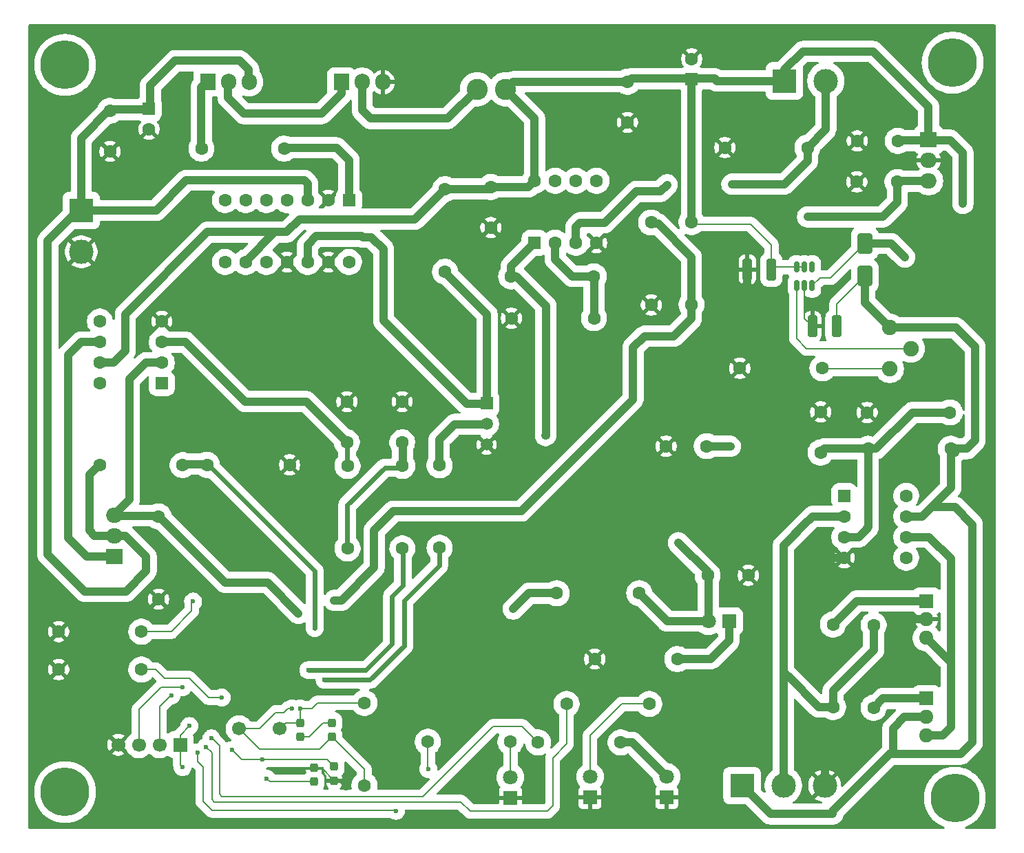
<source format=gbr>
%TF.GenerationSoftware,KiCad,Pcbnew,9.0.3-9.0.3-0~ubuntu24.04.1*%
%TF.CreationDate,2025-09-03T17:17:06-03:00*%
%TF.ProjectId,CargadorDeBaterias_rev2,43617267-6164-46f7-9244-654261746572,rev?*%
%TF.SameCoordinates,Original*%
%TF.FileFunction,Copper,L2,Bot*%
%TF.FilePolarity,Positive*%
%FSLAX46Y46*%
G04 Gerber Fmt 4.6, Leading zero omitted, Abs format (unit mm)*
G04 Created by KiCad (PCBNEW 9.0.3-9.0.3-0~ubuntu24.04.1) date 2025-09-03 17:17:06*
%MOMM*%
%LPD*%
G01*
G04 APERTURE LIST*
G04 Aperture macros list*
%AMRoundRect*
0 Rectangle with rounded corners*
0 $1 Rounding radius*
0 $2 $3 $4 $5 $6 $7 $8 $9 X,Y pos of 4 corners*
0 Add a 4 corners polygon primitive as box body*
4,1,4,$2,$3,$4,$5,$6,$7,$8,$9,$2,$3,0*
0 Add four circle primitives for the rounded corners*
1,1,$1+$1,$2,$3*
1,1,$1+$1,$4,$5*
1,1,$1+$1,$6,$7*
1,1,$1+$1,$8,$9*
0 Add four rect primitives between the rounded corners*
20,1,$1+$1,$2,$3,$4,$5,0*
20,1,$1+$1,$4,$5,$6,$7,0*
20,1,$1+$1,$6,$7,$8,$9,0*
20,1,$1+$1,$8,$9,$2,$3,0*%
G04 Aperture macros list end*
%TA.AperFunction,ComponentPad*%
%ADD10C,1.600000*%
%TD*%
%TA.AperFunction,ComponentPad*%
%ADD11R,1.800000X1.800000*%
%TD*%
%TA.AperFunction,ComponentPad*%
%ADD12C,1.800000*%
%TD*%
%TA.AperFunction,ComponentPad*%
%ADD13R,2.000000X1.905000*%
%TD*%
%TA.AperFunction,ComponentPad*%
%ADD14O,2.000000X1.905000*%
%TD*%
%TA.AperFunction,ComponentPad*%
%ADD15RoundRect,0.250000X0.550000X-0.550000X0.550000X0.550000X-0.550000X0.550000X-0.550000X-0.550000X0*%
%TD*%
%TA.AperFunction,ComponentPad*%
%ADD16C,6.000000*%
%TD*%
%TA.AperFunction,ComponentPad*%
%ADD17R,3.000000X3.000000*%
%TD*%
%TA.AperFunction,ComponentPad*%
%ADD18C,3.000000*%
%TD*%
%TA.AperFunction,ComponentPad*%
%ADD19RoundRect,0.250000X0.550000X0.550000X-0.550000X0.550000X-0.550000X-0.550000X0.550000X-0.550000X0*%
%TD*%
%TA.AperFunction,ComponentPad*%
%ADD20R,1.700000X1.700000*%
%TD*%
%TA.AperFunction,ComponentPad*%
%ADD21C,1.700000*%
%TD*%
%TA.AperFunction,ComponentPad*%
%ADD22RoundRect,0.250000X-0.550000X-0.550000X0.550000X-0.550000X0.550000X0.550000X-0.550000X0.550000X0*%
%TD*%
%TA.AperFunction,ComponentPad*%
%ADD23R,1.905000X2.000000*%
%TD*%
%TA.AperFunction,ComponentPad*%
%ADD24O,1.905000X2.000000*%
%TD*%
%TA.AperFunction,ComponentPad*%
%ADD25R,1.800000X1.710000*%
%TD*%
%TA.AperFunction,ComponentPad*%
%ADD26O,1.800000X1.710000*%
%TD*%
%TA.AperFunction,ComponentPad*%
%ADD27RoundRect,0.250000X-0.550000X0.550000X-0.550000X-0.550000X0.550000X-0.550000X0.550000X0.550000X0*%
%TD*%
%TA.AperFunction,ComponentPad*%
%ADD28C,1.905000*%
%TD*%
%TA.AperFunction,ComponentPad*%
%ADD29C,2.600000*%
%TD*%
%TA.AperFunction,ComponentPad*%
%ADD30R,1.500000X1.500000*%
%TD*%
%TA.AperFunction,ComponentPad*%
%ADD31C,1.500000*%
%TD*%
%TA.AperFunction,SMDPad,CuDef*%
%ADD32RoundRect,0.250000X0.650000X-1.000000X0.650000X1.000000X-0.650000X1.000000X-0.650000X-1.000000X0*%
%TD*%
%TA.AperFunction,SMDPad,CuDef*%
%ADD33RoundRect,0.237500X0.237500X-0.300000X0.237500X0.300000X-0.237500X0.300000X-0.237500X-0.300000X0*%
%TD*%
%TA.AperFunction,SMDPad,CuDef*%
%ADD34RoundRect,0.150000X0.150000X-0.512500X0.150000X0.512500X-0.150000X0.512500X-0.150000X-0.512500X0*%
%TD*%
%TA.AperFunction,SMDPad,CuDef*%
%ADD35RoundRect,0.237500X-0.237500X0.300000X-0.237500X-0.300000X0.237500X-0.300000X0.237500X0.300000X0*%
%TD*%
%TA.AperFunction,SMDPad,CuDef*%
%ADD36RoundRect,0.250000X0.325000X1.100000X-0.325000X1.100000X-0.325000X-1.100000X0.325000X-1.100000X0*%
%TD*%
%TA.AperFunction,ViaPad*%
%ADD37C,0.600000*%
%TD*%
%TA.AperFunction,Conductor*%
%ADD38C,1.000000*%
%TD*%
%TA.AperFunction,Conductor*%
%ADD39C,0.200000*%
%TD*%
%TA.AperFunction,Conductor*%
%ADD40C,0.600000*%
%TD*%
G04 APERTURE END LIST*
D10*
%TO.P,R30,1*%
%TO.N,Net-(U8-PB5)*%
X140700000Y-132600000D03*
%TO.P,R30,2*%
%TO.N,Net-(D2-A)*%
X150860000Y-132600000D03*
%TD*%
D11*
%TO.P,D2,1,K*%
%TO.N,GND*%
X150860000Y-139500000D03*
D12*
%TO.P,D2,2,A*%
%TO.N,Net-(D2-A)*%
X150860000Y-136960000D03*
%TD*%
D10*
%TO.P,R31,1*%
%TO.N,Net-(U8-PB6)*%
X157770000Y-127950000D03*
%TO.P,R31,2*%
%TO.N,Net-(D7-A)*%
X167930000Y-127950000D03*
%TD*%
D13*
%TO.P,Q2,1,B*%
%TO.N,Net-(Q2-B)*%
X102175000Y-109780000D03*
D14*
%TO.P,Q2,2,C*%
%TO.N,Vpanel*%
X102175000Y-107240000D03*
%TO.P,Q2,3,E*%
%TO.N,VcurrentPan*%
X102175000Y-104700000D03*
%TD*%
D10*
%TO.P,R19,1*%
%TO.N,Net-(U4A--)*%
X161115000Y-75325000D03*
%TO.P,R19,2*%
%TO.N,V_I1*%
X150955000Y-75325000D03*
%TD*%
%TO.P,R5,1*%
%TO.N,Vpanel*%
X100395000Y-98550000D03*
%TO.P,R5,2*%
%TO.N,VfbPan*%
X110555000Y-98550000D03*
%TD*%
%TO.P,R8,1*%
%TO.N,Net-(C7-Pad1)*%
X130825000Y-108800000D03*
%TO.P,R8,2*%
%TO.N,Net-(U5-+)*%
X130825000Y-98640000D03*
%TD*%
D15*
%TO.P,U4,1*%
%TO.N,V_I1*%
X153830000Y-71190000D03*
D10*
%TO.P,U4,2,-*%
%TO.N,Net-(U4A--)*%
X156370000Y-71190000D03*
%TO.P,U4,3,+*%
%TO.N,Net-(J1-Pin_2)*%
X158910000Y-71190000D03*
%TO.P,U4,4,V-*%
%TO.N,GND*%
X161450000Y-71190000D03*
%TO.P,U4,5,+*%
%TO.N,unconnected-(U4B-+-Pad5)*%
X161450000Y-63570000D03*
%TO.P,U4,6,-*%
%TO.N,unconnected-(U4B---Pad6)*%
X158910000Y-63570000D03*
%TO.P,U4,7*%
%TO.N,unconnected-(U4-Pad7)*%
X156370000Y-63570000D03*
%TO.P,U4,8,V+*%
%TO.N,Vbat*%
X153830000Y-63570000D03*
%TD*%
D16*
%TO.P,H2,1*%
%TO.N,N/C*%
X96100000Y-49300000D03*
%TD*%
D17*
%TO.P,J3,1,Pin_1*%
%TO.N,+28V*%
X179340000Y-138000000D03*
D18*
%TO.P,J3,2,Pin_2*%
%TO.N,GNDA*%
X184420000Y-138000000D03*
%TO.P,J3,3,Pin_3*%
%TO.N,GND*%
X189500000Y-138000000D03*
%TD*%
D17*
%TO.P,J2,1,Pin_1*%
%TO.N,Vpanel*%
X98100000Y-67220000D03*
D18*
%TO.P,J2,2,Pin_2*%
%TO.N,GND*%
X98100000Y-72300000D03*
%TD*%
D19*
%TO.P,U5,1,VOS*%
%TO.N,unconnected-(U5-VOS-Pad1)*%
X108000000Y-88500000D03*
D10*
%TO.P,U5,2,-*%
%TO.N,VcurrentPan*%
X108000000Y-85960000D03*
%TO.P,U5,3,+*%
%TO.N,Net-(U5-+)*%
X108000000Y-83420000D03*
%TO.P,U5,4,V-*%
%TO.N,GND*%
X108000000Y-80880000D03*
%TO.P,U5,5,NC*%
%TO.N,unconnected-(U5-NC-Pad5)*%
X100380000Y-80880000D03*
%TO.P,U5,6*%
%TO.N,Net-(Q2-B)*%
X100380000Y-83420000D03*
%TO.P,U5,7,V+*%
%TO.N,Vbat*%
X100380000Y-85960000D03*
%TO.P,U5,8,VOS*%
%TO.N,unconnected-(U5-VOS-Pad8)*%
X100380000Y-88500000D03*
%TD*%
D20*
%TO.P,J4,1,Pin_1*%
%TO.N,3.3V*%
X110265000Y-132975000D03*
D21*
%TO.P,J4,2,Pin_2*%
%TO.N,SWIO*%
X107725000Y-132975000D03*
%TO.P,J4,3,Pin_3*%
%TO.N,SWCLK*%
X105185000Y-132975000D03*
%TO.P,J4,4,Pin_4*%
%TO.N,GND*%
X102645000Y-132975000D03*
%TD*%
D10*
%TO.P,C8,1*%
%TO.N,Net-(U5-+)*%
X130750000Y-95750000D03*
%TO.P,C8,2*%
%TO.N,GND*%
X130750000Y-90750000D03*
%TD*%
D22*
%TO.P,U7,1,VOS*%
%TO.N,unconnected-(U7-VOS-Pad1)*%
X191900000Y-102330000D03*
D10*
%TO.P,U7,2,-*%
%TO.N,GNDA*%
X191900000Y-104870000D03*
%TO.P,U7,3,+*%
%TO.N,Net-(U7-+)*%
X191900000Y-107410000D03*
%TO.P,U7,4,V-*%
%TO.N,GND*%
X191900000Y-109950000D03*
%TO.P,U7,5,NC*%
%TO.N,unconnected-(U7-NC-Pad5)*%
X199520000Y-109950000D03*
%TO.P,U7,6*%
%TO.N,Net-(Q4-B)*%
X199520000Y-107410000D03*
%TO.P,U7,7,V+*%
%TO.N,+28V*%
X199520000Y-104870000D03*
%TO.P,U7,8,VOS*%
%TO.N,unconnected-(U7-VOS-Pad8)*%
X199520000Y-102330000D03*
%TD*%
D23*
%TO.P,Q1,1,G*%
%TO.N,Net-(Q1-G)*%
X113645000Y-51400000D03*
D24*
%TO.P,Q1,2,D*%
%TO.N,Net-(Q1-D)*%
X116185000Y-51400000D03*
%TO.P,Q1,3,S*%
%TO.N,Vpanel*%
X118725000Y-51400000D03*
%TD*%
D10*
%TO.P,C13,1*%
%TO.N,5V*%
X175000000Y-96225000D03*
%TO.P,C13,2*%
%TO.N,GND*%
X170000000Y-96225000D03*
%TD*%
D25*
%TO.P,Q5,1,E*%
%TO.N,Net-(Q5-E)*%
X202020000Y-115270000D03*
D26*
%TO.P,Q5,2,C*%
%TO.N,GND*%
X202020000Y-117550000D03*
%TO.P,Q5,3,B*%
%TO.N,Net-(Q4-B)*%
X202020000Y-119830000D03*
%TD*%
D10*
%TO.P,R26,1*%
%TO.N,3.3V*%
X166705000Y-114325000D03*
%TO.P,R26,2*%
%TO.N,uCRESET*%
X156545000Y-114325000D03*
%TD*%
D17*
%TO.P,J1,1,Pin_1*%
%TO.N,Vbat*%
X184560000Y-51275000D03*
D18*
%TO.P,J1,2,Pin_2*%
%TO.N,Net-(J1-Pin_2)*%
X189640000Y-51275000D03*
%TD*%
D10*
%TO.P,C3,1*%
%TO.N,Vpanel*%
X101625000Y-54950000D03*
%TO.P,C3,2*%
%TO.N,GND*%
X101625000Y-59950000D03*
%TD*%
%TO.P,R7,1*%
%TO.N,Vtest*%
X137575000Y-108805000D03*
%TO.P,R7,2*%
%TO.N,Net-(C7-Pad1)*%
X137575000Y-98645000D03*
%TD*%
D16*
%TO.P,H3,1*%
%TO.N,N/C*%
X96100000Y-138800000D03*
%TD*%
D10*
%TO.P,R10,1*%
%TO.N,Vbat*%
X142805000Y-64595000D03*
%TO.P,R10,2*%
%TO.N,Net-(Q3-C)*%
X142805000Y-74755000D03*
%TD*%
D11*
%TO.P,D9,1,K*%
%TO.N,Net-(D9-K)*%
X177750000Y-117775000D03*
D12*
%TO.P,D9,2,A*%
%TO.N,3.3V*%
X175210000Y-117775000D03*
%TD*%
D15*
%TO.P,C1,1*%
%TO.N,Vbat*%
X173150000Y-51069888D03*
D10*
%TO.P,C1,2*%
%TO.N,GND*%
X173150000Y-48569888D03*
%TD*%
%TO.P,R20,1*%
%TO.N,GND*%
X150975000Y-80475000D03*
%TO.P,R20,2*%
%TO.N,Net-(U4A--)*%
X161135000Y-80475000D03*
%TD*%
%TO.P,C14,1*%
%TO.N,3.3V*%
X175100000Y-112125000D03*
%TO.P,C14,2*%
%TO.N,GND*%
X180100000Y-112125000D03*
%TD*%
%TO.P,R32,1*%
%TO.N,Net-(U8-PB7)*%
X154250000Y-132675000D03*
%TO.P,R32,2*%
%TO.N,Net-(D8-A)*%
X164410000Y-132675000D03*
%TD*%
%TO.P,C6,1*%
%TO.N,5V*%
X198450000Y-63700000D03*
%TO.P,C6,2*%
%TO.N,GND*%
X193450000Y-63700000D03*
%TD*%
D16*
%TO.P,H1,1*%
%TO.N,N/C*%
X205225000Y-49025000D03*
%TD*%
D21*
%TO.P,Y1,1,1*%
%TO.N,OSCOUT*%
X122500000Y-131000000D03*
%TO.P,Y1,2,2*%
%TO.N,OSCIN*%
X117500000Y-131000000D03*
%TD*%
D10*
%TO.P,R3,1*%
%TO.N,Vfb*%
X168175000Y-68695000D03*
%TO.P,R3,2*%
%TO.N,GND*%
X168175000Y-78855000D03*
%TD*%
%TO.P,R22,1*%
%TO.N,Net-(Q4-E)*%
X195520000Y-128410000D03*
%TO.P,R22,2*%
%TO.N,GNDA*%
X195520000Y-118250000D03*
%TD*%
%TO.P,C2,1*%
%TO.N,Vbat*%
X165250000Y-51375000D03*
%TO.P,C2,2*%
%TO.N,GND*%
X165250000Y-56375000D03*
%TD*%
%TO.P,R25,1*%
%TO.N,Net-(U7-+)*%
X204880000Y-92075000D03*
%TO.P,R25,2*%
%TO.N,GND*%
X194720000Y-92075000D03*
%TD*%
D11*
%TO.P,D7,1,K*%
%TO.N,GND*%
X160650000Y-139465000D03*
D12*
%TO.P,D7,2,A*%
%TO.N,Net-(D7-A)*%
X160650000Y-136925000D03*
%TD*%
D10*
%TO.P,C9,1*%
%TO.N,GND*%
X148455000Y-69325000D03*
%TO.P,C9,2*%
%TO.N,Vbat*%
X148455000Y-64325000D03*
%TD*%
%TO.P,R29,1*%
%TO.N,OSCIN*%
X132900000Y-137980000D03*
%TO.P,R29,2*%
%TO.N,OSCOUT*%
X132900000Y-127820000D03*
%TD*%
D16*
%TO.P,H4,1*%
%TO.N,N/C*%
X205500000Y-139500000D03*
%TD*%
D13*
%TO.P,U3,1,IN*%
%TO.N,Vbat*%
X202275000Y-58500000D03*
D14*
%TO.P,U3,2,GND*%
%TO.N,GND*%
X202275000Y-61040000D03*
%TO.P,U3,3,OUT*%
%TO.N,5V*%
X202275000Y-63580000D03*
%TD*%
D10*
%TO.P,R24,1*%
%TO.N,+28V*%
X205000000Y-96550000D03*
%TO.P,R24,2*%
%TO.N,Net-(U7-+)*%
X194840000Y-96550000D03*
%TD*%
%TO.P,R21,1*%
%TO.N,Net-(R21-Pad1)*%
X189225000Y-86650000D03*
%TO.P,R21,2*%
%TO.N,GND*%
X179065000Y-86650000D03*
%TD*%
D23*
%TO.P,D6,1,A*%
%TO.N,Net-(Q1-D)*%
X130095000Y-51425000D03*
D24*
%TO.P,D6,2,K*%
%TO.N,Net-(D6-K)*%
X132635000Y-51425000D03*
%TO.P,D6,3,A*%
%TO.N,GND*%
X135175000Y-51425000D03*
%TD*%
D25*
%TO.P,Q4,1,E*%
%TO.N,Net-(Q4-E)*%
X202020000Y-127270000D03*
D26*
%TO.P,Q4,2,C*%
%TO.N,+28V*%
X202020000Y-129550000D03*
%TO.P,Q4,3,B*%
%TO.N,Net-(Q4-B)*%
X202020000Y-131830000D03*
%TD*%
D10*
%TO.P,R1,1*%
%TO.N,Net-(J1-Pin_2)*%
X187380000Y-59475000D03*
%TO.P,R1,2*%
%TO.N,GND*%
X177220000Y-59475000D03*
%TD*%
D27*
%TO.P,C4,1*%
%TO.N,Vpanel*%
X106425000Y-54694888D03*
D10*
%TO.P,C4,2*%
%TO.N,GND*%
X106425000Y-57194888D03*
%TD*%
%TO.P,R27,1*%
%TO.N,BOOT0*%
X105475000Y-123725000D03*
%TO.P,R27,2*%
%TO.N,GND*%
X95315000Y-123725000D03*
%TD*%
%TO.P,R2,1*%
%TO.N,Vbat*%
X173125000Y-68645000D03*
%TO.P,R2,2*%
%TO.N,Vfb*%
X173125000Y-78805000D03*
%TD*%
%TO.P,R4,1*%
%TO.N,VcurrentPan*%
X107600000Y-104890000D03*
%TO.P,R4,2*%
%TO.N,GND*%
X107600000Y-115050000D03*
%TD*%
D28*
%TO.P,RV1,1,1*%
%TO.N,+28V*%
X197500000Y-81650000D03*
%TO.P,RV1,2,2*%
%TO.N,Net-(U6-FB)*%
X200085000Y-84211800D03*
%TO.P,RV1,3,3*%
%TO.N,Net-(R21-Pad1)*%
X197500000Y-86704600D03*
%TD*%
D29*
%TO.P,L1,1,1*%
%TO.N,Net-(D6-K)*%
X146750000Y-52300000D03*
%TO.P,L1,2,2*%
%TO.N,Vbat*%
X150250000Y-52300000D03*
%TD*%
D27*
%TO.P,U1,1,LO*%
%TO.N,Gate*%
X131020000Y-65945000D03*
D10*
%TO.P,U1,2,COM*%
%TO.N,GND*%
X128480000Y-65945000D03*
%TO.P,U1,3,VCC*%
%TO.N,Vpanel*%
X125940000Y-65945000D03*
%TO.P,U1,4,NC*%
%TO.N,unconnected-(U1-NC-Pad4)*%
X123400000Y-65945000D03*
%TO.P,U1,5,VS*%
%TO.N,unconnected-(U1-VS-Pad5)*%
X120860000Y-65945000D03*
%TO.P,U1,6,VB*%
%TO.N,unconnected-(U1-VB-Pad6)*%
X118320000Y-65945000D03*
%TO.P,U1,7,HO*%
%TO.N,unconnected-(U1-HO-Pad7)*%
X115780000Y-65945000D03*
%TO.P,U1,8,NC*%
%TO.N,unconnected-(U1-NC-Pad8)*%
X115780000Y-73565000D03*
%TO.P,U1,9,VDD*%
%TO.N,Vbat*%
X118320000Y-73565000D03*
%TO.P,U1,10,HIN*%
%TO.N,unconnected-(U1-HIN-Pad10)*%
X120860000Y-73565000D03*
%TO.P,U1,11,SD*%
%TO.N,GND*%
X123400000Y-73565000D03*
%TO.P,U1,12,LIN*%
%TO.N,Net-(Q3-C)*%
X125940000Y-73565000D03*
%TO.P,U1,13,VSS*%
%TO.N,GND*%
X128480000Y-73565000D03*
%TO.P,U1,14,NC*%
%TO.N,unconnected-(U1-NC-Pad14)*%
X131020000Y-73565000D03*
%TD*%
%TO.P,R11,1*%
%TO.N,Lin*%
X142150000Y-108730000D03*
%TO.P,R11,2*%
%TO.N,Net-(Q3-B)*%
X142150000Y-98570000D03*
%TD*%
%TO.P,C5,1*%
%TO.N,Vbat*%
X198500000Y-58650000D03*
%TO.P,C5,2*%
%TO.N,GND*%
X193500000Y-58650000D03*
%TD*%
%TO.P,R28,1*%
%TO.N,BOOT1*%
X105480000Y-119050000D03*
%TO.P,R28,2*%
%TO.N,GND*%
X95320000Y-119050000D03*
%TD*%
D11*
%TO.P,D8,1,K*%
%TO.N,GND*%
X170075000Y-139465000D03*
D12*
%TO.P,D8,2,A*%
%TO.N,Net-(D8-A)*%
X170075000Y-136925000D03*
%TD*%
D30*
%TO.P,Q3,1,C*%
%TO.N,Net-(Q3-C)*%
X147925000Y-90950000D03*
D31*
%TO.P,Q3,2,B*%
%TO.N,Net-(Q3-B)*%
X147925000Y-93490000D03*
%TO.P,Q3,3,E*%
%TO.N,GND*%
X147925000Y-96030000D03*
%TD*%
D10*
%TO.P,R9,1*%
%TO.N,Gate*%
X123030000Y-59600000D03*
%TO.P,R9,2*%
%TO.N,Net-(Q1-G)*%
X112870000Y-59600000D03*
%TD*%
%TO.P,C7,1*%
%TO.N,Net-(C7-Pad1)*%
X137550000Y-95750000D03*
%TO.P,C7,2*%
%TO.N,GND*%
X137550000Y-90750000D03*
%TD*%
%TO.P,C12,1*%
%TO.N,Net-(U7-+)*%
X189000000Y-97000000D03*
%TO.P,C12,2*%
%TO.N,GND*%
X189000000Y-92000000D03*
%TD*%
%TO.P,R23,1*%
%TO.N,GNDA*%
X190520000Y-128330000D03*
%TO.P,R23,2*%
%TO.N,Net-(Q5-E)*%
X190520000Y-118170000D03*
%TD*%
%TO.P,R33,1*%
%TO.N,Net-(D9-K)*%
X171380000Y-122425000D03*
%TO.P,R33,2*%
%TO.N,GND*%
X161220000Y-122425000D03*
%TD*%
%TO.P,R6,1*%
%TO.N,VfbPan*%
X113545000Y-98525000D03*
%TO.P,R6,2*%
%TO.N,GND*%
X123705000Y-98525000D03*
%TD*%
D32*
%TO.P,D1,1,K*%
%TO.N,+28V*%
X194425000Y-75275000D03*
%TO.P,D1,2,A*%
%TO.N,Net-(D1-A)*%
X194425000Y-71275000D03*
%TD*%
D33*
%TO.P,C18,1*%
%TO.N,Net-(C17-Pad1)*%
X125000000Y-132000000D03*
%TO.P,C18,2*%
%TO.N,OSCOUT*%
X125000000Y-130275000D03*
%TD*%
D34*
%TO.P,U6,1,SW*%
%TO.N,Net-(D1-A)*%
X187950000Y-76475000D03*
%TO.P,U6,2,GND*%
%TO.N,GND*%
X187000000Y-76475000D03*
%TO.P,U6,3,FB*%
%TO.N,Net-(U6-FB)*%
X186050000Y-76475000D03*
%TO.P,U6,4,EN*%
%TO.N,Vbat*%
X186050000Y-74200000D03*
%TO.P,U6,5,IN*%
X187000000Y-74200000D03*
%TO.P,U6,6,NC*%
%TO.N,unconnected-(U6-NC-Pad6)*%
X187950000Y-74200000D03*
%TD*%
D35*
%TO.P,C19,1*%
%TO.N,GND*%
X126700000Y-135800000D03*
%TO.P,C19,2*%
%TO.N,PC14*%
X126700000Y-137525000D03*
%TD*%
%TO.P,C17,1*%
%TO.N,Net-(C17-Pad1)*%
X128900000Y-130275000D03*
%TO.P,C17,2*%
%TO.N,OSCIN*%
X128900000Y-132000000D03*
%TD*%
D36*
%TO.P,C11,1*%
%TO.N,+28V*%
X190950000Y-81475000D03*
%TO.P,C11,2*%
%TO.N,GND*%
X188000000Y-81475000D03*
%TD*%
%TO.P,C10,1*%
%TO.N,Vbat*%
X182950000Y-74475000D03*
%TO.P,C10,2*%
%TO.N,GND*%
X180000000Y-74475000D03*
%TD*%
D33*
%TO.P,C20,1*%
%TO.N,GND*%
X129200000Y-137387500D03*
%TO.P,C20,2*%
%TO.N,PC15*%
X129200000Y-135662500D03*
%TD*%
D37*
%TO.N,Vbat*%
X206500000Y-66375000D03*
%TO.N,5V*%
X187375000Y-68000000D03*
X177900000Y-96250000D03*
%TO.N,V_I1*%
X155175000Y-94925000D03*
%TO.N,VcurrentPan*%
X124800000Y-116800000D03*
%TO.N,Vfb*%
X129200000Y-115200000D03*
%TO.N,VfbPan*%
X126800000Y-118600000D03*
%TO.N,Vtest*%
X126000000Y-123800000D03*
%TO.N,Lin*%
X128000000Y-125000000D03*
%TO.N,3.3V*%
X110550000Y-135750000D03*
X171500000Y-108100000D03*
X111375000Y-130675000D03*
%TO.N,uCRESET*%
X151200000Y-116275000D03*
%TO.N,OSCIN*%
X124000000Y-128500000D03*
%TO.N,OSCOUT*%
X125000000Y-128500000D03*
%TO.N,PC14*%
X120875000Y-137125000D03*
%TO.N,PC15*%
X116625000Y-133625000D03*
X120400000Y-134800000D03*
%TO.N,Net-(D1-A)*%
X199325000Y-72950000D03*
%TO.N,SWCLK*%
X110550000Y-125900000D03*
%TO.N,SWIO*%
X109200000Y-126900000D03*
%TO.N,BOOT0*%
X115350000Y-127175000D03*
%TO.N,GND*%
X178025000Y-78225000D03*
X118500000Y-122900000D03*
X130700000Y-138350000D03*
X187270000Y-132580000D03*
X112900000Y-119300000D03*
X121500000Y-123200000D03*
X199050000Y-117550000D03*
X188270000Y-110080000D03*
X188975000Y-78650000D03*
%TO.N,BOOT1*%
X111850000Y-115350000D03*
%TO.N,Net-(U8-PB5)*%
X112400000Y-133925000D03*
X140775000Y-135975000D03*
X136800000Y-141100000D03*
%TO.N,Net-(U8-PB6)*%
X113425000Y-133250000D03*
%TO.N,Net-(U8-PB7)*%
X114100000Y-132200000D03*
%TO.N,Net-(J1-Pin_2)*%
X170150000Y-64050000D03*
X178075000Y-63975000D03*
%TD*%
D38*
%TO.N,Vbat*%
X148205000Y-64575000D02*
X148455000Y-64325000D01*
X102040000Y-85960000D02*
X103500000Y-84500000D01*
D39*
X186050000Y-74200000D02*
X183225000Y-74200000D01*
X173615000Y-68400000D02*
X173115000Y-68900000D01*
D38*
X103500000Y-84500000D02*
X103500000Y-80000000D01*
X113620000Y-69880000D02*
X121920000Y-69880000D01*
X204910000Y-58560000D02*
X206500000Y-60150000D01*
X124920000Y-68300000D02*
X139100000Y-68300000D01*
D39*
X182950000Y-71450000D02*
X182950000Y-71525000D01*
D38*
X173115000Y-51610000D02*
X173115000Y-68900000D01*
X165725000Y-51000000D02*
X165350000Y-51375000D01*
X202425000Y-58560000D02*
X204910000Y-58560000D01*
X103500000Y-80000000D02*
X113620000Y-69880000D01*
X123340000Y-69880000D02*
X124920000Y-68300000D01*
X184560000Y-51275000D02*
X184560000Y-49890000D01*
X202385000Y-58600000D02*
X202425000Y-58560000D01*
X153075000Y-64325000D02*
X153830000Y-63570000D01*
D39*
X180400000Y-68900000D02*
X182950000Y-71450000D01*
D38*
X173150000Y-51000000D02*
X173150000Y-51575000D01*
X165250000Y-51375000D02*
X151175000Y-51375000D01*
X142705000Y-64575000D02*
X148205000Y-64575000D01*
X148455000Y-64325000D02*
X153075000Y-64325000D01*
D39*
X180400000Y-68900000D02*
X173115000Y-68900000D01*
D38*
X121920000Y-69880000D02*
X123340000Y-69880000D01*
X100380000Y-85960000D02*
X102040000Y-85960000D01*
X198425000Y-58600000D02*
X202385000Y-58600000D01*
X173150000Y-51000000D02*
X175960000Y-51000000D01*
X118300000Y-73500000D02*
X121920000Y-69880000D01*
X195475000Y-47650000D02*
X202275000Y-54450000D01*
D39*
X182950000Y-74475000D02*
X182950000Y-71525000D01*
D38*
X139100000Y-68300000D02*
X142805000Y-64595000D01*
X184560000Y-49890000D02*
X186800000Y-47650000D01*
X170420000Y-51000000D02*
X173150000Y-51000000D01*
X186800000Y-47650000D02*
X195475000Y-47650000D01*
D39*
X183225000Y-74200000D02*
X182950000Y-74475000D01*
D38*
X173150000Y-51575000D02*
X173115000Y-51610000D01*
X206500000Y-60150000D02*
X206500000Y-66375000D01*
X151175000Y-51375000D02*
X150250000Y-52300000D01*
X202275000Y-54450000D02*
X202275000Y-58500000D01*
X184560000Y-51275000D02*
X176235000Y-51275000D01*
D39*
X187000000Y-74200000D02*
X186050000Y-74200000D01*
D38*
X176235000Y-51275000D02*
X175960000Y-51000000D01*
X153830000Y-55880000D02*
X153830000Y-63570000D01*
X150250000Y-52300000D02*
X153830000Y-55880000D01*
X170420000Y-51000000D02*
X165725000Y-51000000D01*
%TO.N,Vpanel*%
X99100000Y-106625000D02*
X99100000Y-99745000D01*
X125920000Y-63920000D02*
X125500000Y-63500000D01*
X106600000Y-51800000D02*
X109600000Y-48800000D01*
X118680000Y-49880000D02*
X118680000Y-51300000D01*
X125500000Y-63500000D02*
X111000000Y-63500000D01*
X93975000Y-109550000D02*
X98525000Y-114100000D01*
X111000000Y-63500000D02*
X107280000Y-67220000D01*
X98100000Y-58300000D02*
X101600000Y-54800000D01*
X106075000Y-109820787D02*
X103514213Y-107260000D01*
X99100000Y-99745000D02*
X100395000Y-98450000D01*
X98525000Y-114100000D02*
X103575000Y-114100000D01*
X107280000Y-67220000D02*
X98100000Y-67220000D01*
X101600000Y-54800000D02*
X106600000Y-54800000D01*
X93975000Y-70925000D02*
X93975000Y-109550000D01*
X125920000Y-65880000D02*
X125920000Y-63920000D01*
X106075000Y-111600000D02*
X106075000Y-109820787D01*
X109600000Y-48800000D02*
X117600000Y-48800000D01*
X98100000Y-67220000D02*
X98100000Y-58300000D01*
X102100000Y-107260000D02*
X99735000Y-107260000D01*
X97680000Y-67220000D02*
X93975000Y-70925000D01*
X99735000Y-107260000D02*
X99100000Y-106625000D01*
X103575000Y-114100000D02*
X106075000Y-111600000D01*
X98100000Y-67220000D02*
X97680000Y-67220000D01*
X103514213Y-107260000D02*
X102100000Y-107260000D01*
X117600000Y-48800000D02*
X118680000Y-49880000D01*
X106600000Y-54800000D02*
X106600000Y-51800000D01*
%TO.N,5V*%
X198425000Y-66225000D02*
X196650000Y-68000000D01*
X198425000Y-63600000D02*
X198425000Y-66225000D01*
X177875000Y-96225000D02*
X177900000Y-96250000D01*
X175000000Y-96225000D02*
X177875000Y-96225000D01*
X202385000Y-63600000D02*
X202425000Y-63640000D01*
X198425000Y-63600000D02*
X202385000Y-63600000D01*
X196650000Y-68000000D02*
X187375000Y-68000000D01*
D40*
%TO.N,Net-(C7-Pad1)*%
X137390000Y-98850000D02*
X137600000Y-98640000D01*
X130800000Y-108775000D02*
X130800000Y-103450000D01*
D38*
X137600000Y-98640000D02*
X137600000Y-95640000D01*
D40*
X135400000Y-98850000D02*
X137390000Y-98850000D01*
X130800000Y-103450000D02*
X135400000Y-98850000D01*
D38*
%TO.N,V_I1*%
X150955000Y-74065000D02*
X153830000Y-71190000D01*
X151600000Y-75325000D02*
X155225000Y-78950000D01*
X150955000Y-75325000D02*
X151600000Y-75325000D01*
X155225000Y-78950000D02*
X155225000Y-94875000D01*
X155225000Y-94875000D02*
X155175000Y-94925000D01*
X150955000Y-75325000D02*
X150955000Y-74065000D01*
%TO.N,Net-(Q1-G)*%
X112840000Y-59500000D02*
X112840000Y-52060000D01*
X112840000Y-52060000D02*
X113600000Y-51300000D01*
%TO.N,VcurrentPan*%
X102180000Y-104800000D02*
X102100000Y-104720000D01*
X108000000Y-85960000D02*
X106040000Y-85960000D01*
X106040000Y-85960000D02*
X104000000Y-88000000D01*
X107600000Y-104800000D02*
X102180000Y-104800000D01*
X107520000Y-104720000D02*
X107600000Y-104800000D01*
X107600000Y-104800000D02*
X115800000Y-113000000D01*
X104000000Y-88000000D02*
X104000000Y-102820000D01*
X115800000Y-113000000D02*
X121000000Y-113000000D01*
X121000000Y-113000000D02*
X124800000Y-116800000D01*
X104000000Y-102820000D02*
X102100000Y-104720000D01*
%TO.N,Net-(Q2-B)*%
X96500000Y-107500000D02*
X96500000Y-85000000D01*
X96500000Y-85000000D02*
X98080000Y-83420000D01*
X98800000Y-109800000D02*
X96500000Y-107500000D01*
X98080000Y-83420000D02*
X100380000Y-83420000D01*
X102100000Y-109800000D02*
X98800000Y-109800000D01*
%TO.N,Net-(Q3-B)*%
X142100000Y-95400000D02*
X143960000Y-93540000D01*
X142100000Y-98640000D02*
X142100000Y-95400000D01*
X143960000Y-93540000D02*
X148000000Y-93540000D01*
%TO.N,Net-(Q3-C)*%
X148000000Y-91000000D02*
X148000000Y-80030000D01*
X145500000Y-91000000D02*
X148000000Y-91000000D01*
X135250000Y-80750000D02*
X145500000Y-91000000D01*
X148000000Y-80030000D02*
X142705000Y-74735000D01*
X125920000Y-73500000D02*
X125920000Y-71460000D01*
X125920000Y-71460000D02*
X127000000Y-70380000D01*
X132580000Y-70380000D02*
X132700000Y-70500000D01*
X127000000Y-70380000D02*
X132580000Y-70380000D01*
X132700000Y-70500000D02*
X133750000Y-70500000D01*
X135250000Y-72000000D02*
X135250000Y-80750000D01*
X133750000Y-70500000D02*
X135250000Y-72000000D01*
%TO.N,Vfb*%
X165925000Y-84100000D02*
X165925000Y-90475000D01*
X173115000Y-72950000D02*
X173115000Y-79060000D01*
X173115000Y-80510000D02*
X170925000Y-82700000D01*
X152175000Y-104225000D02*
X136450000Y-104225000D01*
X134100000Y-111175000D02*
X130075000Y-115200000D01*
X169035000Y-68870000D02*
X173115000Y-72950000D01*
X173115000Y-79060000D02*
X173115000Y-80510000D01*
X167325000Y-82700000D02*
X165925000Y-84100000D01*
X170925000Y-82700000D02*
X167325000Y-82700000D01*
X168150000Y-68870000D02*
X169035000Y-68870000D01*
X165925000Y-90475000D02*
X152175000Y-104225000D01*
X130075000Y-115200000D02*
X129200000Y-115200000D01*
X134100000Y-106575000D02*
X134100000Y-111175000D01*
X136450000Y-104225000D02*
X134100000Y-106575000D01*
X173115000Y-79060000D02*
X173225000Y-78950000D01*
D40*
%TO.N,VfbPan*%
X126800000Y-118600000D02*
X126800000Y-111605000D01*
X126800000Y-111605000D02*
X113645000Y-98450000D01*
D38*
X110555000Y-98450000D02*
X113645000Y-98450000D01*
D40*
%TO.N,Vtest*%
X133100000Y-123800000D02*
X126000000Y-123800000D01*
X136300000Y-120600000D02*
X136300000Y-114700000D01*
X136300000Y-114700000D02*
X137625000Y-113375000D01*
X137625000Y-113375000D02*
X137600000Y-113350000D01*
X137600000Y-113350000D02*
X137600000Y-108800000D01*
X136300000Y-120600000D02*
X133100000Y-123800000D01*
D38*
%TO.N,Gate*%
X129500000Y-59500000D02*
X131000000Y-61000000D01*
X131000000Y-61000000D02*
X131000000Y-65880000D01*
X123000000Y-59500000D02*
X129500000Y-59500000D01*
D40*
%TO.N,Lin*%
X137800000Y-115200000D02*
X137800000Y-120800000D01*
X137800000Y-120800000D02*
X133600000Y-125000000D01*
X133600000Y-125000000D02*
X128000000Y-125000000D01*
X142100000Y-110900000D02*
X137800000Y-115200000D01*
X142100000Y-108800000D02*
X142100000Y-110900000D01*
D38*
%TO.N,+28V*%
X205000000Y-96550000D02*
X206950000Y-96550000D01*
X206950000Y-96550000D02*
X208000000Y-95500000D01*
X197900000Y-130950000D02*
X199300000Y-129550000D01*
X202625000Y-103725000D02*
X201480000Y-104870000D01*
X201480000Y-104870000D02*
X205000000Y-101350000D01*
X208000000Y-84000000D02*
X205650000Y-81650000D01*
X199520000Y-104870000D02*
X201480000Y-104870000D01*
X197500000Y-134150000D02*
X206175000Y-134150000D01*
X207650000Y-132675000D02*
X207650000Y-105875000D01*
D39*
X190950000Y-81475000D02*
X190950000Y-78750000D01*
D38*
X205500000Y-97050000D02*
X205000000Y-96550000D01*
X179340000Y-138000000D02*
X182840000Y-141500000D01*
X197875000Y-133775000D02*
X197875000Y-130950000D01*
X199300000Y-129550000D02*
X202020000Y-129550000D01*
X182840000Y-141500000D02*
X190500000Y-141500000D01*
X197500000Y-134150000D02*
X197875000Y-133775000D01*
X207650000Y-105875000D02*
X205500000Y-103725000D01*
X194425000Y-78575000D02*
X197500000Y-81650000D01*
X190500000Y-141500000D02*
X190500000Y-141150000D01*
D39*
X190950000Y-78750000D02*
X194425000Y-75275000D01*
D38*
X205650000Y-81650000D02*
X197500000Y-81650000D01*
X205000000Y-101350000D02*
X205000000Y-96550000D01*
X194425000Y-75275000D02*
X194425000Y-78575000D01*
X206175000Y-134150000D02*
X207650000Y-132675000D01*
X197875000Y-130950000D02*
X197900000Y-130950000D01*
X190500000Y-141150000D02*
X197500000Y-134150000D01*
X208000000Y-95500000D02*
X208000000Y-84000000D01*
X205500000Y-103725000D02*
X202625000Y-103725000D01*
%TO.N,Net-(U7-+)*%
X195775000Y-96550000D02*
X200250000Y-92075000D01*
X194150000Y-106900000D02*
X193640000Y-107410000D01*
X194840000Y-96550000D02*
X194840000Y-106210000D01*
X194745000Y-106305000D02*
X194150000Y-106900000D01*
X194840000Y-106210000D02*
X194150000Y-106900000D01*
X194840000Y-96550000D02*
X189450000Y-96550000D01*
X195775000Y-96550000D02*
X194840000Y-96550000D01*
X193640000Y-107410000D02*
X191900000Y-107410000D01*
X189450000Y-96550000D02*
X189000000Y-97000000D01*
X200250000Y-92075000D02*
X204880000Y-92075000D01*
%TO.N,3.3V*%
X170155000Y-117775000D02*
X166705000Y-114325000D01*
D39*
X110265000Y-135465000D02*
X110550000Y-135750000D01*
X110265000Y-131785000D02*
X111375000Y-130675000D01*
X110265000Y-132975000D02*
X110265000Y-131785000D01*
D38*
X175210000Y-112235000D02*
X175100000Y-112125000D01*
X175210000Y-117775000D02*
X170155000Y-117775000D01*
X175100000Y-112125000D02*
X175100000Y-111700000D01*
X175210000Y-117775000D02*
X175210000Y-112235000D01*
X175000000Y-117565000D02*
X175210000Y-117775000D01*
X175100000Y-111700000D02*
X171500000Y-108100000D01*
D39*
X110265000Y-132975000D02*
X110265000Y-135465000D01*
D38*
%TO.N,uCRESET*%
X153150000Y-114325000D02*
X151200000Y-116275000D01*
X156545000Y-114325000D02*
X153150000Y-114325000D01*
D39*
%TO.N,OSCIN*%
X127400000Y-133500000D02*
X120000000Y-133500000D01*
X120000000Y-131000000D02*
X122000000Y-129000000D01*
X132900000Y-137980000D02*
X132900000Y-136000000D01*
X123500000Y-128500000D02*
X124000000Y-128500000D01*
X117500000Y-131000000D02*
X120000000Y-131000000D01*
X120000000Y-133500000D02*
X117500000Y-131000000D01*
X122000000Y-129000000D02*
X123000000Y-129000000D01*
X128900000Y-132000000D02*
X127400000Y-133500000D01*
X132900000Y-136000000D02*
X128900000Y-132000000D01*
X123000000Y-129000000D02*
X123500000Y-128500000D01*
%TO.N,Net-(C17-Pad1)*%
X125000000Y-132000000D02*
X126100000Y-132000000D01*
X126100000Y-132000000D02*
X127825000Y-130275000D01*
X127825000Y-130275000D02*
X128900000Y-130275000D01*
%TO.N,OSCOUT*%
X123225000Y-130275000D02*
X122500000Y-131000000D01*
X132900000Y-127820000D02*
X127130000Y-127820000D01*
X127130000Y-127820000D02*
X126425000Y-128525000D01*
X125000000Y-130275000D02*
X125000000Y-128500000D01*
X126425000Y-128525000D02*
X126400000Y-128500000D01*
X126400000Y-128500000D02*
X125000000Y-128500000D01*
X125000000Y-130275000D02*
X123225000Y-130275000D01*
%TO.N,PC14*%
X126700000Y-137525000D02*
X121275000Y-137525000D01*
X121275000Y-137525000D02*
X120875000Y-137125000D01*
%TO.N,PC15*%
X128337500Y-134800000D02*
X129200000Y-135662500D01*
X120400000Y-134800000D02*
X117800000Y-134800000D01*
X117800000Y-134800000D02*
X116625000Y-133625000D01*
X120400000Y-134800000D02*
X128337500Y-134800000D01*
%TO.N,Net-(D1-A)*%
X187950000Y-76475000D02*
X188925000Y-75500000D01*
D38*
X197650000Y-71275000D02*
X199325000Y-72950000D01*
D39*
X190200000Y-75500000D02*
X194425000Y-71275000D01*
D38*
X194425000Y-71275000D02*
X197650000Y-71275000D01*
D39*
X188925000Y-75500000D02*
X190200000Y-75500000D01*
%TO.N,Net-(D2-A)*%
X150860000Y-132600000D02*
X150860000Y-136960000D01*
%TO.N,Net-(D7-A)*%
X167930000Y-127950000D02*
X164550000Y-127950000D01*
X160650000Y-131850000D02*
X160650000Y-136925000D01*
X164550000Y-127950000D02*
X160650000Y-131850000D01*
D38*
%TO.N,Net-(D8-A)*%
X165825000Y-132675000D02*
X170075000Y-136925000D01*
X164410000Y-132675000D02*
X165825000Y-132675000D01*
%TO.N,Net-(D9-K)*%
X177750000Y-117775000D02*
X177750000Y-120115000D01*
X175440000Y-122425000D02*
X177750000Y-120115000D01*
X171380000Y-122425000D02*
X175440000Y-122425000D01*
%TO.N,GNDA*%
X195520000Y-121330000D02*
X195520000Y-118250000D01*
X187980000Y-104870000D02*
X186912500Y-105937500D01*
X184420000Y-124050000D02*
X184420000Y-108430000D01*
X190520000Y-128330000D02*
X190520000Y-126330000D01*
X190520000Y-126330000D02*
X195520000Y-121330000D01*
X184950000Y-124580000D02*
X184420000Y-124050000D01*
X186912500Y-105937500D02*
X185520000Y-107330000D01*
X188770000Y-128330000D02*
X190520000Y-128330000D01*
X195440000Y-118330000D02*
X195520000Y-118250000D01*
X184420000Y-108430000D02*
X186912500Y-105937500D01*
X191900000Y-104870000D02*
X187980000Y-104870000D01*
X185020000Y-124580000D02*
X184950000Y-124580000D01*
X184420000Y-138000000D02*
X184420000Y-124050000D01*
X185020000Y-107830000D02*
X185520000Y-107330000D01*
X185020000Y-124580000D02*
X188770000Y-128330000D01*
D39*
%TO.N,SWCLK*%
X110550000Y-125900000D02*
X107895000Y-125900000D01*
X107895000Y-125900000D02*
X105185000Y-128610000D01*
X105185000Y-128610000D02*
X105185000Y-132975000D01*
%TO.N,SWIO*%
X109100000Y-126900000D02*
X109200000Y-126900000D01*
X107725000Y-128275000D02*
X109100000Y-126900000D01*
X107725000Y-132975000D02*
X107725000Y-128275000D01*
D38*
%TO.N,Net-(Q4-E)*%
X196660000Y-127270000D02*
X195520000Y-128410000D01*
X202020000Y-127270000D02*
X196660000Y-127270000D01*
%TO.N,Net-(Q4-B)*%
X205020000Y-110080000D02*
X205020000Y-122830000D01*
X202350000Y-107410000D02*
X205020000Y-110080000D01*
X204020000Y-131830000D02*
X205020000Y-130830000D01*
X205020000Y-122830000D02*
X202020000Y-119830000D01*
X199520000Y-107410000D02*
X202350000Y-107410000D01*
X205020000Y-130830000D02*
X205020000Y-122830000D01*
X202020000Y-131830000D02*
X204020000Y-131830000D01*
%TO.N,Net-(Q5-E)*%
X202020000Y-115270000D02*
X193420000Y-115270000D01*
X193420000Y-115270000D02*
X190520000Y-118170000D01*
%TO.N,Net-(U5-+)*%
X118235000Y-90735000D02*
X110920000Y-83420000D01*
X130800000Y-95775000D02*
X125760000Y-90735000D01*
D40*
X130800000Y-95775000D02*
X130800000Y-98615000D01*
D38*
X125760000Y-90735000D02*
X118235000Y-90735000D01*
X110920000Y-83420000D02*
X108000000Y-83420000D01*
%TO.N,Net-(U4A--)*%
X156370000Y-73240000D02*
X156370000Y-71190000D01*
X161135000Y-80475000D02*
X161135000Y-75345000D01*
X158455000Y-75325000D02*
X156370000Y-73240000D01*
X161115000Y-75325000D02*
X158455000Y-75325000D01*
X161135000Y-75345000D02*
X161115000Y-75325000D01*
D39*
%TO.N,Net-(R21-Pad1)*%
X189279600Y-86704600D02*
X189225000Y-86650000D01*
X197500000Y-86704600D02*
X189279600Y-86704600D01*
%TO.N,BOOT0*%
X111375000Y-124800000D02*
X108325000Y-124800000D01*
X113750000Y-127175000D02*
X111375000Y-124800000D01*
X115350000Y-127175000D02*
X113750000Y-127175000D01*
X108325000Y-124800000D02*
X107250000Y-123725000D01*
X107250000Y-123725000D02*
X105475000Y-123725000D01*
D38*
%TO.N,GND*%
X189500000Y-138000000D02*
X189500000Y-134810000D01*
X188400000Y-109950000D02*
X188270000Y-110080000D01*
D39*
X126700000Y-135800000D02*
X127612500Y-135800000D01*
X188000000Y-79625000D02*
X188975000Y-78650000D01*
D38*
X202020000Y-117550000D02*
X199050000Y-117550000D01*
D39*
X187000000Y-76475000D02*
X187000000Y-80475000D01*
D38*
X180000000Y-74475000D02*
X180000000Y-76250000D01*
D39*
X129737500Y-137387500D02*
X130700000Y-138350000D01*
D38*
X199020000Y-117580000D02*
X199050000Y-117550000D01*
D39*
X127612500Y-135800000D02*
X129200000Y-137387500D01*
D38*
X189500000Y-134810000D02*
X187270000Y-132580000D01*
D39*
X187000000Y-80475000D02*
X188000000Y-81475000D01*
X188000000Y-81475000D02*
X188000000Y-79625000D01*
X129200000Y-137387500D02*
X129737500Y-137387500D01*
D38*
X191900000Y-109950000D02*
X188400000Y-109950000D01*
X180000000Y-76250000D02*
X178025000Y-78225000D01*
%TO.N,Net-(D6-K)*%
X133650000Y-55900000D02*
X143150000Y-55900000D01*
X132640000Y-54890000D02*
X133650000Y-55900000D01*
X143150000Y-55900000D02*
X146750000Y-52300000D01*
X132640000Y-51300000D02*
X132640000Y-54890000D01*
%TO.N,Net-(Q1-D)*%
X116140000Y-53340000D02*
X118100000Y-55300000D01*
X116140000Y-51300000D02*
X116140000Y-53340000D01*
X118100000Y-55300000D02*
X127600000Y-55300000D01*
X130100000Y-52800000D02*
X130100000Y-51300000D01*
X127600000Y-55300000D02*
X130100000Y-52800000D01*
D39*
%TO.N,BOOT1*%
X111675000Y-116525000D02*
X109150000Y-119050000D01*
X111675000Y-115525000D02*
X111675000Y-116525000D01*
X111850000Y-115350000D02*
X111675000Y-115525000D01*
X109150000Y-119050000D02*
X105480000Y-119050000D01*
%TO.N,Net-(U8-PB5)*%
X112400000Y-135075000D02*
X113050000Y-135725000D01*
X140700000Y-135900000D02*
X140700000Y-132600000D01*
X136750000Y-141050000D02*
X136800000Y-141100000D01*
X140775000Y-135975000D02*
X140700000Y-135900000D01*
X113050000Y-135725000D02*
X113050000Y-139950000D01*
X112400000Y-133925000D02*
X112400000Y-135075000D01*
X113050000Y-139950000D02*
X114150000Y-141050000D01*
X114150000Y-141050000D02*
X136750000Y-141050000D01*
%TO.N,Net-(U8-PB6)*%
X156050000Y-134575000D02*
X156050000Y-140500000D01*
X114450000Y-140025000D02*
X114150000Y-139725000D01*
X156050000Y-140500000D02*
X155375000Y-141175000D01*
X155375000Y-141175000D02*
X145925000Y-141175000D01*
X114150000Y-133975000D02*
X113425000Y-133250000D01*
X157770000Y-132855000D02*
X156050000Y-134575000D01*
X145925000Y-141175000D02*
X144775000Y-140025000D01*
X114150000Y-139725000D02*
X114150000Y-133975000D01*
X157770000Y-127950000D02*
X157770000Y-132855000D01*
X144775000Y-140025000D02*
X114450000Y-140025000D01*
%TO.N,Net-(U8-PB7)*%
X114100000Y-132200000D02*
X114175000Y-132200000D01*
X154250000Y-132675000D02*
X152275000Y-130700000D01*
X114175000Y-132200000D02*
X115075000Y-133100000D01*
X140075000Y-139375000D02*
X115400000Y-139375000D01*
X152275000Y-130700000D02*
X148750000Y-130700000D01*
X115075000Y-139050000D02*
X115075000Y-133100000D01*
X148750000Y-130700000D02*
X140075000Y-139375000D01*
X115400000Y-139375000D02*
X115075000Y-139050000D01*
%TO.N,Net-(U6-FB)*%
X186050000Y-82925000D02*
X186050000Y-76475000D01*
X200085000Y-84211800D02*
X187286800Y-84211800D01*
X187286800Y-84211800D02*
X186025000Y-82950000D01*
X186025000Y-82950000D02*
X186050000Y-82925000D01*
D38*
%TO.N,Net-(J1-Pin_2)*%
X158910000Y-69240000D02*
X159425000Y-68725000D01*
X187380000Y-61095000D02*
X184500000Y-63975000D01*
X184500000Y-63975000D02*
X178075000Y-63975000D01*
X158910000Y-71190000D02*
X158910000Y-69240000D01*
X187380000Y-59475000D02*
X187380000Y-61095000D01*
X162450000Y-68725000D02*
X166300000Y-64875000D01*
X159425000Y-68725000D02*
X162450000Y-68725000D01*
X169325000Y-64875000D02*
X170150000Y-64050000D01*
X189640000Y-51275000D02*
X189640000Y-57215000D01*
X166300000Y-64875000D02*
X169325000Y-64875000D01*
X189640000Y-57215000D02*
X187380000Y-59475000D01*
%TD*%
%TA.AperFunction,Conductor*%
%TO.N,GND*%
G36*
X200453025Y-116590185D02*
G01*
X200484998Y-116622487D01*
X200485841Y-116621816D01*
X200490184Y-116627262D01*
X200617737Y-116754815D01*
X200617743Y-116754820D01*
X200704835Y-116809544D01*
X200751126Y-116861878D01*
X200761774Y-116930932D01*
X200749349Y-116970830D01*
X200719270Y-117029864D01*
X200653365Y-117232698D01*
X200653365Y-117232701D01*
X200642706Y-117300000D01*
X201586988Y-117300000D01*
X201554075Y-117357007D01*
X201520000Y-117484174D01*
X201520000Y-117615826D01*
X201554075Y-117742993D01*
X201586988Y-117800000D01*
X200642706Y-117800000D01*
X200653365Y-117867298D01*
X200653365Y-117867301D01*
X200719270Y-118070136D01*
X200719271Y-118070139D01*
X200816100Y-118260175D01*
X200917193Y-118399316D01*
X200940673Y-118465122D01*
X200924848Y-118533176D01*
X200899772Y-118563623D01*
X200899959Y-118563810D01*
X200898027Y-118565741D01*
X200897416Y-118566484D01*
X200896517Y-118567251D01*
X200712253Y-118751515D01*
X200712249Y-118751520D01*
X200559092Y-118962325D01*
X200440789Y-119194504D01*
X200360264Y-119442335D01*
X200319500Y-119699709D01*
X200319500Y-119960290D01*
X200360264Y-120217664D01*
X200440789Y-120465495D01*
X200475307Y-120533239D01*
X200533979Y-120648389D01*
X200559092Y-120697674D01*
X200712249Y-120908479D01*
X200712253Y-120908484D01*
X200896515Y-121092746D01*
X200896520Y-121092750D01*
X201075032Y-121222445D01*
X201107329Y-121245910D01*
X201239277Y-121313141D01*
X201339504Y-121364210D01*
X201339506Y-121364210D01*
X201339509Y-121364212D01*
X201587336Y-121444736D01*
X201794941Y-121477617D01*
X201858075Y-121507546D01*
X201863224Y-121512409D01*
X202775816Y-122425001D01*
X203683181Y-123332365D01*
X203716666Y-123393688D01*
X203719500Y-123420046D01*
X203719500Y-125783060D01*
X203699815Y-125850099D01*
X203647011Y-125895854D01*
X203577853Y-125905798D01*
X203514297Y-125876773D01*
X203507819Y-125870741D01*
X203422262Y-125785184D01*
X203269523Y-125689211D01*
X203099254Y-125629631D01*
X203099249Y-125629630D01*
X202964960Y-125614500D01*
X202964954Y-125614500D01*
X201075046Y-125614500D01*
X201075039Y-125614500D01*
X200940750Y-125629630D01*
X200940745Y-125629631D01*
X200770476Y-125689211D01*
X200617737Y-125785184D01*
X200490184Y-125912737D01*
X200485841Y-125918184D01*
X200484551Y-125917155D01*
X200438649Y-125957761D01*
X200385986Y-125969500D01*
X196557648Y-125969500D01*
X196533329Y-125973351D01*
X196355465Y-126001522D01*
X196160776Y-126064781D01*
X195978391Y-126157712D01*
X195978387Y-126157714D01*
X195870987Y-126235745D01*
X195870986Y-126235746D01*
X195812784Y-126278030D01*
X195812782Y-126278032D01*
X195288590Y-126802223D01*
X195227267Y-126835708D01*
X195220309Y-126837015D01*
X195145217Y-126848909D01*
X194905618Y-126926760D01*
X194681151Y-127041132D01*
X194477350Y-127189201D01*
X194477345Y-127189205D01*
X194299205Y-127367345D01*
X194299201Y-127367350D01*
X194151132Y-127571151D01*
X194036760Y-127795616D01*
X193958910Y-128035214D01*
X193943247Y-128134105D01*
X193919500Y-128284038D01*
X193919500Y-128535962D01*
X193931493Y-128611680D01*
X193958910Y-128784785D01*
X194036760Y-129024383D01*
X194111360Y-129170792D01*
X194145335Y-129237472D01*
X194151132Y-129248848D01*
X194299201Y-129452649D01*
X194299203Y-129452652D01*
X194477345Y-129630794D01*
X194477350Y-129630798D01*
X194571044Y-129698870D01*
X194681155Y-129778870D01*
X194824184Y-129851747D01*
X194905616Y-129893239D01*
X194905618Y-129893239D01*
X194905621Y-129893241D01*
X195145215Y-129971090D01*
X195394038Y-130010500D01*
X195394039Y-130010500D01*
X195645961Y-130010500D01*
X195645962Y-130010500D01*
X195894785Y-129971090D01*
X196134379Y-129893241D01*
X196358845Y-129778870D01*
X196562656Y-129630793D01*
X196740793Y-129452656D01*
X196740793Y-129452655D01*
X196740797Y-129452652D01*
X196740798Y-129452649D01*
X196888870Y-129248845D01*
X197003241Y-129024379D01*
X197081090Y-128784785D01*
X197092983Y-128709693D01*
X197102100Y-128690461D01*
X197106625Y-128669663D01*
X197121171Y-128650231D01*
X197122912Y-128646559D01*
X197127776Y-128641408D01*
X197162368Y-128606817D01*
X197223692Y-128573333D01*
X197250048Y-128570500D01*
X198140953Y-128570500D01*
X198207992Y-128590185D01*
X198253747Y-128642989D01*
X198263691Y-128712147D01*
X198234666Y-128775703D01*
X198228634Y-128782181D01*
X197126103Y-129884710D01*
X197111309Y-129897346D01*
X197027781Y-129958033D01*
X196883028Y-130102786D01*
X196762715Y-130268386D01*
X196669781Y-130450776D01*
X196606522Y-130645465D01*
X196574500Y-130847648D01*
X196574500Y-133184952D01*
X196554815Y-133251991D01*
X196538181Y-133272633D01*
X191711681Y-138099133D01*
X191650358Y-138132618D01*
X191580666Y-138127634D01*
X191524733Y-138085762D01*
X191500316Y-138020298D01*
X191500000Y-138011452D01*
X191500000Y-137868919D01*
X191499999Y-137868905D01*
X191465779Y-137608990D01*
X191465777Y-137608979D01*
X191397924Y-137355744D01*
X191297595Y-137113528D01*
X191297590Y-137113517D01*
X191166511Y-136886483D01*
X191166505Y-136886475D01*
X191079918Y-136773633D01*
X191079917Y-136773633D01*
X190185231Y-137668320D01*
X190173503Y-137640005D01*
X190090330Y-137515528D01*
X189984472Y-137409670D01*
X189859995Y-137326497D01*
X189831677Y-137314767D01*
X190726365Y-136420080D01*
X190613524Y-136333494D01*
X190613516Y-136333488D01*
X190386482Y-136202409D01*
X190386471Y-136202404D01*
X190144255Y-136102075D01*
X189891020Y-136034222D01*
X189891009Y-136034220D01*
X189631094Y-136000000D01*
X189368905Y-136000000D01*
X189108990Y-136034220D01*
X189108979Y-136034222D01*
X188855744Y-136102075D01*
X188613528Y-136202404D01*
X188613517Y-136202409D01*
X188386471Y-136333496D01*
X188273633Y-136420079D01*
X188273633Y-136420080D01*
X189168321Y-137314768D01*
X189140005Y-137326497D01*
X189015528Y-137409670D01*
X188909670Y-137515528D01*
X188826497Y-137640005D01*
X188814768Y-137668321D01*
X187920080Y-136773633D01*
X187920079Y-136773633D01*
X187833496Y-136886471D01*
X187702409Y-137113517D01*
X187702404Y-137113528D01*
X187602075Y-137355744D01*
X187534222Y-137608979D01*
X187534220Y-137608990D01*
X187500000Y-137868905D01*
X187500000Y-138131094D01*
X187534220Y-138391009D01*
X187534222Y-138391020D01*
X187602075Y-138644255D01*
X187702404Y-138886471D01*
X187702409Y-138886482D01*
X187833488Y-139113516D01*
X187833494Y-139113524D01*
X187920080Y-139226365D01*
X188814767Y-138331677D01*
X188826497Y-138359995D01*
X188909670Y-138484472D01*
X189015528Y-138590330D01*
X189140005Y-138673503D01*
X189168320Y-138685231D01*
X188273633Y-139579917D01*
X188273633Y-139579918D01*
X188386475Y-139666505D01*
X188386483Y-139666511D01*
X188613517Y-139797590D01*
X188613528Y-139797595D01*
X188855744Y-139897924D01*
X189071462Y-139955725D01*
X189131123Y-139992090D01*
X189161652Y-140054937D01*
X189153357Y-140124312D01*
X189108872Y-140178190D01*
X189042320Y-140199465D01*
X189039369Y-140199500D01*
X185674129Y-140199500D01*
X185607090Y-140179815D01*
X185561335Y-140127011D01*
X185551391Y-140057853D01*
X185580416Y-139994297D01*
X185612129Y-139968113D01*
X185644697Y-139949309D01*
X185700832Y-139916900D01*
X185940080Y-139733319D01*
X186153319Y-139520080D01*
X186336900Y-139280832D01*
X186487683Y-139019668D01*
X186603087Y-138741058D01*
X186681138Y-138449768D01*
X186720500Y-138150783D01*
X186720500Y-137849217D01*
X186681138Y-137550232D01*
X186603087Y-137258942D01*
X186602474Y-137257463D01*
X186552784Y-137137500D01*
X186487683Y-136980332D01*
X186467085Y-136944656D01*
X186336900Y-136719168D01*
X186202123Y-136543522D01*
X186202121Y-136543520D01*
X186156510Y-136484079D01*
X186153319Y-136479920D01*
X186153317Y-136479918D01*
X186153314Y-136479914D01*
X185940085Y-136266685D01*
X185911376Y-136244656D01*
X185817270Y-136172445D01*
X185769013Y-136135416D01*
X185727811Y-136078988D01*
X185720500Y-136037040D01*
X185720500Y-127419046D01*
X185740185Y-127352007D01*
X185792989Y-127306252D01*
X185862147Y-127296308D01*
X185925703Y-127325333D01*
X185932181Y-127331365D01*
X187774908Y-129174092D01*
X187774922Y-129174107D01*
X187922786Y-129321971D01*
X187960679Y-129349500D01*
X187995090Y-129374501D01*
X188088389Y-129442287D01*
X188108740Y-129452656D01*
X188270781Y-129535220D01*
X188318710Y-129550793D01*
X188465465Y-129598477D01*
X188541375Y-129610500D01*
X188667648Y-129630500D01*
X188667649Y-129630500D01*
X188872352Y-129630500D01*
X189546762Y-129630500D01*
X189613801Y-129650185D01*
X189619637Y-129654175D01*
X189681155Y-129698870D01*
X189763979Y-129741071D01*
X189905616Y-129813239D01*
X189905618Y-129813239D01*
X189905621Y-129813241D01*
X190145215Y-129891090D01*
X190394038Y-129930500D01*
X190394039Y-129930500D01*
X190645961Y-129930500D01*
X190645962Y-129930500D01*
X190894785Y-129891090D01*
X191134379Y-129813241D01*
X191358845Y-129698870D01*
X191562656Y-129550793D01*
X191740793Y-129372656D01*
X191888870Y-129168845D01*
X192003241Y-128944379D01*
X192081090Y-128704785D01*
X192120500Y-128455962D01*
X192120500Y-128204038D01*
X192081090Y-127955215D01*
X192003241Y-127715621D01*
X192003239Y-127715618D01*
X192003239Y-127715616D01*
X191950237Y-127611594D01*
X191888870Y-127491155D01*
X191882246Y-127482038D01*
X191844182Y-127429646D01*
X191820702Y-127363840D01*
X191820500Y-127356761D01*
X191820500Y-126920045D01*
X191840185Y-126853006D01*
X191856814Y-126832369D01*
X196360150Y-122329032D01*
X196360157Y-122329027D01*
X196367217Y-122321967D01*
X196367219Y-122321966D01*
X196511966Y-122177219D01*
X196511968Y-122177215D01*
X196511971Y-122177213D01*
X196632284Y-122011614D01*
X196632283Y-122011614D01*
X196632287Y-122011610D01*
X196676019Y-121925781D01*
X196725221Y-121829218D01*
X196788477Y-121634534D01*
X196812082Y-121485500D01*
X196820500Y-121432352D01*
X196820500Y-119223237D01*
X196840185Y-119156198D01*
X196844168Y-119150370D01*
X196888870Y-119088845D01*
X197003241Y-118864379D01*
X197081090Y-118624785D01*
X197120500Y-118375962D01*
X197120500Y-118124038D01*
X197081090Y-117875215D01*
X197003241Y-117635621D01*
X197003239Y-117635618D01*
X197003239Y-117635616D01*
X196924059Y-117480218D01*
X196888870Y-117411155D01*
X196830744Y-117331151D01*
X196740798Y-117207350D01*
X196740794Y-117207345D01*
X196562654Y-117029205D01*
X196562649Y-117029201D01*
X196358848Y-116881132D01*
X196358847Y-116881131D01*
X196358845Y-116881130D01*
X196218349Y-116809544D01*
X196209402Y-116804985D01*
X196158606Y-116757010D01*
X196141811Y-116689189D01*
X196164348Y-116623054D01*
X196219064Y-116579603D01*
X196265697Y-116570500D01*
X200385986Y-116570500D01*
X200453025Y-116590185D01*
G37*
%TD.AperFunction*%
%TA.AperFunction,Conductor*%
G36*
X206612130Y-92275350D02*
G01*
X206670363Y-92313960D01*
X206698477Y-92377923D01*
X206699500Y-92393816D01*
X206699500Y-94909953D01*
X206679815Y-94976992D01*
X206663181Y-94997634D01*
X206447634Y-95213181D01*
X206386311Y-95246666D01*
X206359953Y-95249500D01*
X205973238Y-95249500D01*
X205906199Y-95229815D01*
X205900362Y-95225824D01*
X205838845Y-95181130D01*
X205835713Y-95179534D01*
X205614383Y-95066760D01*
X205374785Y-94988910D01*
X205301805Y-94977351D01*
X205125962Y-94949500D01*
X204874038Y-94949500D01*
X204799442Y-94961315D01*
X204625214Y-94988910D01*
X204385616Y-95066760D01*
X204161151Y-95181132D01*
X203957350Y-95329201D01*
X203957345Y-95329205D01*
X203779205Y-95507345D01*
X203779201Y-95507350D01*
X203631132Y-95711151D01*
X203516760Y-95935616D01*
X203438910Y-96175214D01*
X203410854Y-96352351D01*
X203399500Y-96424038D01*
X203399500Y-96675962D01*
X203416766Y-96784976D01*
X203438910Y-96924785D01*
X203516760Y-97164383D01*
X203631130Y-97388846D01*
X203648786Y-97413147D01*
X203675817Y-97450352D01*
X203699298Y-97516156D01*
X203699500Y-97523237D01*
X203699500Y-100759953D01*
X203679815Y-100826992D01*
X203663181Y-100847634D01*
X200977634Y-103533181D01*
X200950706Y-103547884D01*
X200924888Y-103564477D01*
X200918687Y-103565368D01*
X200916311Y-103566666D01*
X200889953Y-103569500D01*
X200841142Y-103569500D01*
X200774103Y-103549815D01*
X200728348Y-103497011D01*
X200718404Y-103427853D01*
X200740824Y-103372615D01*
X200842237Y-103233030D01*
X200888870Y-103168845D01*
X201003241Y-102944379D01*
X201081090Y-102704785D01*
X201120500Y-102455962D01*
X201120500Y-102204038D01*
X201081090Y-101955215D01*
X201081089Y-101955213D01*
X201081090Y-101955213D01*
X201031744Y-101803345D01*
X201003241Y-101715621D01*
X201003239Y-101715618D01*
X201003239Y-101715616D01*
X200961747Y-101634184D01*
X200888870Y-101491155D01*
X200805239Y-101376046D01*
X200740798Y-101287350D01*
X200740794Y-101287345D01*
X200562654Y-101109205D01*
X200562649Y-101109201D01*
X200358848Y-100961132D01*
X200358847Y-100961131D01*
X200358845Y-100961130D01*
X200243418Y-100902317D01*
X200134383Y-100846760D01*
X199894785Y-100768910D01*
X199741930Y-100744700D01*
X199645962Y-100729500D01*
X199394038Y-100729500D01*
X199298076Y-100744699D01*
X199145214Y-100768910D01*
X198905616Y-100846760D01*
X198681151Y-100961132D01*
X198477350Y-101109201D01*
X198477345Y-101109205D01*
X198299205Y-101287345D01*
X198299201Y-101287350D01*
X198151132Y-101491151D01*
X198036760Y-101715616D01*
X197958910Y-101955213D01*
X197958910Y-101955215D01*
X197919500Y-102204038D01*
X197919500Y-102455962D01*
X197943990Y-102610586D01*
X197958910Y-102704785D01*
X198036760Y-102944383D01*
X198087207Y-103043389D01*
X198128552Y-103124534D01*
X198151132Y-103168848D01*
X198299201Y-103372649D01*
X198299205Y-103372654D01*
X198438870Y-103512319D01*
X198472355Y-103573642D01*
X198467371Y-103643334D01*
X198438870Y-103687681D01*
X198299205Y-103827345D01*
X198299201Y-103827350D01*
X198151132Y-104031151D01*
X198036760Y-104255616D01*
X197958910Y-104495214D01*
X197919500Y-104744038D01*
X197919500Y-104995962D01*
X197924539Y-105027778D01*
X197958910Y-105244785D01*
X198036760Y-105484383D01*
X198151132Y-105708848D01*
X198299201Y-105912649D01*
X198299205Y-105912654D01*
X198438870Y-106052319D01*
X198472355Y-106113642D01*
X198467371Y-106183334D01*
X198438870Y-106227681D01*
X198299205Y-106367345D01*
X198299201Y-106367350D01*
X198151132Y-106571151D01*
X198036760Y-106795616D01*
X197958910Y-107035214D01*
X197947376Y-107108036D01*
X197919500Y-107284038D01*
X197919500Y-107535962D01*
X197937304Y-107648370D01*
X197958910Y-107784785D01*
X198036760Y-108024383D01*
X198088266Y-108125468D01*
X198121463Y-108190621D01*
X198151132Y-108248848D01*
X198299201Y-108452649D01*
X198299205Y-108452654D01*
X198438870Y-108592319D01*
X198472355Y-108653642D01*
X198467371Y-108723334D01*
X198438870Y-108767681D01*
X198299205Y-108907345D01*
X198299201Y-108907350D01*
X198151132Y-109111151D01*
X198036760Y-109335616D01*
X197958910Y-109575214D01*
X197919500Y-109824038D01*
X197919500Y-110075961D01*
X197958910Y-110324785D01*
X198036760Y-110564383D01*
X198151132Y-110788848D01*
X198299201Y-110992649D01*
X198299205Y-110992654D01*
X198477345Y-111170794D01*
X198477350Y-111170798D01*
X198655117Y-111299952D01*
X198681155Y-111318870D01*
X198766421Y-111362315D01*
X198905616Y-111433239D01*
X198905618Y-111433239D01*
X198905621Y-111433241D01*
X199145215Y-111511090D01*
X199394038Y-111550500D01*
X199394039Y-111550500D01*
X199645961Y-111550500D01*
X199645962Y-111550500D01*
X199894785Y-111511090D01*
X200134379Y-111433241D01*
X200358845Y-111318870D01*
X200562656Y-111170793D01*
X200740793Y-110992656D01*
X200888870Y-110788845D01*
X201003241Y-110564379D01*
X201081090Y-110324785D01*
X201120500Y-110075962D01*
X201120500Y-109824038D01*
X201081090Y-109575215D01*
X201003241Y-109335621D01*
X201003239Y-109335618D01*
X201003239Y-109335616D01*
X200950840Y-109232778D01*
X200888870Y-109111155D01*
X200872072Y-109088034D01*
X200740824Y-108907385D01*
X200717344Y-108841579D01*
X200733170Y-108773525D01*
X200783276Y-108724830D01*
X200841142Y-108710500D01*
X201759953Y-108710500D01*
X201826992Y-108730185D01*
X201847634Y-108746819D01*
X203683181Y-110582366D01*
X203716666Y-110643689D01*
X203719500Y-110670047D01*
X203719500Y-113783060D01*
X203699815Y-113850099D01*
X203647011Y-113895854D01*
X203577853Y-113905798D01*
X203514297Y-113876773D01*
X203507819Y-113870741D01*
X203422262Y-113785184D01*
X203269523Y-113689211D01*
X203099254Y-113629631D01*
X203099249Y-113629630D01*
X202964960Y-113614500D01*
X202964954Y-113614500D01*
X201075046Y-113614500D01*
X201075039Y-113614500D01*
X200940750Y-113629630D01*
X200940745Y-113629631D01*
X200770476Y-113689211D01*
X200617737Y-113785184D01*
X200490184Y-113912737D01*
X200485841Y-113918184D01*
X200484551Y-113917155D01*
X200438649Y-113957761D01*
X200385986Y-113969500D01*
X193317648Y-113969500D01*
X193250254Y-113980174D01*
X193115464Y-114001523D01*
X193115461Y-114001523D01*
X192920782Y-114064779D01*
X192920781Y-114064779D01*
X192829584Y-114111245D01*
X192829585Y-114111246D01*
X192738388Y-114157713D01*
X192572778Y-114278036D01*
X190288590Y-116562223D01*
X190227267Y-116595708D01*
X190220309Y-116597015D01*
X190145217Y-116608909D01*
X189905618Y-116686760D01*
X189681151Y-116801132D01*
X189477350Y-116949201D01*
X189477345Y-116949205D01*
X189299205Y-117127345D01*
X189299201Y-117127350D01*
X189151132Y-117331151D01*
X189036760Y-117555616D01*
X188958910Y-117795214D01*
X188925648Y-118005221D01*
X188919500Y-118044038D01*
X188919500Y-118295962D01*
X188946293Y-118465122D01*
X188958910Y-118544785D01*
X189036760Y-118784383D01*
X189089193Y-118887287D01*
X189150599Y-119007803D01*
X189151132Y-119008848D01*
X189299201Y-119212649D01*
X189299205Y-119212654D01*
X189477345Y-119390794D01*
X189477350Y-119390798D01*
X189593933Y-119475500D01*
X189681155Y-119538870D01*
X189785413Y-119591992D01*
X189905616Y-119653239D01*
X189905618Y-119653239D01*
X189905621Y-119653241D01*
X190145215Y-119731090D01*
X190394038Y-119770500D01*
X190394039Y-119770500D01*
X190645961Y-119770500D01*
X190645962Y-119770500D01*
X190894785Y-119731090D01*
X191134379Y-119653241D01*
X191358845Y-119538870D01*
X191562656Y-119390793D01*
X191740793Y-119212656D01*
X191888870Y-119008845D01*
X192003241Y-118784379D01*
X192081090Y-118544785D01*
X192092984Y-118469687D01*
X192122911Y-118406557D01*
X192127757Y-118401426D01*
X193922366Y-116606819D01*
X193983689Y-116573334D01*
X194010047Y-116570500D01*
X194774303Y-116570500D01*
X194841342Y-116590185D01*
X194887097Y-116642989D01*
X194897041Y-116712147D01*
X194868016Y-116775703D01*
X194830598Y-116804985D01*
X194681151Y-116881132D01*
X194477350Y-117029201D01*
X194477345Y-117029205D01*
X194299205Y-117207345D01*
X194299201Y-117207350D01*
X194151132Y-117411151D01*
X194036760Y-117635616D01*
X193958910Y-117875214D01*
X193932171Y-118044038D01*
X193919500Y-118124038D01*
X193919500Y-118375962D01*
X193946239Y-118544785D01*
X193958910Y-118624785D01*
X194036760Y-118864383D01*
X194151130Y-119088846D01*
X194155736Y-119095185D01*
X194195817Y-119150352D01*
X194219298Y-119216156D01*
X194219500Y-119223237D01*
X194219500Y-120739953D01*
X194199815Y-120806992D01*
X194183181Y-120827634D01*
X189528036Y-125482778D01*
X189407716Y-125648384D01*
X189407714Y-125648387D01*
X189372791Y-125716928D01*
X189314332Y-125831658D01*
X189313272Y-125835420D01*
X189251522Y-126025467D01*
X189251521Y-126025469D01*
X189239639Y-126100500D01*
X189239465Y-126101598D01*
X189228158Y-126172989D01*
X189219500Y-126227649D01*
X189219500Y-126640953D01*
X189199815Y-126707992D01*
X189147011Y-126753747D01*
X189077853Y-126763691D01*
X189014297Y-126734666D01*
X189007819Y-126728634D01*
X185867221Y-123588036D01*
X185867219Y-123588034D01*
X185843232Y-123570606D01*
X185771614Y-123518571D01*
X185728948Y-123463241D01*
X185720500Y-123418254D01*
X185720500Y-109020047D01*
X185740185Y-108953008D01*
X185756819Y-108932366D01*
X188482366Y-106206819D01*
X188543689Y-106173334D01*
X188570047Y-106170500D01*
X190578858Y-106170500D01*
X190645897Y-106190185D01*
X190691652Y-106242989D01*
X190701596Y-106312147D01*
X190679176Y-106367385D01*
X190531132Y-106571151D01*
X190416760Y-106795616D01*
X190338910Y-107035214D01*
X190327376Y-107108036D01*
X190299500Y-107284038D01*
X190299500Y-107535962D01*
X190317304Y-107648370D01*
X190338910Y-107784785D01*
X190416760Y-108024383D01*
X190468266Y-108125468D01*
X190501463Y-108190621D01*
X190531132Y-108248848D01*
X190679201Y-108452649D01*
X190679205Y-108452654D01*
X190857343Y-108630792D01*
X190857350Y-108630798D01*
X191017040Y-108746819D01*
X191061155Y-108778870D01*
X191102835Y-108800107D01*
X191153630Y-108848080D01*
X191154287Y-108850735D01*
X191853553Y-109550000D01*
X191847339Y-109550000D01*
X191745606Y-109577259D01*
X191654394Y-109629920D01*
X191579920Y-109704394D01*
X191527259Y-109795606D01*
X191500000Y-109897339D01*
X191500000Y-109903553D01*
X190820524Y-109224077D01*
X190820523Y-109224077D01*
X190788143Y-109268644D01*
X190695244Y-109450968D01*
X190632009Y-109645582D01*
X190600000Y-109847682D01*
X190600000Y-110052317D01*
X190632009Y-110254417D01*
X190695244Y-110449031D01*
X190788141Y-110631350D01*
X190788147Y-110631359D01*
X190820523Y-110675921D01*
X190820524Y-110675922D01*
X191500000Y-109996446D01*
X191500000Y-110002661D01*
X191527259Y-110104394D01*
X191579920Y-110195606D01*
X191654394Y-110270080D01*
X191745606Y-110322741D01*
X191847339Y-110350000D01*
X191853553Y-110350000D01*
X191174076Y-111029474D01*
X191218650Y-111061859D01*
X191400968Y-111154755D01*
X191595582Y-111217990D01*
X191797683Y-111250000D01*
X192002317Y-111250000D01*
X192204417Y-111217990D01*
X192399031Y-111154755D01*
X192581349Y-111061859D01*
X192625921Y-111029474D01*
X191946447Y-110350000D01*
X191952661Y-110350000D01*
X192054394Y-110322741D01*
X192145606Y-110270080D01*
X192220080Y-110195606D01*
X192272741Y-110104394D01*
X192300000Y-110002661D01*
X192300000Y-109996447D01*
X192979474Y-110675921D01*
X193011859Y-110631349D01*
X193104755Y-110449031D01*
X193167990Y-110254417D01*
X193200000Y-110052317D01*
X193200000Y-109847682D01*
X193167990Y-109645582D01*
X193104755Y-109450968D01*
X193011859Y-109268650D01*
X192979474Y-109224077D01*
X192979474Y-109224076D01*
X192300000Y-109903551D01*
X192300000Y-109897339D01*
X192272741Y-109795606D01*
X192220080Y-109704394D01*
X192145606Y-109629920D01*
X192054394Y-109577259D01*
X191952661Y-109550000D01*
X191946445Y-109550000D01*
X192644118Y-108852328D01*
X192644197Y-108851956D01*
X192654759Y-108840588D01*
X192660173Y-108828897D01*
X192679861Y-108813573D01*
X192686968Y-108805925D01*
X192691918Y-108802780D01*
X192738845Y-108778870D01*
X192803477Y-108731911D01*
X192806748Y-108729834D01*
X192836740Y-108721198D01*
X192866158Y-108710702D01*
X192873238Y-108710500D01*
X193742351Y-108710500D01*
X193742352Y-108710500D01*
X193944535Y-108678477D01*
X194091290Y-108630793D01*
X194139219Y-108615220D01*
X194266767Y-108550231D01*
X194321611Y-108522287D01*
X194487219Y-108401966D01*
X195141966Y-107747219D01*
X195831966Y-107057219D01*
X195871829Y-107002352D01*
X195952287Y-106891610D01*
X196045220Y-106709219D01*
X196108477Y-106514534D01*
X196140500Y-106312352D01*
X196140500Y-97888759D01*
X196145622Y-97871314D01*
X196145728Y-97853134D01*
X196155261Y-97838487D01*
X196160185Y-97821720D01*
X196173923Y-97809815D01*
X196183843Y-97794576D01*
X196205548Y-97782412D01*
X196212989Y-97775965D01*
X196213644Y-97775667D01*
X196219775Y-97772909D01*
X196226290Y-97770793D01*
X196274219Y-97755220D01*
X196385012Y-97698768D01*
X196456611Y-97662287D01*
X196622219Y-97541966D01*
X200752365Y-93411818D01*
X200813688Y-93378334D01*
X200840046Y-93375500D01*
X203906762Y-93375500D01*
X203973801Y-93395185D01*
X203979637Y-93399175D01*
X204041155Y-93443870D01*
X204147206Y-93497905D01*
X204265616Y-93558239D01*
X204265618Y-93558239D01*
X204265621Y-93558241D01*
X204505215Y-93636090D01*
X204754038Y-93675500D01*
X204754039Y-93675500D01*
X205005961Y-93675500D01*
X205005962Y-93675500D01*
X205254785Y-93636090D01*
X205494379Y-93558241D01*
X205718845Y-93443870D01*
X205922656Y-93295793D01*
X206100793Y-93117656D01*
X206248870Y-92913845D01*
X206363241Y-92689379D01*
X206441090Y-92449785D01*
X206453027Y-92374417D01*
X206482956Y-92311283D01*
X206542268Y-92274352D01*
X206612130Y-92275350D01*
G37*
%TD.AperFunction*%
%TA.AperFunction,Conductor*%
G36*
X203638834Y-116640758D02*
G01*
X203694767Y-116682630D01*
X203719184Y-116748094D01*
X203719500Y-116756940D01*
X203719500Y-118914090D01*
X203699815Y-118981129D01*
X203647011Y-119026884D01*
X203577853Y-119036828D01*
X203514297Y-119007803D01*
X203485017Y-118970388D01*
X203480909Y-118962327D01*
X203327750Y-118751520D01*
X203327746Y-118751515D01*
X203143490Y-118567259D01*
X203143486Y-118567255D01*
X203143481Y-118567251D01*
X203142593Y-118566493D01*
X203142346Y-118566115D01*
X203140041Y-118563810D01*
X203140525Y-118563325D01*
X203104400Y-118507986D01*
X203103900Y-118438118D01*
X203122807Y-118399316D01*
X203223897Y-118260179D01*
X203320728Y-118070139D01*
X203320729Y-118070136D01*
X203386634Y-117867301D01*
X203386634Y-117867298D01*
X203397294Y-117800000D01*
X202453012Y-117800000D01*
X202485925Y-117742993D01*
X202520000Y-117615826D01*
X202520000Y-117484174D01*
X202485925Y-117357007D01*
X202453012Y-117300000D01*
X203397294Y-117300000D01*
X203386634Y-117232701D01*
X203386634Y-117232698D01*
X203320729Y-117029863D01*
X203320727Y-117029860D01*
X203290651Y-116970831D01*
X203277755Y-116902161D01*
X203304032Y-116837421D01*
X203335162Y-116809544D01*
X203422262Y-116754816D01*
X203507819Y-116669259D01*
X203569142Y-116635774D01*
X203638834Y-116640758D01*
G37*
%TD.AperFunction*%
%TA.AperFunction,Conductor*%
G36*
X160663665Y-70045185D02*
G01*
X160695646Y-70082093D01*
X161403554Y-70790000D01*
X161397339Y-70790000D01*
X161295606Y-70817259D01*
X161204394Y-70869920D01*
X161129920Y-70944394D01*
X161077259Y-71035606D01*
X161050000Y-71137339D01*
X161050000Y-71143552D01*
X160352320Y-70445872D01*
X160351941Y-70445793D01*
X160340579Y-70435234D01*
X160328897Y-70429825D01*
X160313575Y-70410139D01*
X160305925Y-70403030D01*
X160302775Y-70398072D01*
X160278870Y-70351155D01*
X160231913Y-70286523D01*
X160229834Y-70283251D01*
X160221197Y-70253254D01*
X160210702Y-70223839D01*
X160210500Y-70216761D01*
X160210500Y-70149500D01*
X160230185Y-70082461D01*
X160282989Y-70036706D01*
X160334500Y-70025500D01*
X160596626Y-70025500D01*
X160663665Y-70045185D01*
G37*
%TD.AperFunction*%
%TA.AperFunction,Conductor*%
G36*
X171757539Y-52320185D02*
G01*
X171803294Y-52372989D01*
X171814500Y-52424500D01*
X171814500Y-67685525D01*
X171794815Y-67752564D01*
X171790818Y-67758410D01*
X171756132Y-67806151D01*
X171641760Y-68030616D01*
X171563910Y-68270214D01*
X171524500Y-68519038D01*
X171524500Y-68770961D01*
X171563910Y-69019785D01*
X171641760Y-69259383D01*
X171679212Y-69332885D01*
X171692108Y-69401554D01*
X171665832Y-69466295D01*
X171608725Y-69506552D01*
X171538920Y-69509544D01*
X171481046Y-69476861D01*
X169882221Y-67878036D01*
X169882219Y-67878034D01*
X169783280Y-67806151D01*
X169716609Y-67757711D01*
X169609247Y-67703008D01*
X169609240Y-67703005D01*
X169604394Y-67700536D01*
X169534219Y-67664780D01*
X169436876Y-67633151D01*
X169432794Y-67631824D01*
X169432780Y-67631819D01*
X169375897Y-67613336D01*
X169326536Y-67583087D01*
X169217654Y-67474205D01*
X169217649Y-67474201D01*
X169013848Y-67326132D01*
X169013847Y-67326131D01*
X169013845Y-67326130D01*
X168917406Y-67276992D01*
X168789383Y-67211760D01*
X168549785Y-67133910D01*
X168300962Y-67094500D01*
X168049038Y-67094500D01*
X167924626Y-67114205D01*
X167800214Y-67133910D01*
X167560616Y-67211760D01*
X167336151Y-67326132D01*
X167132350Y-67474201D01*
X167132345Y-67474205D01*
X166954205Y-67652345D01*
X166954201Y-67652350D01*
X166806132Y-67856151D01*
X166691760Y-68080616D01*
X166613910Y-68320214D01*
X166602416Y-68392784D01*
X166574500Y-68569038D01*
X166574500Y-68820962D01*
X166590978Y-68925000D01*
X166613910Y-69069785D01*
X166691760Y-69309383D01*
X166761262Y-69445787D01*
X166803452Y-69528590D01*
X166806132Y-69533848D01*
X166954201Y-69737649D01*
X166954205Y-69737654D01*
X167132345Y-69915794D01*
X167132350Y-69915798D01*
X167267336Y-70013870D01*
X167336155Y-70063870D01*
X167479184Y-70136747D01*
X167560616Y-70178239D01*
X167560618Y-70178239D01*
X167560621Y-70178241D01*
X167800215Y-70256090D01*
X168049038Y-70295500D01*
X168049039Y-70295500D01*
X168300961Y-70295500D01*
X168300962Y-70295500D01*
X168515110Y-70261582D01*
X168584403Y-70270537D01*
X168622189Y-70296374D01*
X171778181Y-73452366D01*
X171811666Y-73513689D01*
X171814500Y-73540047D01*
X171814500Y-77845525D01*
X171794815Y-77912564D01*
X171790818Y-77918410D01*
X171756132Y-77966151D01*
X171641760Y-78190616D01*
X171563910Y-78430214D01*
X171557189Y-78472648D01*
X171524500Y-78679038D01*
X171524500Y-78930962D01*
X171549164Y-79086681D01*
X171563910Y-79179785D01*
X171641760Y-79419383D01*
X171748357Y-79628589D01*
X171756130Y-79643845D01*
X171790818Y-79691589D01*
X171797970Y-79711634D01*
X171809477Y-79729539D01*
X171812931Y-79753562D01*
X171814298Y-79757394D01*
X171814500Y-79764474D01*
X171814500Y-79919953D01*
X171794815Y-79986992D01*
X171778181Y-80007634D01*
X170422634Y-81363181D01*
X170361311Y-81396666D01*
X170334953Y-81399500D01*
X167427352Y-81399500D01*
X167222648Y-81399500D01*
X167203638Y-81402511D01*
X167020463Y-81431523D01*
X166923123Y-81463150D01*
X166923123Y-81463151D01*
X166825781Y-81494780D01*
X166825779Y-81494780D01*
X166825779Y-81494781D01*
X166746644Y-81535101D01*
X166746645Y-81535102D01*
X166643387Y-81587714D01*
X166643384Y-81587716D01*
X166477778Y-81708036D01*
X164933036Y-83252778D01*
X164812713Y-83418388D01*
X164773078Y-83496176D01*
X164773072Y-83496187D01*
X164771622Y-83499035D01*
X164719780Y-83600781D01*
X164703962Y-83649464D01*
X164701943Y-83655675D01*
X164701940Y-83655684D01*
X164656522Y-83795467D01*
X164656522Y-83795468D01*
X164639139Y-83905220D01*
X164639139Y-83905221D01*
X164624500Y-83997643D01*
X164624500Y-89884953D01*
X164604815Y-89951992D01*
X164588181Y-89972634D01*
X151672634Y-102888181D01*
X151611311Y-102921666D01*
X151584953Y-102924500D01*
X136347648Y-102924500D01*
X136302796Y-102931604D01*
X136302771Y-102931608D01*
X136145463Y-102956523D01*
X136048123Y-102988150D01*
X136048123Y-102988151D01*
X135950781Y-103019780D01*
X135950779Y-103019780D01*
X135950779Y-103019781D01*
X135904445Y-103043388D01*
X135904446Y-103043389D01*
X135768388Y-103112713D01*
X135752117Y-103124535D01*
X135691130Y-103168845D01*
X135691129Y-103168846D01*
X135602784Y-103233030D01*
X133108036Y-105727778D01*
X132987716Y-105893384D01*
X132987714Y-105893387D01*
X132967706Y-105932656D01*
X132894781Y-106075776D01*
X132890220Y-106089815D01*
X132883824Y-106109500D01*
X132873419Y-106141523D01*
X132831522Y-106270467D01*
X132831522Y-106270468D01*
X132802612Y-106453000D01*
X132799500Y-106472647D01*
X132799500Y-110584953D01*
X132779815Y-110651992D01*
X132763181Y-110672634D01*
X129572634Y-113863181D01*
X129511311Y-113896666D01*
X129484953Y-113899500D01*
X129097648Y-113899500D01*
X129073329Y-113903351D01*
X128895465Y-113931522D01*
X128700776Y-113994781D01*
X128518386Y-114087715D01*
X128352786Y-114208028D01*
X128208032Y-114352782D01*
X128208028Y-114352787D01*
X128124818Y-114467317D01*
X128069488Y-114509983D01*
X127999875Y-114515962D01*
X127938080Y-114483356D01*
X127903723Y-114422518D01*
X127900500Y-114394432D01*
X127900500Y-111518389D01*
X127890981Y-111458288D01*
X127873402Y-111347299D01*
X127836836Y-111234762D01*
X127819873Y-111182554D01*
X127819873Y-111182553D01*
X127776604Y-111097634D01*
X127741232Y-111028212D01*
X127639414Y-110888072D01*
X125425380Y-108674038D01*
X129224500Y-108674038D01*
X129224500Y-108925962D01*
X129237890Y-109010500D01*
X129263910Y-109174785D01*
X129341760Y-109414383D01*
X129420413Y-109568747D01*
X129451582Y-109629920D01*
X129456132Y-109638848D01*
X129604201Y-109842649D01*
X129604205Y-109842654D01*
X129782345Y-110020794D01*
X129782350Y-110020798D01*
X129897411Y-110104394D01*
X129986155Y-110168870D01*
X130129184Y-110241747D01*
X130210616Y-110283239D01*
X130210618Y-110283239D01*
X130210621Y-110283241D01*
X130450215Y-110361090D01*
X130699038Y-110400500D01*
X130699039Y-110400500D01*
X130950961Y-110400500D01*
X130950962Y-110400500D01*
X131199785Y-110361090D01*
X131439379Y-110283241D01*
X131663845Y-110168870D01*
X131867656Y-110020793D01*
X132045793Y-109842656D01*
X132193870Y-109638845D01*
X132308241Y-109414379D01*
X132386090Y-109174785D01*
X132425500Y-108925962D01*
X132425500Y-108674038D01*
X132386090Y-108425215D01*
X132308241Y-108185621D01*
X132308239Y-108185618D01*
X132308239Y-108185616D01*
X132226084Y-108024379D01*
X132193870Y-107961155D01*
X132143009Y-107891151D01*
X132045798Y-107757350D01*
X132045794Y-107757345D01*
X131936819Y-107648370D01*
X131903334Y-107587047D01*
X131900500Y-107560689D01*
X131900500Y-103957204D01*
X131920185Y-103890165D01*
X131936819Y-103869523D01*
X135819523Y-99986819D01*
X135880846Y-99953334D01*
X135907204Y-99950500D01*
X136608643Y-99950500D01*
X136675682Y-99970185D01*
X136681528Y-99974182D01*
X136698922Y-99986819D01*
X136736155Y-100013870D01*
X136877893Y-100086089D01*
X136960616Y-100128239D01*
X136960618Y-100128239D01*
X136960621Y-100128241D01*
X137200215Y-100206090D01*
X137449038Y-100245500D01*
X137449039Y-100245500D01*
X137700961Y-100245500D01*
X137700962Y-100245500D01*
X137949785Y-100206090D01*
X138189379Y-100128241D01*
X138413845Y-100013870D01*
X138617656Y-99865793D01*
X138795793Y-99687656D01*
X138943870Y-99483845D01*
X139058241Y-99259379D01*
X139136090Y-99019785D01*
X139175500Y-98770962D01*
X139175500Y-98519038D01*
X139136090Y-98270215D01*
X139058241Y-98030621D01*
X139058239Y-98030618D01*
X139058239Y-98030616D01*
X138970770Y-97858949D01*
X138943870Y-97806155D01*
X138924181Y-97779056D01*
X138900702Y-97713250D01*
X138900500Y-97706171D01*
X138900500Y-96653794D01*
X138917475Y-96593602D01*
X138916658Y-96593186D01*
X138918753Y-96589073D01*
X138918773Y-96589004D01*
X138918866Y-96588850D01*
X138918870Y-96588845D01*
X139033241Y-96364379D01*
X139111090Y-96124785D01*
X139150500Y-95875962D01*
X139150500Y-95624038D01*
X139111090Y-95375215D01*
X139033241Y-95135621D01*
X139033239Y-95135618D01*
X139033239Y-95135616D01*
X138978075Y-95027351D01*
X138918870Y-94911155D01*
X138899952Y-94885117D01*
X138770798Y-94707350D01*
X138770794Y-94707345D01*
X138592654Y-94529205D01*
X138592649Y-94529201D01*
X138388848Y-94381132D01*
X138388847Y-94381131D01*
X138388845Y-94381130D01*
X138318747Y-94345413D01*
X138164383Y-94266760D01*
X137924785Y-94188910D01*
X137879389Y-94181720D01*
X137675962Y-94149500D01*
X137424038Y-94149500D01*
X137299626Y-94169205D01*
X137175214Y-94188910D01*
X136935616Y-94266760D01*
X136711151Y-94381132D01*
X136507350Y-94529201D01*
X136507345Y-94529205D01*
X136329205Y-94707345D01*
X136329201Y-94707350D01*
X136181132Y-94911151D01*
X136066760Y-95135616D01*
X135988910Y-95375214D01*
X135967982Y-95507350D01*
X135949500Y-95624038D01*
X135949500Y-95875962D01*
X135969022Y-95999219D01*
X135988910Y-96124785D01*
X136066760Y-96364383D01*
X136163648Y-96554534D01*
X136181130Y-96588845D01*
X136275819Y-96719173D01*
X136299298Y-96784976D01*
X136299500Y-96792056D01*
X136299500Y-97625500D01*
X136279815Y-97692539D01*
X136227011Y-97738294D01*
X136175500Y-97749500D01*
X135486610Y-97749500D01*
X135313389Y-97749500D01*
X135227844Y-97763049D01*
X135142298Y-97776598D01*
X134977549Y-97830128D01*
X134823211Y-97908768D01*
X134743256Y-97966859D01*
X134683072Y-98010586D01*
X134683070Y-98010588D01*
X134683069Y-98010588D01*
X129960588Y-102733069D01*
X129960588Y-102733070D01*
X129960586Y-102733072D01*
X129916859Y-102793256D01*
X129858768Y-102873211D01*
X129780128Y-103027552D01*
X129726597Y-103192302D01*
X129699500Y-103363389D01*
X129699500Y-107610689D01*
X129679815Y-107677728D01*
X129663181Y-107698370D01*
X129604205Y-107757345D01*
X129604201Y-107757350D01*
X129456132Y-107961151D01*
X129341760Y-108185616D01*
X129263910Y-108425214D01*
X129248535Y-108522287D01*
X129224500Y-108674038D01*
X125425380Y-108674038D01*
X115174024Y-98422682D01*
X122405000Y-98422682D01*
X122405000Y-98627317D01*
X122437009Y-98829417D01*
X122500244Y-99024031D01*
X122593141Y-99206350D01*
X122593147Y-99206359D01*
X122625523Y-99250921D01*
X122625524Y-99250922D01*
X123305000Y-98571446D01*
X123305000Y-98577661D01*
X123332259Y-98679394D01*
X123384920Y-98770606D01*
X123459394Y-98845080D01*
X123550606Y-98897741D01*
X123652339Y-98925000D01*
X123658553Y-98925000D01*
X122979076Y-99604474D01*
X123023650Y-99636859D01*
X123205968Y-99729755D01*
X123400582Y-99792990D01*
X123602683Y-99825000D01*
X123807317Y-99825000D01*
X124009417Y-99792990D01*
X124204031Y-99729755D01*
X124386349Y-99636859D01*
X124430921Y-99604474D01*
X123751447Y-98925000D01*
X123757661Y-98925000D01*
X123859394Y-98897741D01*
X123950606Y-98845080D01*
X124025080Y-98770606D01*
X124077741Y-98679394D01*
X124105000Y-98577661D01*
X124105000Y-98571447D01*
X124784474Y-99250921D01*
X124816859Y-99206349D01*
X124909755Y-99024031D01*
X124972990Y-98829417D01*
X125005000Y-98627317D01*
X125005000Y-98422682D01*
X124972990Y-98220582D01*
X124909755Y-98025968D01*
X124816859Y-97843650D01*
X124784474Y-97799077D01*
X124784474Y-97799076D01*
X124105000Y-98478551D01*
X124105000Y-98472339D01*
X124077741Y-98370606D01*
X124025080Y-98279394D01*
X123950606Y-98204920D01*
X123859394Y-98152259D01*
X123757661Y-98125000D01*
X123751446Y-98125000D01*
X124430922Y-97445524D01*
X124430921Y-97445523D01*
X124386359Y-97413147D01*
X124386350Y-97413141D01*
X124204031Y-97320244D01*
X124009417Y-97257009D01*
X123807317Y-97225000D01*
X123602683Y-97225000D01*
X123400582Y-97257009D01*
X123205968Y-97320244D01*
X123023644Y-97413143D01*
X122979077Y-97445523D01*
X122979077Y-97445524D01*
X123658554Y-98125000D01*
X123652339Y-98125000D01*
X123550606Y-98152259D01*
X123459394Y-98204920D01*
X123384920Y-98279394D01*
X123332259Y-98370606D01*
X123305000Y-98472339D01*
X123305000Y-98478553D01*
X122625524Y-97799077D01*
X122625523Y-97799077D01*
X122593143Y-97843644D01*
X122500244Y-98025968D01*
X122437009Y-98220582D01*
X122405000Y-98422682D01*
X115174024Y-98422682D01*
X115173070Y-98421728D01*
X115139585Y-98360405D01*
X115138278Y-98353445D01*
X115106090Y-98150215D01*
X115028241Y-97910621D01*
X115028239Y-97910618D01*
X115028239Y-97910616D01*
X114972463Y-97801151D01*
X114913870Y-97686155D01*
X114896529Y-97662287D01*
X114826332Y-97565668D01*
X114765798Y-97482350D01*
X114765794Y-97482345D01*
X114587654Y-97304205D01*
X114587649Y-97304201D01*
X114383848Y-97156132D01*
X114383847Y-97156131D01*
X114383845Y-97156130D01*
X114313747Y-97120413D01*
X114159383Y-97041760D01*
X113919785Y-96963910D01*
X113913718Y-96962949D01*
X113670962Y-96924500D01*
X113419038Y-96924500D01*
X113374148Y-96931610D01*
X113170214Y-96963910D01*
X112930616Y-97041760D01*
X112745692Y-97135985D01*
X112689397Y-97149500D01*
X111361538Y-97149500D01*
X111305243Y-97135985D01*
X111169383Y-97066760D01*
X110929785Y-96988910D01*
X110771942Y-96963910D01*
X110680962Y-96949500D01*
X110429038Y-96949500D01*
X110344125Y-96962949D01*
X110180214Y-96988910D01*
X109940616Y-97066760D01*
X109716151Y-97181132D01*
X109512350Y-97329201D01*
X109512345Y-97329205D01*
X109334205Y-97507345D01*
X109334201Y-97507350D01*
X109186132Y-97711151D01*
X109071760Y-97935616D01*
X108993910Y-98175214D01*
X108965681Y-98353445D01*
X108954500Y-98424038D01*
X108954500Y-98675962D01*
X108969547Y-98770962D01*
X108993910Y-98924785D01*
X109071760Y-99164383D01*
X109186132Y-99388848D01*
X109334201Y-99592649D01*
X109334205Y-99592654D01*
X109512345Y-99770794D01*
X109512350Y-99770798D01*
X109643102Y-99865794D01*
X109716155Y-99918870D01*
X109824711Y-99974182D01*
X109940616Y-100033239D01*
X109940618Y-100033239D01*
X109940621Y-100033241D01*
X110180215Y-100111090D01*
X110429038Y-100150500D01*
X110429039Y-100150500D01*
X110680961Y-100150500D01*
X110680962Y-100150500D01*
X110929785Y-100111090D01*
X111169379Y-100033241D01*
X111393845Y-99918870D01*
X111477168Y-99858331D01*
X111592993Y-99774182D01*
X111658799Y-99750702D01*
X111665878Y-99750500D01*
X112468533Y-99750500D01*
X112535572Y-99770185D01*
X112541418Y-99774182D01*
X112660628Y-99860793D01*
X112706155Y-99893870D01*
X112794467Y-99938867D01*
X112930616Y-100008239D01*
X112930618Y-100008239D01*
X112930621Y-100008241D01*
X113170215Y-100086090D01*
X113419038Y-100125500D01*
X113419039Y-100125500D01*
X113670960Y-100125500D01*
X113670962Y-100125500D01*
X113689009Y-100122641D01*
X113758299Y-100131592D01*
X113796090Y-100157432D01*
X125663181Y-112024523D01*
X125696666Y-112085846D01*
X125699500Y-112112204D01*
X125699500Y-115560953D01*
X125679815Y-115627992D01*
X125627011Y-115673747D01*
X125557853Y-115683691D01*
X125494297Y-115654666D01*
X125487819Y-115648634D01*
X121847221Y-112008036D01*
X121847219Y-112008034D01*
X121681611Y-111887713D01*
X121590386Y-111841232D01*
X121590383Y-111841230D01*
X121499221Y-111794781D01*
X121499220Y-111794780D01*
X121499219Y-111794780D01*
X121362062Y-111750215D01*
X121362061Y-111750214D01*
X121304532Y-111731522D01*
X121149220Y-111706923D01*
X121102352Y-111699500D01*
X121102351Y-111699500D01*
X116390047Y-111699500D01*
X116323008Y-111679815D01*
X116302366Y-111663181D01*
X109185361Y-104546176D01*
X109155111Y-104496813D01*
X109144030Y-104462712D01*
X109083241Y-104275621D01*
X108968870Y-104051155D01*
X108875763Y-103923004D01*
X108820798Y-103847350D01*
X108820794Y-103847345D01*
X108642654Y-103669205D01*
X108642649Y-103669201D01*
X108438848Y-103521132D01*
X108438847Y-103521131D01*
X108438845Y-103521130D01*
X108340903Y-103471226D01*
X108214383Y-103406760D01*
X107974785Y-103328910D01*
X107942023Y-103323721D01*
X107725962Y-103289500D01*
X107474038Y-103289500D01*
X107349626Y-103309205D01*
X107225214Y-103328910D01*
X106985616Y-103406760D01*
X106830131Y-103485985D01*
X106773836Y-103499500D01*
X105315713Y-103499500D01*
X105248674Y-103479815D01*
X105202919Y-103427011D01*
X105192975Y-103357853D01*
X105203744Y-103323882D01*
X105203356Y-103323721D01*
X105205224Y-103319210D01*
X105246459Y-103192299D01*
X105268477Y-103124534D01*
X105300500Y-102922351D01*
X105300500Y-102717648D01*
X105300500Y-88590046D01*
X105320185Y-88523007D01*
X105336819Y-88502365D01*
X105713970Y-88125214D01*
X106205008Y-87634175D01*
X106266329Y-87600692D01*
X106336020Y-87605676D01*
X106391954Y-87647548D01*
X106416371Y-87713012D01*
X106414812Y-87737955D01*
X106415297Y-87738003D01*
X106409706Y-87794766D01*
X106399500Y-87898392D01*
X106399500Y-89101608D01*
X106404502Y-89152398D01*
X106414699Y-89255932D01*
X106414700Y-89255934D01*
X106474768Y-89453954D01*
X106572315Y-89636450D01*
X106600278Y-89670523D01*
X106703589Y-89796410D01*
X106769470Y-89850476D01*
X106863550Y-89927685D01*
X107046046Y-90025232D01*
X107244066Y-90085300D01*
X107244065Y-90085300D01*
X107282647Y-90089100D01*
X107398392Y-90100500D01*
X107398395Y-90100500D01*
X108601605Y-90100500D01*
X108601608Y-90100500D01*
X108755934Y-90085300D01*
X108953954Y-90025232D01*
X109136450Y-89927685D01*
X109296410Y-89796410D01*
X109427685Y-89636450D01*
X109525232Y-89453954D01*
X109585300Y-89255934D01*
X109600500Y-89101608D01*
X109600500Y-87898392D01*
X109585300Y-87744066D01*
X109525232Y-87546046D01*
X109427685Y-87363550D01*
X109353647Y-87273334D01*
X109296410Y-87203589D01*
X109247950Y-87163820D01*
X109208615Y-87106074D01*
X109206744Y-87036230D01*
X109226293Y-86995085D01*
X109368870Y-86798845D01*
X109483241Y-86574379D01*
X109561090Y-86334785D01*
X109600500Y-86085962D01*
X109600500Y-85834038D01*
X109561090Y-85585215D01*
X109483241Y-85345621D01*
X109483239Y-85345618D01*
X109483239Y-85345616D01*
X109402829Y-85187804D01*
X109368870Y-85121155D01*
X109337294Y-85077694D01*
X109220824Y-84917385D01*
X109197344Y-84851579D01*
X109213170Y-84783525D01*
X109263276Y-84734830D01*
X109321142Y-84720500D01*
X110329953Y-84720500D01*
X110396992Y-84740185D01*
X110417634Y-84756819D01*
X117387781Y-91726966D01*
X117553389Y-91847287D01*
X117644585Y-91893753D01*
X117735781Y-91940220D01*
X117833123Y-91971848D01*
X117930465Y-92003477D01*
X118132648Y-92035500D01*
X125169953Y-92035500D01*
X125236992Y-92055185D01*
X125257634Y-92071819D01*
X129137518Y-95951703D01*
X129171003Y-96013026D01*
X129172310Y-96019985D01*
X129188909Y-96124782D01*
X129188910Y-96124785D01*
X129266759Y-96364379D01*
X129363648Y-96554535D01*
X129381132Y-96588848D01*
X129529201Y-96792649D01*
X129529205Y-96792654D01*
X129663181Y-96926630D01*
X129696666Y-96987953D01*
X129699500Y-97014311D01*
X129699500Y-97450689D01*
X129679815Y-97517728D01*
X129663181Y-97538370D01*
X129604205Y-97597345D01*
X129604201Y-97597350D01*
X129456132Y-97801151D01*
X129341760Y-98025616D01*
X129263910Y-98265214D01*
X129224500Y-98514038D01*
X129224500Y-98765961D01*
X129263910Y-99014785D01*
X129341760Y-99254383D01*
X129410273Y-99388845D01*
X129436574Y-99440465D01*
X129456132Y-99478848D01*
X129604201Y-99682649D01*
X129604205Y-99682654D01*
X129782345Y-99860794D01*
X129782350Y-99860798D01*
X129938411Y-99974182D01*
X129986155Y-100008870D01*
X130129184Y-100081747D01*
X130210616Y-100123239D01*
X130210618Y-100123239D01*
X130210621Y-100123241D01*
X130450215Y-100201090D01*
X130699038Y-100240500D01*
X130699039Y-100240500D01*
X130950961Y-100240500D01*
X130950962Y-100240500D01*
X131199785Y-100201090D01*
X131439379Y-100123241D01*
X131663845Y-100008870D01*
X131867656Y-99860793D01*
X132045793Y-99682656D01*
X132193870Y-99478845D01*
X132308241Y-99254379D01*
X132386090Y-99014785D01*
X132425500Y-98765962D01*
X132425500Y-98514038D01*
X132386090Y-98265215D01*
X132308241Y-98025621D01*
X132308239Y-98025618D01*
X132308239Y-98025616D01*
X132255947Y-97922989D01*
X132193870Y-97801155D01*
X132139557Y-97726399D01*
X132045798Y-97597350D01*
X132045794Y-97597345D01*
X131936819Y-97488370D01*
X131903334Y-97427047D01*
X131900500Y-97400689D01*
X131900500Y-96914311D01*
X131920185Y-96847272D01*
X131936819Y-96826630D01*
X131970793Y-96792656D01*
X132118870Y-96588845D01*
X132233241Y-96364379D01*
X132311090Y-96124785D01*
X132350500Y-95875962D01*
X132350500Y-95624038D01*
X132311090Y-95375215D01*
X132233241Y-95135621D01*
X132233239Y-95135618D01*
X132233239Y-95135616D01*
X132178075Y-95027351D01*
X132118870Y-94911155D01*
X132099952Y-94885117D01*
X131970798Y-94707350D01*
X131970794Y-94707345D01*
X131792654Y-94529205D01*
X131792649Y-94529201D01*
X131588848Y-94381132D01*
X131588847Y-94381131D01*
X131588845Y-94381130D01*
X131364379Y-94266759D01*
X131244582Y-94227834D01*
X131124783Y-94188909D01*
X131079394Y-94181720D01*
X131016260Y-94151789D01*
X131011113Y-94146928D01*
X127511867Y-90647682D01*
X129450000Y-90647682D01*
X129450000Y-90852317D01*
X129482009Y-91054417D01*
X129545244Y-91249031D01*
X129638141Y-91431350D01*
X129638147Y-91431359D01*
X129670523Y-91475921D01*
X129670524Y-91475922D01*
X130350000Y-90796446D01*
X130350000Y-90802661D01*
X130377259Y-90904394D01*
X130429920Y-90995606D01*
X130504394Y-91070080D01*
X130595606Y-91122741D01*
X130697339Y-91150000D01*
X130703553Y-91150000D01*
X130024076Y-91829474D01*
X130068650Y-91861859D01*
X130250968Y-91954755D01*
X130445582Y-92017990D01*
X130647683Y-92050000D01*
X130852317Y-92050000D01*
X131054417Y-92017990D01*
X131249031Y-91954755D01*
X131431349Y-91861859D01*
X131475921Y-91829474D01*
X130796447Y-91150000D01*
X130802661Y-91150000D01*
X130904394Y-91122741D01*
X130995606Y-91070080D01*
X131070080Y-90995606D01*
X131122741Y-90904394D01*
X131150000Y-90802661D01*
X131150000Y-90796447D01*
X131829474Y-91475921D01*
X131861859Y-91431349D01*
X131954755Y-91249031D01*
X132017990Y-91054417D01*
X132050000Y-90852317D01*
X132050000Y-90647682D01*
X136250000Y-90647682D01*
X136250000Y-90852317D01*
X136282009Y-91054417D01*
X136345244Y-91249031D01*
X136438141Y-91431350D01*
X136438147Y-91431359D01*
X136470523Y-91475921D01*
X136470524Y-91475922D01*
X137150000Y-90796446D01*
X137150000Y-90802661D01*
X137177259Y-90904394D01*
X137229920Y-90995606D01*
X137304394Y-91070080D01*
X137395606Y-91122741D01*
X137497339Y-91150000D01*
X137503553Y-91150000D01*
X136824076Y-91829474D01*
X136868650Y-91861859D01*
X137050968Y-91954755D01*
X137245582Y-92017990D01*
X137447683Y-92050000D01*
X137652317Y-92050000D01*
X137854417Y-92017990D01*
X138049031Y-91954755D01*
X138231349Y-91861859D01*
X138275921Y-91829474D01*
X137596447Y-91150000D01*
X137602661Y-91150000D01*
X137704394Y-91122741D01*
X137795606Y-91070080D01*
X137870080Y-90995606D01*
X137922741Y-90904394D01*
X137950000Y-90802661D01*
X137950000Y-90796447D01*
X138629474Y-91475921D01*
X138661859Y-91431349D01*
X138754755Y-91249031D01*
X138817990Y-91054417D01*
X138850000Y-90852317D01*
X138850000Y-90647682D01*
X138817990Y-90445582D01*
X138754755Y-90250968D01*
X138661859Y-90068650D01*
X138629474Y-90024077D01*
X138629474Y-90024076D01*
X137950000Y-90703551D01*
X137950000Y-90697339D01*
X137922741Y-90595606D01*
X137870080Y-90504394D01*
X137795606Y-90429920D01*
X137704394Y-90377259D01*
X137602661Y-90350000D01*
X137596446Y-90350000D01*
X138275922Y-89670524D01*
X138275921Y-89670523D01*
X138231359Y-89638147D01*
X138231350Y-89638141D01*
X138049031Y-89545244D01*
X137854417Y-89482009D01*
X137652317Y-89450000D01*
X137447683Y-89450000D01*
X137245582Y-89482009D01*
X137050968Y-89545244D01*
X136868644Y-89638143D01*
X136824077Y-89670523D01*
X136824077Y-89670524D01*
X137503554Y-90350000D01*
X137497339Y-90350000D01*
X137395606Y-90377259D01*
X137304394Y-90429920D01*
X137229920Y-90504394D01*
X137177259Y-90595606D01*
X137150000Y-90697339D01*
X137150000Y-90703553D01*
X136470524Y-90024077D01*
X136470523Y-90024077D01*
X136438143Y-90068644D01*
X136345244Y-90250968D01*
X136282009Y-90445582D01*
X136250000Y-90647682D01*
X132050000Y-90647682D01*
X132017990Y-90445582D01*
X131954755Y-90250968D01*
X131861859Y-90068650D01*
X131829474Y-90024077D01*
X131829474Y-90024076D01*
X131150000Y-90703551D01*
X131150000Y-90697339D01*
X131122741Y-90595606D01*
X131070080Y-90504394D01*
X130995606Y-90429920D01*
X130904394Y-90377259D01*
X130802661Y-90350000D01*
X130796446Y-90350000D01*
X131475922Y-89670524D01*
X131475921Y-89670523D01*
X131431359Y-89638147D01*
X131431350Y-89638141D01*
X131249031Y-89545244D01*
X131054417Y-89482009D01*
X130852317Y-89450000D01*
X130647683Y-89450000D01*
X130445582Y-89482009D01*
X130250968Y-89545244D01*
X130068644Y-89638143D01*
X130024077Y-89670523D01*
X130024077Y-89670524D01*
X130703554Y-90350000D01*
X130697339Y-90350000D01*
X130595606Y-90377259D01*
X130504394Y-90429920D01*
X130429920Y-90504394D01*
X130377259Y-90595606D01*
X130350000Y-90697339D01*
X130350000Y-90703553D01*
X129670524Y-90024077D01*
X129670523Y-90024077D01*
X129638143Y-90068644D01*
X129545244Y-90250968D01*
X129482009Y-90445582D01*
X129450000Y-90647682D01*
X127511867Y-90647682D01*
X126607221Y-89743036D01*
X126607219Y-89743034D01*
X126441611Y-89622713D01*
X126338516Y-89570184D01*
X126338513Y-89570182D01*
X126259221Y-89529781D01*
X126259220Y-89529780D01*
X126259219Y-89529780D01*
X126115350Y-89483034D01*
X126115348Y-89483032D01*
X126064536Y-89466523D01*
X126064531Y-89466522D01*
X125923364Y-89444163D01*
X125862352Y-89434500D01*
X125862351Y-89434500D01*
X118825047Y-89434500D01*
X118758008Y-89414815D01*
X118737366Y-89398181D01*
X111767221Y-82428036D01*
X111767219Y-82428034D01*
X111601611Y-82307713D01*
X111486124Y-82248870D01*
X111419219Y-82214780D01*
X111295139Y-82174464D01*
X111224535Y-82151523D01*
X111224532Y-82151522D01*
X111069220Y-82126923D01*
X111022352Y-82119500D01*
X111022351Y-82119500D01*
X108973238Y-82119500D01*
X108956276Y-82114567D01*
X108938928Y-82114659D01*
X108912943Y-82101967D01*
X108906747Y-82100166D01*
X108903484Y-82098093D01*
X108838845Y-82051130D01*
X108791928Y-82027224D01*
X108786967Y-82024073D01*
X108767665Y-82002033D01*
X108746367Y-81981917D01*
X108745709Y-81979261D01*
X108046447Y-81280000D01*
X108052661Y-81280000D01*
X108154394Y-81252741D01*
X108245606Y-81200080D01*
X108320080Y-81125606D01*
X108372741Y-81034394D01*
X108400000Y-80932661D01*
X108400000Y-80926447D01*
X109079474Y-81605921D01*
X109111859Y-81561349D01*
X109204755Y-81379031D01*
X109267990Y-81184417D01*
X109300000Y-80982317D01*
X109300000Y-80777682D01*
X109267990Y-80575582D01*
X109204755Y-80380968D01*
X109111859Y-80198650D01*
X109079474Y-80154077D01*
X109079474Y-80154076D01*
X108400000Y-80833551D01*
X108400000Y-80827339D01*
X108372741Y-80725606D01*
X108320080Y-80634394D01*
X108245606Y-80559920D01*
X108154394Y-80507259D01*
X108052661Y-80480000D01*
X108046446Y-80480000D01*
X108725922Y-79800524D01*
X108725921Y-79800523D01*
X108681359Y-79768147D01*
X108681350Y-79768141D01*
X108499031Y-79675244D01*
X108304417Y-79612009D01*
X108102317Y-79580000D01*
X107897683Y-79580000D01*
X107695582Y-79612009D01*
X107500968Y-79675244D01*
X107318644Y-79768143D01*
X107274077Y-79800523D01*
X107274077Y-79800524D01*
X107953554Y-80480000D01*
X107947339Y-80480000D01*
X107845606Y-80507259D01*
X107754394Y-80559920D01*
X107679920Y-80634394D01*
X107627259Y-80725606D01*
X107600000Y-80827339D01*
X107600000Y-80833553D01*
X106920524Y-80154077D01*
X106920523Y-80154077D01*
X106888143Y-80198644D01*
X106795244Y-80380968D01*
X106732009Y-80575582D01*
X106700000Y-80777682D01*
X106700000Y-80982317D01*
X106732009Y-81184417D01*
X106795244Y-81379031D01*
X106888141Y-81561350D01*
X106888147Y-81561359D01*
X106920523Y-81605921D01*
X106920524Y-81605922D01*
X107600000Y-80926446D01*
X107600000Y-80932661D01*
X107627259Y-81034394D01*
X107679920Y-81125606D01*
X107754394Y-81200080D01*
X107845606Y-81252741D01*
X107947339Y-81280000D01*
X107953553Y-81280000D01*
X107255873Y-81977677D01*
X107255794Y-81978056D01*
X107206742Y-82027812D01*
X107202837Y-82029891D01*
X107161151Y-82051131D01*
X106957350Y-82199201D01*
X106957345Y-82199205D01*
X106779205Y-82377345D01*
X106779201Y-82377350D01*
X106631132Y-82581151D01*
X106516760Y-82805616D01*
X106438910Y-83045214D01*
X106404496Y-83262493D01*
X106399500Y-83294038D01*
X106399500Y-83545962D01*
X106422625Y-83691966D01*
X106438910Y-83794785D01*
X106516760Y-84034383D01*
X106631132Y-84258848D01*
X106779176Y-84462615D01*
X106802656Y-84528421D01*
X106786830Y-84596475D01*
X106736724Y-84645170D01*
X106678858Y-84659500D01*
X105937648Y-84659500D01*
X105798047Y-84681611D01*
X105735464Y-84691523D01*
X105540784Y-84754777D01*
X105540781Y-84754778D01*
X105443133Y-84804534D01*
X105358386Y-84847715D01*
X105192786Y-84968028D01*
X105192782Y-84968032D01*
X105048031Y-85112784D01*
X104751528Y-85409286D01*
X104690205Y-85442771D01*
X104620513Y-85437787D01*
X104564580Y-85395915D01*
X104540163Y-85330451D01*
X104555015Y-85262178D01*
X104563523Y-85248728D01*
X104612287Y-85181610D01*
X104637573Y-85131985D01*
X104639090Y-85129008D01*
X104705221Y-84999218D01*
X104705222Y-84999215D01*
X104768477Y-84804534D01*
X104781787Y-84720500D01*
X104787946Y-84681611D01*
X104800500Y-84602352D01*
X104800500Y-80590047D01*
X104820185Y-80523008D01*
X104836819Y-80502366D01*
X114122366Y-71216819D01*
X114183689Y-71183334D01*
X114210047Y-71180500D01*
X118480953Y-71180500D01*
X118547992Y-71200185D01*
X118593747Y-71252989D01*
X118603691Y-71322147D01*
X118574666Y-71385703D01*
X118568634Y-71392181D01*
X117983580Y-71977233D01*
X117934218Y-72007483D01*
X117705616Y-72081760D01*
X117481151Y-72196132D01*
X117277350Y-72344201D01*
X117277345Y-72344205D01*
X117137681Y-72483870D01*
X117076358Y-72517355D01*
X117006666Y-72512371D01*
X116962319Y-72483870D01*
X116822654Y-72344205D01*
X116822649Y-72344201D01*
X116618848Y-72196132D01*
X116618847Y-72196131D01*
X116618845Y-72196130D01*
X116507306Y-72139298D01*
X116394383Y-72081760D01*
X116154785Y-72003910D01*
X116140895Y-72001710D01*
X115905962Y-71964500D01*
X115654038Y-71964500D01*
X115589209Y-71974768D01*
X115405214Y-72003910D01*
X115165616Y-72081760D01*
X114941151Y-72196132D01*
X114737350Y-72344201D01*
X114737345Y-72344205D01*
X114559205Y-72522345D01*
X114559201Y-72522350D01*
X114411132Y-72726151D01*
X114296760Y-72950616D01*
X114218910Y-73190214D01*
X114187880Y-73386130D01*
X114179500Y-73439038D01*
X114179500Y-73690962D01*
X114218586Y-73937741D01*
X114218910Y-73939785D01*
X114296760Y-74179383D01*
X114349225Y-74282350D01*
X114399089Y-74380214D01*
X114411132Y-74403848D01*
X114559201Y-74607649D01*
X114559205Y-74607654D01*
X114737345Y-74785794D01*
X114737350Y-74785798D01*
X114802305Y-74832990D01*
X114941155Y-74933870D01*
X115084184Y-75006747D01*
X115165616Y-75048239D01*
X115165618Y-75048239D01*
X115165621Y-75048241D01*
X115405215Y-75126090D01*
X115654038Y-75165500D01*
X115654039Y-75165500D01*
X115905961Y-75165500D01*
X115905962Y-75165500D01*
X116154785Y-75126090D01*
X116394379Y-75048241D01*
X116618845Y-74933870D01*
X116822656Y-74785793D01*
X116962319Y-74646130D01*
X117023642Y-74612645D01*
X117093334Y-74617629D01*
X117137681Y-74646130D01*
X117277345Y-74785794D01*
X117277350Y-74785798D01*
X117342305Y-74832990D01*
X117481155Y-74933870D01*
X117624184Y-75006747D01*
X117705616Y-75048239D01*
X117705618Y-75048239D01*
X117705621Y-75048241D01*
X117945215Y-75126090D01*
X118194038Y-75165500D01*
X118194039Y-75165500D01*
X118445961Y-75165500D01*
X118445962Y-75165500D01*
X118694785Y-75126090D01*
X118934379Y-75048241D01*
X119158845Y-74933870D01*
X119362656Y-74785793D01*
X119502319Y-74646130D01*
X119563642Y-74612645D01*
X119633334Y-74617629D01*
X119677681Y-74646130D01*
X119817345Y-74785794D01*
X119817350Y-74785798D01*
X119882305Y-74832990D01*
X120021155Y-74933870D01*
X120164184Y-75006747D01*
X120245616Y-75048239D01*
X120245618Y-75048239D01*
X120245621Y-75048241D01*
X120485215Y-75126090D01*
X120734038Y-75165500D01*
X120734039Y-75165500D01*
X120985961Y-75165500D01*
X120985962Y-75165500D01*
X121234785Y-75126090D01*
X121474379Y-75048241D01*
X121698845Y-74933870D01*
X121902656Y-74785793D01*
X122080793Y-74607656D01*
X122088778Y-74596666D01*
X122139828Y-74526402D01*
X122139835Y-74526391D01*
X122228870Y-74403845D01*
X122253378Y-74355744D01*
X122257355Y-74349768D01*
X122278830Y-74331749D01*
X122298078Y-74311369D01*
X122300736Y-74310710D01*
X123000000Y-73611446D01*
X123000000Y-73617661D01*
X123027259Y-73719394D01*
X123079920Y-73810606D01*
X123154394Y-73885080D01*
X123245606Y-73937741D01*
X123347339Y-73965000D01*
X123353553Y-73965000D01*
X122674076Y-74644474D01*
X122718650Y-74676859D01*
X122900968Y-74769755D01*
X123095582Y-74832990D01*
X123297683Y-74865000D01*
X123502317Y-74865000D01*
X123704417Y-74832990D01*
X123899031Y-74769755D01*
X124081349Y-74676859D01*
X124125921Y-74644474D01*
X123446447Y-73965000D01*
X123452661Y-73965000D01*
X123554394Y-73937741D01*
X123645606Y-73885080D01*
X123720080Y-73810606D01*
X123772741Y-73719394D01*
X123800000Y-73617661D01*
X123800000Y-73611447D01*
X124497670Y-74309118D01*
X124498041Y-74309196D01*
X124547804Y-74358241D01*
X124549891Y-74362162D01*
X124559089Y-74380214D01*
X124571132Y-74403848D01*
X124719201Y-74607649D01*
X124719205Y-74607654D01*
X124897345Y-74785794D01*
X124897350Y-74785798D01*
X124962305Y-74832990D01*
X125101155Y-74933870D01*
X125244184Y-75006747D01*
X125325616Y-75048239D01*
X125325618Y-75048239D01*
X125325621Y-75048241D01*
X125565215Y-75126090D01*
X125814038Y-75165500D01*
X125814039Y-75165500D01*
X126065961Y-75165500D01*
X126065962Y-75165500D01*
X126314785Y-75126090D01*
X126554379Y-75048241D01*
X126778845Y-74933870D01*
X126982656Y-74785793D01*
X127160793Y-74607656D01*
X127168778Y-74596666D01*
X127219828Y-74526402D01*
X127219835Y-74526391D01*
X127308870Y-74403845D01*
X127333378Y-74355744D01*
X127337355Y-74349768D01*
X127358830Y-74331749D01*
X127378078Y-74311369D01*
X127380736Y-74310710D01*
X128080000Y-73611446D01*
X128080000Y-73617661D01*
X128107259Y-73719394D01*
X128159920Y-73810606D01*
X128234394Y-73885080D01*
X128325606Y-73937741D01*
X128427339Y-73965000D01*
X128433553Y-73965000D01*
X127754076Y-74644474D01*
X127798650Y-74676859D01*
X127980968Y-74769755D01*
X128175582Y-74832990D01*
X128377683Y-74865000D01*
X128582317Y-74865000D01*
X128784417Y-74832990D01*
X128979031Y-74769755D01*
X129161349Y-74676859D01*
X129205921Y-74644474D01*
X128526447Y-73965000D01*
X128532661Y-73965000D01*
X128634394Y-73937741D01*
X128725606Y-73885080D01*
X128800080Y-73810606D01*
X128852741Y-73719394D01*
X128880000Y-73617661D01*
X128880000Y-73611448D01*
X129577670Y-74309118D01*
X129578041Y-74309196D01*
X129627804Y-74358241D01*
X129629891Y-74362162D01*
X129639089Y-74380214D01*
X129651132Y-74403848D01*
X129799201Y-74607649D01*
X129799205Y-74607654D01*
X129977345Y-74785794D01*
X129977350Y-74785798D01*
X130042305Y-74832990D01*
X130181155Y-74933870D01*
X130324184Y-75006747D01*
X130405616Y-75048239D01*
X130405618Y-75048239D01*
X130405621Y-75048241D01*
X130645215Y-75126090D01*
X130894038Y-75165500D01*
X130894039Y-75165500D01*
X131145961Y-75165500D01*
X131145962Y-75165500D01*
X131394785Y-75126090D01*
X131634379Y-75048241D01*
X131858845Y-74933870D01*
X132062656Y-74785793D01*
X132240793Y-74607656D01*
X132388870Y-74403845D01*
X132503241Y-74179379D01*
X132581090Y-73939785D01*
X132620500Y-73690962D01*
X132620500Y-73439038D01*
X132581090Y-73190215D01*
X132503241Y-72950621D01*
X132503239Y-72950618D01*
X132503239Y-72950616D01*
X132440161Y-72826819D01*
X132388870Y-72726155D01*
X132330246Y-72645466D01*
X132240798Y-72522350D01*
X132240794Y-72522345D01*
X132062654Y-72344205D01*
X132062649Y-72344201D01*
X131858848Y-72196132D01*
X131858847Y-72196131D01*
X131858845Y-72196130D01*
X131747306Y-72139298D01*
X131634383Y-72081760D01*
X131394785Y-72003910D01*
X131380895Y-72001710D01*
X131145962Y-71964500D01*
X130894038Y-71964500D01*
X130829209Y-71974768D01*
X130645214Y-72003910D01*
X130405616Y-72081760D01*
X130181151Y-72196132D01*
X129977350Y-72344201D01*
X129977345Y-72344205D01*
X129799205Y-72522345D01*
X129799201Y-72522350D01*
X129651131Y-72726151D01*
X129629891Y-72767837D01*
X129581915Y-72818632D01*
X129579262Y-72819288D01*
X128880000Y-73518551D01*
X128880000Y-73512339D01*
X128852741Y-73410606D01*
X128800080Y-73319394D01*
X128725606Y-73244920D01*
X128634394Y-73192259D01*
X128532661Y-73165000D01*
X128526446Y-73165000D01*
X129205922Y-72485524D01*
X129205921Y-72485523D01*
X129161359Y-72453147D01*
X129161350Y-72453141D01*
X128979031Y-72360244D01*
X128784417Y-72297009D01*
X128582317Y-72265000D01*
X128377683Y-72265000D01*
X128175582Y-72297009D01*
X127980968Y-72360244D01*
X127798644Y-72453143D01*
X127754077Y-72485523D01*
X127754077Y-72485524D01*
X128433554Y-73165000D01*
X128427339Y-73165000D01*
X128325606Y-73192259D01*
X128234394Y-73244920D01*
X128159920Y-73319394D01*
X128107259Y-73410606D01*
X128080000Y-73512339D01*
X128080000Y-73518552D01*
X127382320Y-72820872D01*
X127381941Y-72820793D01*
X127370948Y-72810700D01*
X127360028Y-72805803D01*
X127345409Y-72787252D01*
X127336734Y-72779288D01*
X127333118Y-72773745D01*
X127308870Y-72726155D01*
X127242346Y-72634591D01*
X127240643Y-72631981D01*
X127231436Y-72601398D01*
X127220702Y-72571311D01*
X127220526Y-72565154D01*
X127220503Y-72565077D01*
X127220522Y-72565010D01*
X127220500Y-72564233D01*
X127220500Y-72050046D01*
X127240185Y-71983007D01*
X127256819Y-71962365D01*
X127502365Y-71716819D01*
X127563688Y-71683334D01*
X127590046Y-71680500D01*
X132122496Y-71680500D01*
X132126616Y-71681201D01*
X132128868Y-71680664D01*
X132138320Y-71683191D01*
X132163499Y-71687475D01*
X132171358Y-71690228D01*
X132200782Y-71705221D01*
X132383334Y-71764535D01*
X132395466Y-71768477D01*
X132597648Y-71800500D01*
X132597649Y-71800500D01*
X132802352Y-71800500D01*
X133159953Y-71800500D01*
X133226992Y-71820185D01*
X133247634Y-71836819D01*
X133913181Y-72502366D01*
X133946666Y-72563689D01*
X133949500Y-72590047D01*
X133949500Y-80852357D01*
X133968772Y-80974031D01*
X133974345Y-81009218D01*
X133981523Y-81054534D01*
X134044780Y-81249219D01*
X134086195Y-81330500D01*
X134137713Y-81431611D01*
X134258034Y-81597219D01*
X144652781Y-91991966D01*
X144663839Y-92000000D01*
X144684735Y-92015182D01*
X144727401Y-92070512D01*
X144733380Y-92140125D01*
X144700774Y-92201920D01*
X144639936Y-92236277D01*
X144611850Y-92239500D01*
X144062351Y-92239500D01*
X143857648Y-92239500D01*
X143819097Y-92245606D01*
X143655468Y-92271522D01*
X143655467Y-92271522D01*
X143600138Y-92289500D01*
X143460784Y-92334778D01*
X143460783Y-92334778D01*
X143369584Y-92381245D01*
X143369585Y-92381246D01*
X143278388Y-92427713D01*
X143112778Y-92548036D01*
X141108036Y-94552778D01*
X140987716Y-94718384D01*
X140987714Y-94718387D01*
X140960067Y-94772648D01*
X140894779Y-94900780D01*
X140887072Y-94924499D01*
X140887073Y-94924500D01*
X140844977Y-95054059D01*
X140831523Y-95095464D01*
X140831522Y-95095469D01*
X140799500Y-95297648D01*
X140799500Y-97666206D01*
X140782526Y-97726399D01*
X140783342Y-97726815D01*
X140781254Y-97730911D01*
X140781234Y-97730985D01*
X140781134Y-97731147D01*
X140666760Y-97955616D01*
X140588910Y-98195214D01*
X140549500Y-98444038D01*
X140549500Y-98695961D01*
X140588910Y-98944785D01*
X140666760Y-99184383D01*
X140781132Y-99408848D01*
X140929201Y-99612649D01*
X140929205Y-99612654D01*
X141107345Y-99790794D01*
X141107350Y-99790798D01*
X141283623Y-99918867D01*
X141311155Y-99938870D01*
X141448532Y-100008867D01*
X141535616Y-100053239D01*
X141535618Y-100053239D01*
X141535621Y-100053241D01*
X141775215Y-100131090D01*
X142024038Y-100170500D01*
X142024039Y-100170500D01*
X142275961Y-100170500D01*
X142275962Y-100170500D01*
X142524785Y-100131090D01*
X142764379Y-100053241D01*
X142988845Y-99938870D01*
X143192656Y-99790793D01*
X143370793Y-99612656D01*
X143518870Y-99408845D01*
X143633241Y-99184379D01*
X143711090Y-98944785D01*
X143750500Y-98695962D01*
X143750500Y-98444038D01*
X143711090Y-98195215D01*
X143633241Y-97955621D01*
X143633239Y-97955618D01*
X143633239Y-97955616D01*
X143573742Y-97838848D01*
X143518870Y-97731155D01*
X143468832Y-97662283D01*
X143424182Y-97600827D01*
X143400702Y-97535021D01*
X143400500Y-97527942D01*
X143400500Y-95990047D01*
X143409144Y-95960606D01*
X143415668Y-95930620D01*
X143419422Y-95925604D01*
X143420185Y-95923008D01*
X143436819Y-95902366D01*
X144462366Y-94876819D01*
X144523689Y-94843334D01*
X144550047Y-94840500D01*
X147112207Y-94840500D01*
X147179246Y-94860185D01*
X147225001Y-94912989D01*
X147235825Y-94974231D01*
X147234873Y-94986321D01*
X147878554Y-95630000D01*
X147872339Y-95630000D01*
X147770606Y-95657259D01*
X147679394Y-95709920D01*
X147604920Y-95784394D01*
X147552259Y-95875606D01*
X147525000Y-95977339D01*
X147525000Y-95983552D01*
X146881320Y-95339872D01*
X146881320Y-95339873D01*
X146855902Y-95374859D01*
X146855899Y-95374863D01*
X146766582Y-95550161D01*
X146705778Y-95737294D01*
X146675000Y-95931617D01*
X146675000Y-96128382D01*
X146705778Y-96322705D01*
X146766581Y-96509835D01*
X146855905Y-96685145D01*
X146881319Y-96720125D01*
X146881320Y-96720125D01*
X147525000Y-96076445D01*
X147525000Y-96082661D01*
X147552259Y-96184394D01*
X147604920Y-96275606D01*
X147679394Y-96350080D01*
X147770606Y-96402741D01*
X147872339Y-96430000D01*
X147878553Y-96430000D01*
X147234873Y-97073677D01*
X147234873Y-97073678D01*
X147269858Y-97099096D01*
X147445164Y-97188418D01*
X147632294Y-97249221D01*
X147826618Y-97280000D01*
X148023382Y-97280000D01*
X148217705Y-97249221D01*
X148404835Y-97188418D01*
X148580143Y-97099095D01*
X148615125Y-97073678D01*
X148615126Y-97073678D01*
X147971448Y-96430000D01*
X147977661Y-96430000D01*
X148079394Y-96402741D01*
X148170606Y-96350080D01*
X148245080Y-96275606D01*
X148297741Y-96184394D01*
X148325000Y-96082661D01*
X148325000Y-96076448D01*
X148968678Y-96720126D01*
X148968678Y-96720125D01*
X148994095Y-96685143D01*
X149083418Y-96509835D01*
X149144221Y-96322705D01*
X149175000Y-96128382D01*
X149175000Y-95931617D01*
X149144221Y-95737294D01*
X149083418Y-95550164D01*
X148994096Y-95374858D01*
X148968678Y-95339873D01*
X148968677Y-95339873D01*
X148325000Y-95983551D01*
X148325000Y-95977339D01*
X148297741Y-95875606D01*
X148245080Y-95784394D01*
X148170606Y-95709920D01*
X148079394Y-95657259D01*
X147977661Y-95630000D01*
X147971447Y-95630000D01*
X148615124Y-94986321D01*
X148613469Y-94965286D01*
X148627832Y-94896909D01*
X148676883Y-94847151D01*
X148680775Y-94845079D01*
X148737639Y-94816106D01*
X148935083Y-94672655D01*
X149107655Y-94500083D01*
X149251106Y-94302639D01*
X149361904Y-94085185D01*
X149437321Y-93853076D01*
X149475500Y-93612027D01*
X149475500Y-93367973D01*
X149437321Y-93126924D01*
X149361904Y-92894815D01*
X149251106Y-92677361D01*
X149176033Y-92574031D01*
X149132563Y-92514199D01*
X149109083Y-92448393D01*
X149124909Y-92380339D01*
X149166911Y-92336319D01*
X149177262Y-92329816D01*
X149304816Y-92202262D01*
X149400789Y-92049522D01*
X149460368Y-91879255D01*
X149463971Y-91847283D01*
X149468719Y-91805135D01*
X149475500Y-91744954D01*
X149475500Y-90155046D01*
X149460874Y-90025232D01*
X149460369Y-90020750D01*
X149460368Y-90020745D01*
X149412852Y-89884953D01*
X149400789Y-89850478D01*
X149319505Y-89721116D01*
X149300500Y-89655145D01*
X149300500Y-80372682D01*
X149675000Y-80372682D01*
X149675000Y-80577317D01*
X149707009Y-80779417D01*
X149770244Y-80974031D01*
X149863141Y-81156350D01*
X149863147Y-81156359D01*
X149895523Y-81200921D01*
X149895524Y-81200922D01*
X150575000Y-80521446D01*
X150575000Y-80527661D01*
X150602259Y-80629394D01*
X150654920Y-80720606D01*
X150729394Y-80795080D01*
X150820606Y-80847741D01*
X150922339Y-80875000D01*
X150928553Y-80875000D01*
X150249076Y-81554474D01*
X150293650Y-81586859D01*
X150475968Y-81679755D01*
X150670582Y-81742990D01*
X150872683Y-81775000D01*
X151077317Y-81775000D01*
X151279417Y-81742990D01*
X151474031Y-81679755D01*
X151656349Y-81586859D01*
X151700921Y-81554474D01*
X151021447Y-80875000D01*
X151027661Y-80875000D01*
X151129394Y-80847741D01*
X151220606Y-80795080D01*
X151295080Y-80720606D01*
X151347741Y-80629394D01*
X151375000Y-80527661D01*
X151375000Y-80521447D01*
X152054474Y-81200921D01*
X152086859Y-81156349D01*
X152179755Y-80974031D01*
X152242990Y-80779417D01*
X152275000Y-80577317D01*
X152275000Y-80372682D01*
X152242990Y-80170582D01*
X152179755Y-79975968D01*
X152086859Y-79793650D01*
X152054474Y-79749077D01*
X152054474Y-79749076D01*
X151375000Y-80428551D01*
X151375000Y-80422339D01*
X151347741Y-80320606D01*
X151295080Y-80229394D01*
X151220606Y-80154920D01*
X151129394Y-80102259D01*
X151027661Y-80075000D01*
X151021446Y-80075000D01*
X151700922Y-79395524D01*
X151700921Y-79395523D01*
X151656359Y-79363147D01*
X151656350Y-79363141D01*
X151474031Y-79270244D01*
X151279417Y-79207009D01*
X151077317Y-79175000D01*
X150872683Y-79175000D01*
X150670582Y-79207009D01*
X150475968Y-79270244D01*
X150293644Y-79363143D01*
X150249077Y-79395523D01*
X150249077Y-79395524D01*
X150928554Y-80075000D01*
X150922339Y-80075000D01*
X150820606Y-80102259D01*
X150729394Y-80154920D01*
X150654920Y-80229394D01*
X150602259Y-80320606D01*
X150575000Y-80422339D01*
X150575000Y-80428553D01*
X149895524Y-79749077D01*
X149895523Y-79749077D01*
X149863143Y-79793644D01*
X149770244Y-79975968D01*
X149707009Y-80170582D01*
X149675000Y-80372682D01*
X149300500Y-80372682D01*
X149300500Y-79927648D01*
X149268478Y-79725470D01*
X149266413Y-79719115D01*
X149263146Y-79709060D01*
X149205221Y-79530782D01*
X149112287Y-79348390D01*
X149080602Y-79304779D01*
X149024631Y-79227741D01*
X148991971Y-79182787D01*
X148991968Y-79182784D01*
X148991966Y-79182781D01*
X148847219Y-79038034D01*
X148847218Y-79038033D01*
X148844107Y-79034922D01*
X148844092Y-79034908D01*
X145091032Y-75281847D01*
X145008223Y-75199038D01*
X149354500Y-75199038D01*
X149354500Y-75450962D01*
X149379388Y-75608096D01*
X149393910Y-75699785D01*
X149471760Y-75939383D01*
X149586132Y-76163848D01*
X149734201Y-76367649D01*
X149734205Y-76367654D01*
X149912343Y-76545792D01*
X149912350Y-76545798D01*
X150053020Y-76648000D01*
X150116155Y-76693870D01*
X150259184Y-76766747D01*
X150340616Y-76808239D01*
X150340618Y-76808239D01*
X150340621Y-76808241D01*
X150580215Y-76886090D01*
X150829038Y-76925500D01*
X150829039Y-76925500D01*
X151080960Y-76925500D01*
X151080962Y-76925500D01*
X151260581Y-76897050D01*
X151329871Y-76906004D01*
X151367657Y-76931842D01*
X153888181Y-79452366D01*
X153921666Y-79513689D01*
X153924500Y-79540047D01*
X153924500Y-94545498D01*
X153918431Y-94583815D01*
X153906523Y-94620463D01*
X153906522Y-94620468D01*
X153882419Y-94772648D01*
X153874500Y-94822648D01*
X153874500Y-95027352D01*
X153880742Y-95066759D01*
X153903932Y-95213181D01*
X153906523Y-95229535D01*
X153969780Y-95424218D01*
X154062713Y-95606611D01*
X154183034Y-95772219D01*
X154327781Y-95916966D01*
X154493389Y-96037287D01*
X154675782Y-96130220D01*
X154870465Y-96193477D01*
X155072648Y-96225500D01*
X155072649Y-96225500D01*
X155277351Y-96225500D01*
X155277352Y-96225500D01*
X155479535Y-96193477D01*
X155674218Y-96130220D01*
X155856611Y-96037287D01*
X156022219Y-95916966D01*
X156111630Y-95827555D01*
X156216966Y-95722219D01*
X156216968Y-95722215D01*
X156216971Y-95722213D01*
X156298046Y-95610621D01*
X156337287Y-95556610D01*
X156381987Y-95468882D01*
X156430221Y-95374218D01*
X156493477Y-95179534D01*
X156500432Y-95135621D01*
X156525500Y-94977352D01*
X156525500Y-78847648D01*
X156502035Y-78699500D01*
X156493477Y-78645465D01*
X156430220Y-78450782D01*
X156430220Y-78450781D01*
X156365343Y-78323453D01*
X156337287Y-78268389D01*
X156216966Y-78102781D01*
X152574366Y-74460181D01*
X152540881Y-74398858D01*
X152545865Y-74329166D01*
X152574366Y-74284819D01*
X154032366Y-72826819D01*
X154093689Y-72793334D01*
X154120047Y-72790500D01*
X154431605Y-72790500D01*
X154431608Y-72790500D01*
X154585934Y-72775300D01*
X154783954Y-72715232D01*
X154887048Y-72660126D01*
X154955448Y-72645885D01*
X155020693Y-72670884D01*
X155062064Y-72727189D01*
X155069500Y-72769485D01*
X155069500Y-73342351D01*
X155101522Y-73544531D01*
X155101522Y-73544532D01*
X155101523Y-73544535D01*
X155129816Y-73631610D01*
X155164780Y-73739219D01*
X155194332Y-73797218D01*
X155197078Y-73802608D01*
X155197080Y-73802612D01*
X155217027Y-73841760D01*
X155257713Y-73921611D01*
X155378034Y-74087219D01*
X157607781Y-76316966D01*
X157773389Y-76437287D01*
X157803610Y-76452685D01*
X157955781Y-76530220D01*
X158003710Y-76545793D01*
X158150465Y-76593477D01*
X158352648Y-76625500D01*
X159710500Y-76625500D01*
X159777539Y-76645185D01*
X159823294Y-76697989D01*
X159834500Y-76749500D01*
X159834500Y-79501761D01*
X159814815Y-79568800D01*
X159810818Y-79574646D01*
X159766132Y-79636151D01*
X159651760Y-79860616D01*
X159573910Y-80100214D01*
X159565233Y-80155000D01*
X159534500Y-80349038D01*
X159534500Y-80600962D01*
X159543540Y-80658036D01*
X159573910Y-80849785D01*
X159651760Y-81089383D01*
X159707520Y-81198816D01*
X159736037Y-81254785D01*
X159766132Y-81313848D01*
X159914201Y-81517649D01*
X159914205Y-81517654D01*
X160092345Y-81695794D01*
X160092350Y-81695798D01*
X160201363Y-81775000D01*
X160296155Y-81843870D01*
X160439184Y-81916747D01*
X160520616Y-81958239D01*
X160520618Y-81958239D01*
X160520621Y-81958241D01*
X160760215Y-82036090D01*
X161009038Y-82075500D01*
X161009039Y-82075500D01*
X161260961Y-82075500D01*
X161260962Y-82075500D01*
X161509785Y-82036090D01*
X161749379Y-81958241D01*
X161973845Y-81843870D01*
X162177656Y-81695793D01*
X162355793Y-81517656D01*
X162503870Y-81313845D01*
X162618241Y-81089379D01*
X162696090Y-80849785D01*
X162735500Y-80600962D01*
X162735500Y-80349038D01*
X162704767Y-80155000D01*
X162696090Y-80100214D01*
X162675338Y-80036350D01*
X162618241Y-79860621D01*
X162503870Y-79636155D01*
X162495766Y-79625001D01*
X162459182Y-79574646D01*
X162435702Y-79508840D01*
X162435500Y-79501761D01*
X162435500Y-78752682D01*
X166875000Y-78752682D01*
X166875000Y-78957317D01*
X166907009Y-79159417D01*
X166970244Y-79354031D01*
X167063141Y-79536350D01*
X167063147Y-79536359D01*
X167095523Y-79580921D01*
X167095524Y-79580922D01*
X167775000Y-78901446D01*
X167775000Y-78907661D01*
X167802259Y-79009394D01*
X167854920Y-79100606D01*
X167929394Y-79175080D01*
X168020606Y-79227741D01*
X168122339Y-79255000D01*
X168128553Y-79255000D01*
X167449076Y-79934474D01*
X167493650Y-79966859D01*
X167675968Y-80059755D01*
X167870582Y-80122990D01*
X168072683Y-80155000D01*
X168277317Y-80155000D01*
X168479417Y-80122990D01*
X168674031Y-80059755D01*
X168856349Y-79966859D01*
X168900921Y-79934474D01*
X168221447Y-79255000D01*
X168227661Y-79255000D01*
X168329394Y-79227741D01*
X168420606Y-79175080D01*
X168495080Y-79100606D01*
X168547741Y-79009394D01*
X168575000Y-78907661D01*
X168575000Y-78901447D01*
X169254474Y-79580921D01*
X169286859Y-79536349D01*
X169379755Y-79354031D01*
X169442990Y-79159417D01*
X169475000Y-78957317D01*
X169475000Y-78752682D01*
X169442990Y-78550582D01*
X169379755Y-78355968D01*
X169286859Y-78173650D01*
X169254474Y-78129077D01*
X169254474Y-78129076D01*
X168575000Y-78808551D01*
X168575000Y-78802339D01*
X168547741Y-78700606D01*
X168495080Y-78609394D01*
X168420606Y-78534920D01*
X168329394Y-78482259D01*
X168227661Y-78455000D01*
X168221446Y-78455000D01*
X168900922Y-77775524D01*
X168900921Y-77775523D01*
X168856359Y-77743147D01*
X168856350Y-77743141D01*
X168674031Y-77650244D01*
X168479417Y-77587009D01*
X168277317Y-77555000D01*
X168072683Y-77555000D01*
X167870582Y-77587009D01*
X167675968Y-77650244D01*
X167493644Y-77743143D01*
X167449077Y-77775523D01*
X167449077Y-77775524D01*
X168128554Y-78455000D01*
X168122339Y-78455000D01*
X168020606Y-78482259D01*
X167929394Y-78534920D01*
X167854920Y-78609394D01*
X167802259Y-78700606D01*
X167775000Y-78802339D01*
X167775000Y-78808553D01*
X167095524Y-78129077D01*
X167095523Y-78129077D01*
X167063143Y-78173644D01*
X166970244Y-78355968D01*
X166907009Y-78550582D01*
X166875000Y-78752682D01*
X162435500Y-78752682D01*
X162435500Y-76270710D01*
X162455185Y-76203671D01*
X162459183Y-76197823D01*
X162483869Y-76163846D01*
X162504240Y-76123867D01*
X162598241Y-75939379D01*
X162676090Y-75699785D01*
X162715500Y-75450962D01*
X162715500Y-75199038D01*
X162676090Y-74950215D01*
X162598241Y-74710621D01*
X162598239Y-74710618D01*
X162598239Y-74710616D01*
X162531592Y-74579815D01*
X162483870Y-74486155D01*
X162424071Y-74403848D01*
X162335798Y-74282350D01*
X162335794Y-74282345D01*
X162157654Y-74104205D01*
X162157649Y-74104201D01*
X161953848Y-73956132D01*
X161953847Y-73956131D01*
X161953845Y-73956130D01*
X161875382Y-73916151D01*
X161729383Y-73841760D01*
X161489785Y-73763910D01*
X161333893Y-73739219D01*
X161240962Y-73724500D01*
X160989038Y-73724500D01*
X160896107Y-73739219D01*
X160740214Y-73763910D01*
X160500616Y-73841760D01*
X160276154Y-73956130D01*
X160237801Y-73983995D01*
X160214646Y-74000818D01*
X160148842Y-74024298D01*
X160141762Y-74024500D01*
X159045047Y-74024500D01*
X158978008Y-74004815D01*
X158957366Y-73988181D01*
X157706819Y-72737634D01*
X157692115Y-72710706D01*
X157675523Y-72684888D01*
X157674631Y-72678687D01*
X157673334Y-72676311D01*
X157670500Y-72649953D01*
X157670500Y-72511141D01*
X157690185Y-72444102D01*
X157742989Y-72398347D01*
X157812147Y-72388403D01*
X157867385Y-72410823D01*
X157895286Y-72431094D01*
X158071155Y-72558870D01*
X158186586Y-72617685D01*
X158295616Y-72673239D01*
X158295618Y-72673239D01*
X158295621Y-72673241D01*
X158535215Y-72751090D01*
X158784038Y-72790500D01*
X158784039Y-72790500D01*
X159035961Y-72790500D01*
X159035962Y-72790500D01*
X159284785Y-72751090D01*
X159524379Y-72673241D01*
X159748845Y-72558870D01*
X159952656Y-72410793D01*
X160130793Y-72232656D01*
X160177111Y-72168905D01*
X160189828Y-72151402D01*
X160189835Y-72151391D01*
X160278870Y-72028845D01*
X160303378Y-71980744D01*
X160307355Y-71974768D01*
X160328830Y-71956749D01*
X160348078Y-71936369D01*
X160350736Y-71935710D01*
X161050000Y-71236446D01*
X161050000Y-71242661D01*
X161077259Y-71344394D01*
X161129920Y-71435606D01*
X161204394Y-71510080D01*
X161295606Y-71562741D01*
X161397339Y-71590000D01*
X161403553Y-71590000D01*
X160724076Y-72269474D01*
X160768650Y-72301859D01*
X160950968Y-72394755D01*
X161145582Y-72457990D01*
X161347683Y-72490000D01*
X161552317Y-72490000D01*
X161754417Y-72457990D01*
X161949031Y-72394755D01*
X162131349Y-72301859D01*
X162175921Y-72269474D01*
X161496447Y-71590000D01*
X161502661Y-71590000D01*
X161604394Y-71562741D01*
X161695606Y-71510080D01*
X161770080Y-71435606D01*
X161822741Y-71344394D01*
X161850000Y-71242661D01*
X161850000Y-71236447D01*
X162529474Y-71915921D01*
X162561859Y-71871349D01*
X162654755Y-71689031D01*
X162717990Y-71494417D01*
X162750000Y-71292317D01*
X162750000Y-71087682D01*
X162717990Y-70885582D01*
X162654755Y-70690968D01*
X162561859Y-70508650D01*
X162529474Y-70464077D01*
X162529474Y-70464076D01*
X161850000Y-71143551D01*
X161850000Y-71137339D01*
X161822741Y-71035606D01*
X161770080Y-70944394D01*
X161695606Y-70869920D01*
X161604394Y-70817259D01*
X161502661Y-70790000D01*
X161496446Y-70790000D01*
X162193726Y-70092720D01*
X162194119Y-70090852D01*
X162243170Y-70041095D01*
X162303373Y-70025500D01*
X162552351Y-70025500D01*
X162552352Y-70025500D01*
X162754535Y-69993477D01*
X162851876Y-69961848D01*
X162949219Y-69930220D01*
X163046248Y-69880781D01*
X163131611Y-69837287D01*
X163297219Y-69716966D01*
X166802366Y-66211819D01*
X166863689Y-66178334D01*
X166890047Y-66175500D01*
X169427351Y-66175500D01*
X169427352Y-66175500D01*
X169629535Y-66143477D01*
X169770270Y-66097749D01*
X169824219Y-66080220D01*
X169952652Y-66014780D01*
X170006611Y-65987287D01*
X170172219Y-65866966D01*
X171141966Y-64897219D01*
X171262287Y-64731611D01*
X171355220Y-64549218D01*
X171418477Y-64354535D01*
X171450500Y-64152352D01*
X171450500Y-63947649D01*
X171418477Y-63745466D01*
X171355220Y-63550782D01*
X171262287Y-63368390D01*
X171141966Y-63202782D01*
X170997218Y-63058034D01*
X170831610Y-62937713D01*
X170649218Y-62844780D01*
X170454534Y-62781523D01*
X170454532Y-62781522D01*
X170454530Y-62781522D01*
X170313363Y-62759163D01*
X170252351Y-62749500D01*
X170047648Y-62749500D01*
X170000779Y-62756923D01*
X169845468Y-62781522D01*
X169650779Y-62844781D01*
X169468387Y-62937714D01*
X169468384Y-62937716D01*
X169302778Y-63058036D01*
X168822634Y-63538181D01*
X168761311Y-63571666D01*
X168734953Y-63574500D01*
X166402351Y-63574500D01*
X166197648Y-63574500D01*
X166150779Y-63581923D01*
X165995468Y-63606522D01*
X165995463Y-63606523D01*
X165967941Y-63615465D01*
X165967942Y-63615466D01*
X165800776Y-63669781D01*
X165749712Y-63695801D01*
X165618388Y-63762713D01*
X165452778Y-63883036D01*
X161947634Y-67388181D01*
X161886311Y-67421666D01*
X161859953Y-67424500D01*
X159527352Y-67424500D01*
X159322648Y-67424500D01*
X159299029Y-67428241D01*
X159120468Y-67456522D01*
X159120467Y-67456522D01*
X159025784Y-67487287D01*
X158925781Y-67519779D01*
X158834584Y-67566245D01*
X158834585Y-67566246D01*
X158743388Y-67612713D01*
X158577778Y-67733036D01*
X157918036Y-68392778D01*
X157918031Y-68392784D01*
X157797713Y-68558387D01*
X157797713Y-68558388D01*
X157786958Y-68579498D01*
X157786957Y-68579500D01*
X157704779Y-68740780D01*
X157704777Y-68740786D01*
X157685793Y-68799216D01*
X157685793Y-68799217D01*
X157641522Y-68935467D01*
X157641522Y-68935468D01*
X157626109Y-69032782D01*
X157626109Y-69032783D01*
X157609500Y-69137643D01*
X157609500Y-69868858D01*
X157589815Y-69935897D01*
X157537011Y-69981652D01*
X157467853Y-69991596D01*
X157412615Y-69969176D01*
X157208848Y-69821132D01*
X157208847Y-69821131D01*
X157208845Y-69821130D01*
X157093418Y-69762317D01*
X156984383Y-69706760D01*
X156744785Y-69628910D01*
X156495962Y-69589500D01*
X156244038Y-69589500D01*
X156148076Y-69604699D01*
X155995214Y-69628910D01*
X155755616Y-69706760D01*
X155531155Y-69821129D01*
X155334918Y-69963703D01*
X155269111Y-69987182D01*
X155201057Y-69971356D01*
X155166180Y-69942049D01*
X155126410Y-69893590D01*
X155110802Y-69880781D01*
X154966450Y-69762315D01*
X154783954Y-69664768D01*
X154585934Y-69604700D01*
X154585932Y-69604699D01*
X154585934Y-69604699D01*
X154466805Y-69592966D01*
X154431608Y-69589500D01*
X153228392Y-69589500D01*
X153190298Y-69593251D01*
X153074067Y-69604699D01*
X152876043Y-69664769D01*
X152831553Y-69688550D01*
X152693550Y-69762315D01*
X152693548Y-69762316D01*
X152693547Y-69762317D01*
X152533589Y-69893589D01*
X152402317Y-70053547D01*
X152402315Y-70053550D01*
X152381378Y-70092720D01*
X152304769Y-70236043D01*
X152244699Y-70434067D01*
X152229500Y-70588395D01*
X152229500Y-70899953D01*
X152209815Y-70966992D01*
X152193181Y-70987634D01*
X149963036Y-73217778D01*
X149963031Y-73217784D01*
X149842713Y-73383387D01*
X149842710Y-73383393D01*
X149835448Y-73397647D01*
X149835448Y-73397648D01*
X149749779Y-73565780D01*
X149749777Y-73565786D01*
X149731282Y-73622711D01*
X149731282Y-73622712D01*
X149686522Y-73760467D01*
X149686522Y-73760468D01*
X149666358Y-73887781D01*
X149654500Y-73962648D01*
X149654500Y-74351761D01*
X149634815Y-74418800D01*
X149630818Y-74424646D01*
X149586132Y-74486151D01*
X149471760Y-74710616D01*
X149393910Y-74950214D01*
X149368332Y-75111706D01*
X149354500Y-75199038D01*
X145008223Y-75199038D01*
X144427830Y-74618645D01*
X144394345Y-74557322D01*
X144393038Y-74550361D01*
X144366090Y-74380215D01*
X144366090Y-74380214D01*
X144306860Y-74197924D01*
X144288241Y-74140621D01*
X144288239Y-74140618D01*
X144288239Y-74140616D01*
X144229074Y-74024500D01*
X144173870Y-73916155D01*
X144147542Y-73879917D01*
X144025798Y-73712350D01*
X144025794Y-73712345D01*
X143847654Y-73534205D01*
X143847649Y-73534201D01*
X143643848Y-73386132D01*
X143643847Y-73386131D01*
X143643845Y-73386130D01*
X143539756Y-73333094D01*
X143419383Y-73271760D01*
X143179785Y-73193910D01*
X143156456Y-73190215D01*
X142930962Y-73154500D01*
X142679038Y-73154500D01*
X142554626Y-73174205D01*
X142430214Y-73193910D01*
X142190616Y-73271760D01*
X141966151Y-73386132D01*
X141762350Y-73534201D01*
X141762345Y-73534205D01*
X141584205Y-73712345D01*
X141584201Y-73712350D01*
X141436132Y-73916151D01*
X141321760Y-74140616D01*
X141243910Y-74380214D01*
X141231165Y-74460680D01*
X141204500Y-74629038D01*
X141204500Y-74880962D01*
X141243325Y-75126089D01*
X141243910Y-75129785D01*
X141321760Y-75369383D01*
X141436132Y-75593848D01*
X141584201Y-75797649D01*
X141584205Y-75797654D01*
X141762345Y-75975794D01*
X141762350Y-75975798D01*
X141940117Y-76104952D01*
X141966155Y-76123870D01*
X142190621Y-76238241D01*
X142426627Y-76314924D01*
X142475990Y-76345174D01*
X146663181Y-80532365D01*
X146696666Y-80593688D01*
X146699500Y-80620046D01*
X146699500Y-89492059D01*
X146690855Y-89521499D01*
X146684332Y-89551486D01*
X146680577Y-89556501D01*
X146679815Y-89559098D01*
X146663181Y-89579740D01*
X146579740Y-89663181D01*
X146518417Y-89696666D01*
X146492059Y-89699500D01*
X146090047Y-89699500D01*
X146023008Y-89679815D01*
X146002366Y-89663181D01*
X136586819Y-80247634D01*
X136553334Y-80186311D01*
X136550500Y-80159953D01*
X136550500Y-71897648D01*
X136518477Y-71695465D01*
X136455218Y-71500776D01*
X136392330Y-71377352D01*
X136375537Y-71344394D01*
X136362287Y-71318389D01*
X136241966Y-71152781D01*
X134901366Y-69812181D01*
X134867881Y-69750858D01*
X134872865Y-69681166D01*
X134914737Y-69625233D01*
X134980201Y-69600816D01*
X134989047Y-69600500D01*
X139202351Y-69600500D01*
X139202352Y-69600500D01*
X139404535Y-69568477D01*
X139514395Y-69532781D01*
X139599219Y-69505220D01*
X139715859Y-69445789D01*
X139781611Y-69412287D01*
X139947219Y-69291966D01*
X140016503Y-69222682D01*
X147155000Y-69222682D01*
X147155000Y-69427317D01*
X147187009Y-69629417D01*
X147250244Y-69824031D01*
X147343141Y-70006350D01*
X147343147Y-70006359D01*
X147375523Y-70050921D01*
X147375524Y-70050922D01*
X148055000Y-69371446D01*
X148055000Y-69377661D01*
X148082259Y-69479394D01*
X148134920Y-69570606D01*
X148209394Y-69645080D01*
X148300606Y-69697741D01*
X148402339Y-69725000D01*
X148408553Y-69725000D01*
X147729076Y-70404474D01*
X147773650Y-70436859D01*
X147955968Y-70529755D01*
X148150582Y-70592990D01*
X148352683Y-70625000D01*
X148557317Y-70625000D01*
X148759417Y-70592990D01*
X148954031Y-70529755D01*
X149136349Y-70436859D01*
X149180921Y-70404474D01*
X148501447Y-69725000D01*
X148507661Y-69725000D01*
X148609394Y-69697741D01*
X148700606Y-69645080D01*
X148775080Y-69570606D01*
X148827741Y-69479394D01*
X148855000Y-69377661D01*
X148855000Y-69371448D01*
X149534474Y-70050922D01*
X149534474Y-70050921D01*
X149566859Y-70006349D01*
X149659755Y-69824031D01*
X149722990Y-69629417D01*
X149755000Y-69427317D01*
X149755000Y-69222682D01*
X149722990Y-69020582D01*
X149659755Y-68825968D01*
X149566859Y-68643650D01*
X149534474Y-68599077D01*
X149534474Y-68599076D01*
X148855000Y-69278551D01*
X148855000Y-69272339D01*
X148827741Y-69170606D01*
X148775080Y-69079394D01*
X148700606Y-69004920D01*
X148609394Y-68952259D01*
X148507661Y-68925000D01*
X148501446Y-68925000D01*
X149180922Y-68245524D01*
X149180921Y-68245523D01*
X149136359Y-68213147D01*
X149136350Y-68213141D01*
X148954031Y-68120244D01*
X148759417Y-68057009D01*
X148557317Y-68025000D01*
X148352683Y-68025000D01*
X148150582Y-68057009D01*
X147955968Y-68120244D01*
X147773644Y-68213143D01*
X147729077Y-68245523D01*
X147729077Y-68245524D01*
X148408554Y-68925000D01*
X148402339Y-68925000D01*
X148300606Y-68952259D01*
X148209394Y-69004920D01*
X148134920Y-69079394D01*
X148082259Y-69170606D01*
X148055000Y-69272339D01*
X148055000Y-69278553D01*
X147375524Y-68599077D01*
X147375523Y-68599077D01*
X147343143Y-68643644D01*
X147250244Y-68825968D01*
X147187009Y-69020582D01*
X147155000Y-69222682D01*
X140016503Y-69222682D01*
X143036410Y-66202773D01*
X143097731Y-66169290D01*
X143104645Y-66167990D01*
X143179785Y-66156090D01*
X143419379Y-66078241D01*
X143643845Y-65963870D01*
X143732880Y-65899181D01*
X143798687Y-65875702D01*
X143805766Y-65875500D01*
X148027982Y-65875500D01*
X148066300Y-65881569D01*
X148069620Y-65882647D01*
X148080215Y-65886090D01*
X148329038Y-65925500D01*
X148329039Y-65925500D01*
X148580961Y-65925500D01*
X148580962Y-65925500D01*
X148829785Y-65886090D01*
X149069379Y-65808241D01*
X149293845Y-65693870D01*
X149355353Y-65649181D01*
X149421158Y-65625702D01*
X149428238Y-65625500D01*
X153177351Y-65625500D01*
X153177352Y-65625500D01*
X153379535Y-65593477D01*
X153526290Y-65545793D01*
X153574219Y-65530220D01*
X153710018Y-65461027D01*
X153756611Y-65437287D01*
X153922219Y-65316966D01*
X154061410Y-65177773D01*
X154122731Y-65144290D01*
X154129652Y-65142989D01*
X154204785Y-65131090D01*
X154444379Y-65053241D01*
X154668845Y-64938870D01*
X154872656Y-64790793D01*
X155012319Y-64651130D01*
X155073642Y-64617645D01*
X155143334Y-64622629D01*
X155187681Y-64651130D01*
X155327345Y-64790794D01*
X155327350Y-64790798D01*
X155479101Y-64901051D01*
X155531155Y-64938870D01*
X155651130Y-65000000D01*
X155755616Y-65053239D01*
X155755618Y-65053239D01*
X155755621Y-65053241D01*
X155995215Y-65131090D01*
X156244038Y-65170500D01*
X156244039Y-65170500D01*
X156495961Y-65170500D01*
X156495962Y-65170500D01*
X156744785Y-65131090D01*
X156984379Y-65053241D01*
X157208845Y-64938870D01*
X157412656Y-64790793D01*
X157552319Y-64651130D01*
X157613642Y-64617645D01*
X157683334Y-64622629D01*
X157727681Y-64651130D01*
X157867345Y-64790794D01*
X157867350Y-64790798D01*
X158019101Y-64901051D01*
X158071155Y-64938870D01*
X158191130Y-65000000D01*
X158295616Y-65053239D01*
X158295618Y-65053239D01*
X158295621Y-65053241D01*
X158535215Y-65131090D01*
X158784038Y-65170500D01*
X158784039Y-65170500D01*
X159035961Y-65170500D01*
X159035962Y-65170500D01*
X159284785Y-65131090D01*
X159524379Y-65053241D01*
X159748845Y-64938870D01*
X159952656Y-64790793D01*
X160092319Y-64651130D01*
X160153642Y-64617645D01*
X160223334Y-64622629D01*
X160267681Y-64651130D01*
X160407345Y-64790794D01*
X160407350Y-64790798D01*
X160559101Y-64901051D01*
X160611155Y-64938870D01*
X160731130Y-65000000D01*
X160835616Y-65053239D01*
X160835618Y-65053239D01*
X160835621Y-65053241D01*
X161075215Y-65131090D01*
X161324038Y-65170500D01*
X161324039Y-65170500D01*
X161575961Y-65170500D01*
X161575962Y-65170500D01*
X161824785Y-65131090D01*
X162064379Y-65053241D01*
X162288845Y-64938870D01*
X162492656Y-64790793D01*
X162670793Y-64612656D01*
X162818870Y-64408845D01*
X162933241Y-64184379D01*
X163011090Y-63944785D01*
X163050500Y-63695962D01*
X163050500Y-63444038D01*
X163011090Y-63195215D01*
X162933241Y-62955621D01*
X162933239Y-62955618D01*
X162933239Y-62955616D01*
X162855480Y-62803007D01*
X162818870Y-62731155D01*
X162738492Y-62620524D01*
X162670798Y-62527350D01*
X162670794Y-62527345D01*
X162492654Y-62349205D01*
X162492649Y-62349201D01*
X162288848Y-62201132D01*
X162288847Y-62201131D01*
X162288845Y-62201130D01*
X162185453Y-62148449D01*
X162064383Y-62086760D01*
X161824785Y-62008910D01*
X161796367Y-62004409D01*
X161575962Y-61969500D01*
X161324038Y-61969500D01*
X161218334Y-61986242D01*
X161075214Y-62008910D01*
X160835616Y-62086760D01*
X160611151Y-62201132D01*
X160407350Y-62349201D01*
X160407345Y-62349205D01*
X160267681Y-62488870D01*
X160206358Y-62522355D01*
X160136666Y-62517371D01*
X160092319Y-62488870D01*
X159952654Y-62349205D01*
X159952649Y-62349201D01*
X159748848Y-62201132D01*
X159748847Y-62201131D01*
X159748845Y-62201130D01*
X159645453Y-62148449D01*
X159524383Y-62086760D01*
X159284785Y-62008910D01*
X159256367Y-62004409D01*
X159035962Y-61969500D01*
X158784038Y-61969500D01*
X158678334Y-61986242D01*
X158535214Y-62008910D01*
X158295616Y-62086760D01*
X158071151Y-62201132D01*
X157867350Y-62349201D01*
X157867345Y-62349205D01*
X157727681Y-62488870D01*
X157666358Y-62522355D01*
X157596666Y-62517371D01*
X157552319Y-62488870D01*
X157412654Y-62349205D01*
X157412649Y-62349201D01*
X157208848Y-62201132D01*
X157208847Y-62201131D01*
X157208845Y-62201130D01*
X157105453Y-62148449D01*
X156984383Y-62086760D01*
X156744785Y-62008910D01*
X156716367Y-62004409D01*
X156495962Y-61969500D01*
X156244038Y-61969500D01*
X156138334Y-61986242D01*
X155995214Y-62008910D01*
X155755616Y-62086760D01*
X155531151Y-62201132D01*
X155327385Y-62349176D01*
X155261579Y-62372656D01*
X155193525Y-62356830D01*
X155144830Y-62306724D01*
X155130500Y-62248858D01*
X155130500Y-56272682D01*
X163950000Y-56272682D01*
X163950000Y-56477317D01*
X163982009Y-56679417D01*
X164045244Y-56874031D01*
X164138141Y-57056350D01*
X164138147Y-57056359D01*
X164170523Y-57100921D01*
X164170524Y-57100922D01*
X164850000Y-56421446D01*
X164850000Y-56427661D01*
X164877259Y-56529394D01*
X164929920Y-56620606D01*
X165004394Y-56695080D01*
X165095606Y-56747741D01*
X165197339Y-56775000D01*
X165203553Y-56775000D01*
X164524076Y-57454474D01*
X164568650Y-57486859D01*
X164750968Y-57579755D01*
X164945582Y-57642990D01*
X165147683Y-57675000D01*
X165352317Y-57675000D01*
X165554417Y-57642990D01*
X165749031Y-57579755D01*
X165931349Y-57486859D01*
X165975921Y-57454474D01*
X165296447Y-56775000D01*
X165302661Y-56775000D01*
X165404394Y-56747741D01*
X165495606Y-56695080D01*
X165570080Y-56620606D01*
X165622741Y-56529394D01*
X165650000Y-56427661D01*
X165650000Y-56421448D01*
X166329474Y-57100922D01*
X166329474Y-57100921D01*
X166361859Y-57056349D01*
X166454755Y-56874031D01*
X166517990Y-56679417D01*
X166550000Y-56477317D01*
X166550000Y-56272682D01*
X166517990Y-56070582D01*
X166454755Y-55875968D01*
X166361859Y-55693650D01*
X166329474Y-55649077D01*
X166329474Y-55649076D01*
X165650000Y-56328551D01*
X165650000Y-56322339D01*
X165622741Y-56220606D01*
X165570080Y-56129394D01*
X165495606Y-56054920D01*
X165404394Y-56002259D01*
X165302661Y-55975000D01*
X165296446Y-55975000D01*
X165975922Y-55295524D01*
X165975921Y-55295523D01*
X165931359Y-55263147D01*
X165931350Y-55263141D01*
X165749031Y-55170244D01*
X165554417Y-55107009D01*
X165352317Y-55075000D01*
X165147683Y-55075000D01*
X164945582Y-55107009D01*
X164750968Y-55170244D01*
X164568644Y-55263143D01*
X164524077Y-55295523D01*
X164524077Y-55295524D01*
X165203554Y-55975000D01*
X165197339Y-55975000D01*
X165095606Y-56002259D01*
X165004394Y-56054920D01*
X164929920Y-56129394D01*
X164877259Y-56220606D01*
X164850000Y-56322339D01*
X164850000Y-56328553D01*
X164170524Y-55649077D01*
X164170523Y-55649077D01*
X164138143Y-55693644D01*
X164045244Y-55875968D01*
X163982009Y-56070582D01*
X163950000Y-56272682D01*
X155130500Y-56272682D01*
X155130500Y-55987487D01*
X155130501Y-55987462D01*
X155130501Y-55777650D01*
X155130501Y-55777649D01*
X155098477Y-55575466D01*
X155098476Y-55575462D01*
X155098476Y-55575461D01*
X155038395Y-55390550D01*
X155038394Y-55390548D01*
X155035221Y-55380782D01*
X154942287Y-55198390D01*
X154939485Y-55194534D01*
X154933845Y-55186771D01*
X154933844Y-55186769D01*
X154821969Y-55032785D01*
X154821968Y-55032784D01*
X154821966Y-55032781D01*
X154677219Y-54888034D01*
X154677218Y-54888033D01*
X154674107Y-54884922D01*
X154674092Y-54884908D01*
X152676366Y-52887181D01*
X152642881Y-52825858D01*
X152647865Y-52756166D01*
X152689737Y-52700233D01*
X152755201Y-52675816D01*
X152764047Y-52675500D01*
X164276762Y-52675500D01*
X164343801Y-52695185D01*
X164349637Y-52699175D01*
X164411155Y-52743870D01*
X164511660Y-52795080D01*
X164635616Y-52858239D01*
X164635618Y-52858239D01*
X164635621Y-52858241D01*
X164875215Y-52936090D01*
X165124038Y-52975500D01*
X165124039Y-52975500D01*
X165375961Y-52975500D01*
X165375962Y-52975500D01*
X165624785Y-52936090D01*
X165864379Y-52858241D01*
X166088845Y-52743870D01*
X166292656Y-52595793D01*
X166470793Y-52417656D01*
X166518775Y-52351613D01*
X166574105Y-52308949D01*
X166619093Y-52300500D01*
X170317648Y-52300500D01*
X171690500Y-52300500D01*
X171757539Y-52320185D01*
G37*
%TD.AperFunction*%
%TA.AperFunction,Conductor*%
G36*
X114456876Y-64820185D02*
G01*
X114502631Y-64872989D01*
X114512575Y-64942147D01*
X114490155Y-64997385D01*
X114411132Y-65106151D01*
X114296760Y-65330616D01*
X114218910Y-65570214D01*
X114179500Y-65819038D01*
X114179500Y-66070961D01*
X114218910Y-66319785D01*
X114296760Y-66559383D01*
X114411132Y-66783848D01*
X114559201Y-66987649D01*
X114559205Y-66987654D01*
X114737345Y-67165794D01*
X114737350Y-67165798D01*
X114868819Y-67261315D01*
X114941155Y-67313870D01*
X115045362Y-67366966D01*
X115165616Y-67428239D01*
X115165618Y-67428239D01*
X115165621Y-67428241D01*
X115405215Y-67506090D01*
X115654038Y-67545500D01*
X115654039Y-67545500D01*
X115905961Y-67545500D01*
X115905962Y-67545500D01*
X116154785Y-67506090D01*
X116394379Y-67428241D01*
X116618845Y-67313870D01*
X116822656Y-67165793D01*
X116962319Y-67026130D01*
X117023642Y-66992645D01*
X117093334Y-66997629D01*
X117137681Y-67026130D01*
X117277345Y-67165794D01*
X117277350Y-67165798D01*
X117408819Y-67261315D01*
X117481155Y-67313870D01*
X117585362Y-67366966D01*
X117705616Y-67428239D01*
X117705618Y-67428239D01*
X117705621Y-67428241D01*
X117945215Y-67506090D01*
X118194038Y-67545500D01*
X118194039Y-67545500D01*
X118445961Y-67545500D01*
X118445962Y-67545500D01*
X118694785Y-67506090D01*
X118934379Y-67428241D01*
X119158845Y-67313870D01*
X119362656Y-67165793D01*
X119502319Y-67026130D01*
X119563642Y-66992645D01*
X119633334Y-66997629D01*
X119677681Y-67026130D01*
X119817345Y-67165794D01*
X119817350Y-67165798D01*
X119948819Y-67261315D01*
X120021155Y-67313870D01*
X120125362Y-67366966D01*
X120245616Y-67428239D01*
X120245618Y-67428239D01*
X120245621Y-67428241D01*
X120485215Y-67506090D01*
X120734038Y-67545500D01*
X120734039Y-67545500D01*
X120985961Y-67545500D01*
X120985962Y-67545500D01*
X121234785Y-67506090D01*
X121474379Y-67428241D01*
X121698845Y-67313870D01*
X121902656Y-67165793D01*
X122042319Y-67026130D01*
X122103642Y-66992645D01*
X122173334Y-66997629D01*
X122217681Y-67026130D01*
X122357345Y-67165794D01*
X122357350Y-67165798D01*
X122488819Y-67261315D01*
X122561155Y-67313870D01*
X122665362Y-67366966D01*
X122785616Y-67428239D01*
X122785618Y-67428239D01*
X122785621Y-67428241D01*
X123025215Y-67506090D01*
X123274038Y-67545500D01*
X123274039Y-67545500D01*
X123525957Y-67545500D01*
X123525962Y-67545500D01*
X123525966Y-67545499D01*
X123526642Y-67545446D01*
X123526899Y-67545500D01*
X123530834Y-67545500D01*
X123530834Y-67546325D01*
X123595021Y-67559800D01*
X123644785Y-67608844D01*
X123660134Y-67677007D01*
X123636195Y-67742647D01*
X123624070Y-67756743D01*
X122837634Y-68543181D01*
X122776311Y-68576666D01*
X122749953Y-68579500D01*
X122022352Y-68579500D01*
X113722351Y-68579500D01*
X113517648Y-68579500D01*
X113470779Y-68586923D01*
X113315468Y-68611522D01*
X113315467Y-68611522D01*
X113236027Y-68637333D01*
X113236028Y-68637334D01*
X113120776Y-68674781D01*
X113038061Y-68716928D01*
X112938387Y-68767714D01*
X112938384Y-68767716D01*
X112772778Y-68888036D01*
X102508036Y-79152778D01*
X102387713Y-79318388D01*
X102364201Y-79364534D01*
X102294781Y-79500776D01*
X102290586Y-79513689D01*
X102285032Y-79530782D01*
X102250796Y-79636151D01*
X102234183Y-79687281D01*
X102234182Y-79687285D01*
X102231523Y-79695465D01*
X102231520Y-79695478D01*
X102199500Y-79897648D01*
X102199500Y-80561183D01*
X102179815Y-80628222D01*
X102127011Y-80673977D01*
X102057853Y-80683921D01*
X101994297Y-80654896D01*
X101956523Y-80596118D01*
X101953027Y-80580581D01*
X101941090Y-80505214D01*
X101883898Y-80329197D01*
X101863241Y-80265621D01*
X101863239Y-80265618D01*
X101863239Y-80265616D01*
X101814044Y-80169066D01*
X101748870Y-80041155D01*
X101701509Y-79975968D01*
X101600798Y-79837350D01*
X101600794Y-79837345D01*
X101422654Y-79659205D01*
X101422649Y-79659201D01*
X101218848Y-79511132D01*
X101218847Y-79511131D01*
X101218845Y-79511130D01*
X101148747Y-79475413D01*
X100994383Y-79396760D01*
X100754785Y-79318910D01*
X100665566Y-79304779D01*
X100505962Y-79279500D01*
X100254038Y-79279500D01*
X100131192Y-79298957D01*
X100005214Y-79318910D01*
X99765616Y-79396760D01*
X99541151Y-79511132D01*
X99337350Y-79659201D01*
X99337345Y-79659205D01*
X99159205Y-79837345D01*
X99159201Y-79837350D01*
X99011132Y-80041151D01*
X98896760Y-80265616D01*
X98818910Y-80505214D01*
X98784795Y-80720606D01*
X98779500Y-80754038D01*
X98779500Y-81005962D01*
X98815547Y-81233553D01*
X98818910Y-81254785D01*
X98896760Y-81494383D01*
X98951085Y-81601000D01*
X99004236Y-81705315D01*
X99011132Y-81718848D01*
X99159176Y-81922615D01*
X99182656Y-81988421D01*
X99166830Y-82056475D01*
X99116724Y-82105170D01*
X99058858Y-82119500D01*
X97977648Y-82119500D01*
X97953329Y-82123351D01*
X97775465Y-82151522D01*
X97580776Y-82214781D01*
X97398386Y-82307715D01*
X97280671Y-82393240D01*
X97280670Y-82393241D01*
X97232784Y-82428030D01*
X95508036Y-84152778D01*
X95508029Y-84152787D01*
X95499817Y-84164090D01*
X95444487Y-84206756D01*
X95374874Y-84212734D01*
X95313079Y-84180128D01*
X95278722Y-84119288D01*
X95275500Y-84091204D01*
X95275500Y-72168905D01*
X96100000Y-72168905D01*
X96100000Y-72431094D01*
X96134220Y-72691009D01*
X96134222Y-72691020D01*
X96202075Y-72944255D01*
X96302404Y-73186471D01*
X96302409Y-73186482D01*
X96433488Y-73413516D01*
X96433494Y-73413524D01*
X96520080Y-73526365D01*
X97414767Y-72631677D01*
X97426497Y-72659995D01*
X97509670Y-72784472D01*
X97615528Y-72890330D01*
X97740005Y-72973503D01*
X97768320Y-72985231D01*
X96873633Y-73879917D01*
X96873633Y-73879918D01*
X96986475Y-73966505D01*
X96986483Y-73966511D01*
X97213517Y-74097590D01*
X97213528Y-74097595D01*
X97455744Y-74197924D01*
X97708979Y-74265777D01*
X97708990Y-74265779D01*
X97968905Y-74299999D01*
X97968920Y-74300000D01*
X98231080Y-74300000D01*
X98231094Y-74299999D01*
X98491009Y-74265779D01*
X98491020Y-74265777D01*
X98744255Y-74197924D01*
X98986471Y-74097595D01*
X98986482Y-74097590D01*
X99213516Y-73966511D01*
X99213534Y-73966499D01*
X99326365Y-73879919D01*
X99326365Y-73879917D01*
X98431679Y-72985231D01*
X98459995Y-72973503D01*
X98584472Y-72890330D01*
X98690330Y-72784472D01*
X98773503Y-72659995D01*
X98785231Y-72631679D01*
X99679917Y-73526365D01*
X99679919Y-73526365D01*
X99766499Y-73413534D01*
X99766511Y-73413516D01*
X99897590Y-73186482D01*
X99897595Y-73186471D01*
X99997924Y-72944255D01*
X100065777Y-72691020D01*
X100065779Y-72691009D01*
X100099999Y-72431094D01*
X100100000Y-72431080D01*
X100100000Y-72168919D01*
X100099999Y-72168905D01*
X100065779Y-71908990D01*
X100065777Y-71908979D01*
X99997924Y-71655744D01*
X99897595Y-71413528D01*
X99897590Y-71413517D01*
X99766511Y-71186483D01*
X99766505Y-71186475D01*
X99679918Y-71073633D01*
X99679917Y-71073633D01*
X98785231Y-71968320D01*
X98773503Y-71940005D01*
X98690330Y-71815528D01*
X98584472Y-71709670D01*
X98459995Y-71626497D01*
X98431677Y-71614767D01*
X99326365Y-70720080D01*
X99213524Y-70633494D01*
X99213516Y-70633488D01*
X98986482Y-70502409D01*
X98986471Y-70502404D01*
X98744255Y-70402075D01*
X98491020Y-70334222D01*
X98491009Y-70334220D01*
X98231094Y-70300000D01*
X97968905Y-70300000D01*
X97708990Y-70334220D01*
X97708979Y-70334222D01*
X97455744Y-70402075D01*
X97213528Y-70502404D01*
X97213517Y-70502409D01*
X96986471Y-70633496D01*
X96873633Y-70720079D01*
X96873633Y-70720080D01*
X97768321Y-71614768D01*
X97740005Y-71626497D01*
X97615528Y-71709670D01*
X97509670Y-71815528D01*
X97426497Y-71940005D01*
X97414768Y-71968321D01*
X96520080Y-71073633D01*
X96520079Y-71073633D01*
X96433496Y-71186471D01*
X96302409Y-71413517D01*
X96302404Y-71413528D01*
X96202075Y-71655744D01*
X96134222Y-71908979D01*
X96134220Y-71908990D01*
X96100000Y-72168905D01*
X95275500Y-72168905D01*
X95275500Y-71515047D01*
X95295185Y-71448008D01*
X95311819Y-71427366D01*
X97182366Y-69556819D01*
X97243689Y-69523334D01*
X97270047Y-69520500D01*
X99644957Y-69520500D01*
X99644958Y-69520499D01*
X99712104Y-69512934D01*
X99779249Y-69505369D01*
X99779252Y-69505368D01*
X99779255Y-69505368D01*
X99949522Y-69445789D01*
X100102262Y-69349816D01*
X100229816Y-69222262D01*
X100325789Y-69069522D01*
X100385368Y-68899255D01*
X100386633Y-68888034D01*
X100396639Y-68799218D01*
X100400500Y-68764954D01*
X100400500Y-68644500D01*
X100420185Y-68577461D01*
X100472989Y-68531706D01*
X100524500Y-68520500D01*
X107382351Y-68520500D01*
X107382352Y-68520500D01*
X107584535Y-68488477D01*
X107702243Y-68450231D01*
X107779219Y-68425220D01*
X107870414Y-68378753D01*
X107961611Y-68332287D01*
X108127219Y-68211966D01*
X111502366Y-64836819D01*
X111563689Y-64803334D01*
X111590047Y-64800500D01*
X114389837Y-64800500D01*
X114456876Y-64820185D01*
G37*
%TD.AperFunction*%
%TA.AperFunction,Conductor*%
G36*
X192643834Y-74432179D02*
G01*
X192699767Y-74474051D01*
X192724184Y-74539515D01*
X192724500Y-74548361D01*
X192724500Y-75650638D01*
X192704815Y-75717677D01*
X192688181Y-75738319D01*
X190250537Y-78175962D01*
X190250533Y-78175966D01*
X190241883Y-78188913D01*
X190241867Y-78188938D01*
X190240743Y-78190621D01*
X190151987Y-78323453D01*
X190143407Y-78344168D01*
X190139518Y-78353555D01*
X190139517Y-78353558D01*
X190084105Y-78487333D01*
X190084103Y-78487341D01*
X190052651Y-78645460D01*
X190052652Y-78645461D01*
X190049500Y-78661311D01*
X190049500Y-79429680D01*
X190029815Y-79496719D01*
X190004165Y-79525533D01*
X189878590Y-79628589D01*
X189764064Y-79768141D01*
X189747315Y-79788550D01*
X189721234Y-79837344D01*
X189649769Y-79971043D01*
X189589699Y-80169067D01*
X189580190Y-80265621D01*
X189574775Y-80320606D01*
X189574500Y-80323395D01*
X189574500Y-82626604D01*
X189589699Y-82780932D01*
X189614080Y-82861304D01*
X189649768Y-82978954D01*
X189715101Y-83101183D01*
X189729888Y-83128846D01*
X189744130Y-83197249D01*
X189719130Y-83262493D01*
X189662826Y-83303864D01*
X189620530Y-83311300D01*
X188948723Y-83311300D01*
X188881684Y-83291615D01*
X188835929Y-83238811D01*
X188825985Y-83169653D01*
X188855010Y-83106097D01*
X188861042Y-83099619D01*
X188917315Y-83043345D01*
X189009356Y-82894124D01*
X189009358Y-82894119D01*
X189064505Y-82727697D01*
X189064506Y-82727690D01*
X189074999Y-82624986D01*
X189075000Y-82624973D01*
X189075000Y-81725000D01*
X188124000Y-81725000D01*
X188056961Y-81705315D01*
X188011206Y-81652511D01*
X188000000Y-81601000D01*
X188000000Y-81475000D01*
X187874000Y-81475000D01*
X187806961Y-81455315D01*
X187761206Y-81402511D01*
X187750000Y-81351000D01*
X187750000Y-81225000D01*
X188250000Y-81225000D01*
X189074999Y-81225000D01*
X189074999Y-80325028D01*
X189074998Y-80325013D01*
X189064505Y-80222302D01*
X189009358Y-80055880D01*
X189009356Y-80055875D01*
X188917315Y-79906654D01*
X188793345Y-79782684D01*
X188644124Y-79690643D01*
X188644119Y-79690641D01*
X188477697Y-79635494D01*
X188477690Y-79635493D01*
X188374986Y-79625000D01*
X188250000Y-79625000D01*
X188250000Y-81225000D01*
X187750000Y-81225000D01*
X187750000Y-79625000D01*
X187625027Y-79625000D01*
X187625012Y-79625001D01*
X187522302Y-79635494D01*
X187355880Y-79690641D01*
X187355875Y-79690643D01*
X187206654Y-79782684D01*
X187162181Y-79827158D01*
X187100858Y-79860643D01*
X187031166Y-79855659D01*
X186975233Y-79813787D01*
X186950816Y-79748323D01*
X186950500Y-79739477D01*
X186950500Y-77782356D01*
X186970185Y-77715317D01*
X187022989Y-77669562D01*
X187092147Y-77659618D01*
X187152859Y-77686253D01*
X187274249Y-77785234D01*
X187445594Y-77874737D01*
X187631448Y-77927917D01*
X187744862Y-77938000D01*
X187744870Y-77938000D01*
X188155130Y-77938000D01*
X188155138Y-77938000D01*
X188268552Y-77927917D01*
X188454406Y-77874737D01*
X188625751Y-77785234D01*
X188775571Y-77663071D01*
X188897734Y-77513251D01*
X188987237Y-77341906D01*
X189040417Y-77156052D01*
X189050500Y-77042638D01*
X189050500Y-76699362D01*
X189059144Y-76669921D01*
X189065668Y-76639935D01*
X189069422Y-76634919D01*
X189070185Y-76632323D01*
X189086819Y-76611681D01*
X189261681Y-76436819D01*
X189323004Y-76403334D01*
X189349362Y-76400500D01*
X190288693Y-76400500D01*
X190288694Y-76400499D01*
X190462666Y-76365895D01*
X190544606Y-76331953D01*
X190626547Y-76298013D01*
X190754774Y-76212334D01*
X190774036Y-76199464D01*
X192512819Y-74460679D01*
X192574142Y-74427195D01*
X192643834Y-74432179D01*
G37*
%TD.AperFunction*%
%TA.AperFunction,Conductor*%
G36*
X188683991Y-48970185D02*
G01*
X188729746Y-49022989D01*
X188739690Y-49092147D01*
X188710665Y-49155703D01*
X188664405Y-49189061D01*
X188620338Y-49207313D01*
X188620328Y-49207318D01*
X188359168Y-49358099D01*
X188119921Y-49541679D01*
X188119917Y-49541683D01*
X187906685Y-49754914D01*
X187906679Y-49754921D01*
X187723099Y-49994168D01*
X187572318Y-50255328D01*
X187572314Y-50255338D01*
X187456913Y-50533939D01*
X187378861Y-50825233D01*
X187339501Y-51124205D01*
X187339500Y-51124223D01*
X187339500Y-51425783D01*
X187378861Y-51724766D01*
X187456913Y-52016060D01*
X187572314Y-52294661D01*
X187572318Y-52294671D01*
X187723099Y-52555831D01*
X187906679Y-52795078D01*
X187906685Y-52795085D01*
X188119914Y-53008314D01*
X188119921Y-53008320D01*
X188192355Y-53063900D01*
X188279590Y-53130838D01*
X188290986Y-53139582D01*
X188332189Y-53196010D01*
X188339500Y-53237958D01*
X188339500Y-56624952D01*
X188319815Y-56691991D01*
X188303181Y-56712633D01*
X187148590Y-57867223D01*
X187087267Y-57900708D01*
X187080309Y-57902015D01*
X187005217Y-57913909D01*
X186765618Y-57991760D01*
X186541151Y-58106132D01*
X186337350Y-58254201D01*
X186337345Y-58254205D01*
X186159205Y-58432345D01*
X186159201Y-58432350D01*
X186011132Y-58636151D01*
X185896760Y-58860616D01*
X185818910Y-59100214D01*
X185810245Y-59154922D01*
X185779500Y-59349038D01*
X185779500Y-59600962D01*
X185800676Y-59734662D01*
X185818910Y-59849785D01*
X185896760Y-60089383D01*
X186011130Y-60313846D01*
X186017211Y-60322215D01*
X186055817Y-60375352D01*
X186062970Y-60395396D01*
X186074477Y-60413302D01*
X186077931Y-60437325D01*
X186079298Y-60441156D01*
X186079500Y-60448237D01*
X186079500Y-60504953D01*
X186059815Y-60571992D01*
X186043181Y-60592634D01*
X183997634Y-62638181D01*
X183936311Y-62671666D01*
X183909953Y-62674500D01*
X177972648Y-62674500D01*
X177948329Y-62678351D01*
X177770465Y-62706522D01*
X177575776Y-62769781D01*
X177393386Y-62862715D01*
X177227786Y-62983028D01*
X177083028Y-63127786D01*
X176962715Y-63293386D01*
X176869781Y-63475776D01*
X176806522Y-63670465D01*
X176774500Y-63872648D01*
X176774500Y-64077351D01*
X176806522Y-64279534D01*
X176869781Y-64474223D01*
X176926142Y-64584835D01*
X176956797Y-64645000D01*
X176962715Y-64656613D01*
X177083028Y-64822213D01*
X177227786Y-64966971D01*
X177346529Y-65053241D01*
X177393390Y-65087287D01*
X177505265Y-65144290D01*
X177575776Y-65180218D01*
X177575778Y-65180218D01*
X177575781Y-65180220D01*
X177665523Y-65209379D01*
X177770465Y-65243477D01*
X177871557Y-65259488D01*
X177972648Y-65275500D01*
X177972649Y-65275500D01*
X184602351Y-65275500D01*
X184602352Y-65275500D01*
X184804535Y-65243477D01*
X184909477Y-65209379D01*
X184999219Y-65180220D01*
X185095642Y-65131090D01*
X185181611Y-65087287D01*
X185347219Y-64966966D01*
X186716503Y-63597682D01*
X192150000Y-63597682D01*
X192150000Y-63802317D01*
X192182009Y-64004417D01*
X192245244Y-64199031D01*
X192338141Y-64381350D01*
X192338147Y-64381359D01*
X192370523Y-64425921D01*
X192370524Y-64425922D01*
X193050000Y-63746446D01*
X193050000Y-63752661D01*
X193077259Y-63854394D01*
X193129920Y-63945606D01*
X193204394Y-64020080D01*
X193295606Y-64072741D01*
X193397339Y-64100000D01*
X193403553Y-64100000D01*
X192724076Y-64779474D01*
X192768650Y-64811859D01*
X192950968Y-64904755D01*
X193145582Y-64967990D01*
X193347683Y-65000000D01*
X193552317Y-65000000D01*
X193754417Y-64967990D01*
X193949031Y-64904755D01*
X194131349Y-64811859D01*
X194175921Y-64779474D01*
X193496447Y-64100000D01*
X193502661Y-64100000D01*
X193604394Y-64072741D01*
X193695606Y-64020080D01*
X193770080Y-63945606D01*
X193822741Y-63854394D01*
X193850000Y-63752661D01*
X193850000Y-63746447D01*
X194529474Y-64425921D01*
X194561859Y-64381349D01*
X194654755Y-64199031D01*
X194717990Y-64004417D01*
X194750000Y-63802317D01*
X194750000Y-63597682D01*
X194717990Y-63395582D01*
X194654755Y-63200968D01*
X194561859Y-63018650D01*
X194529474Y-62974077D01*
X194529474Y-62974076D01*
X193850000Y-63653551D01*
X193850000Y-63647339D01*
X193822741Y-63545606D01*
X193770080Y-63454394D01*
X193695606Y-63379920D01*
X193604394Y-63327259D01*
X193502661Y-63300000D01*
X193496446Y-63300000D01*
X194175922Y-62620524D01*
X194175921Y-62620523D01*
X194131359Y-62588147D01*
X194131350Y-62588141D01*
X193949031Y-62495244D01*
X193754417Y-62432009D01*
X193552317Y-62400000D01*
X193347683Y-62400000D01*
X193145582Y-62432009D01*
X192950968Y-62495244D01*
X192768644Y-62588143D01*
X192724077Y-62620523D01*
X192724077Y-62620524D01*
X193403554Y-63300000D01*
X193397339Y-63300000D01*
X193295606Y-63327259D01*
X193204394Y-63379920D01*
X193129920Y-63454394D01*
X193077259Y-63545606D01*
X193050000Y-63647339D01*
X193050000Y-63653553D01*
X192370524Y-62974077D01*
X192370523Y-62974077D01*
X192338143Y-63018644D01*
X192245244Y-63200968D01*
X192182009Y-63395582D01*
X192150000Y-63597682D01*
X186716503Y-63597682D01*
X188371966Y-61942219D01*
X188492287Y-61776611D01*
X188540692Y-61681610D01*
X188585220Y-61594219D01*
X188648477Y-61399534D01*
X188680500Y-61197352D01*
X188680500Y-60448237D01*
X188700185Y-60381198D01*
X188704168Y-60375370D01*
X188748870Y-60313845D01*
X188863241Y-60089379D01*
X188941090Y-59849785D01*
X188952984Y-59774687D01*
X188962100Y-59755457D01*
X188966624Y-59734662D01*
X188981168Y-59715233D01*
X188982911Y-59711557D01*
X188987758Y-59706425D01*
X190146500Y-58547682D01*
X192200000Y-58547682D01*
X192200000Y-58752317D01*
X192232009Y-58954417D01*
X192295244Y-59149031D01*
X192388141Y-59331350D01*
X192388147Y-59331359D01*
X192420523Y-59375921D01*
X192420524Y-59375922D01*
X193100000Y-58696446D01*
X193100000Y-58702661D01*
X193127259Y-58804394D01*
X193179920Y-58895606D01*
X193254394Y-58970080D01*
X193345606Y-59022741D01*
X193447339Y-59050000D01*
X193453553Y-59050000D01*
X192774076Y-59729474D01*
X192818650Y-59761859D01*
X193000968Y-59854755D01*
X193195582Y-59917990D01*
X193397683Y-59950000D01*
X193602317Y-59950000D01*
X193804417Y-59917990D01*
X193999031Y-59854755D01*
X194181349Y-59761859D01*
X194225921Y-59729474D01*
X193546447Y-59050000D01*
X193552661Y-59050000D01*
X193654394Y-59022741D01*
X193745606Y-58970080D01*
X193820080Y-58895606D01*
X193872741Y-58804394D01*
X193900000Y-58702661D01*
X193900000Y-58696447D01*
X194579474Y-59375921D01*
X194611859Y-59331349D01*
X194704755Y-59149031D01*
X194767990Y-58954417D01*
X194800000Y-58752317D01*
X194800000Y-58547682D01*
X194767990Y-58345582D01*
X194704755Y-58150968D01*
X194611859Y-57968650D01*
X194579474Y-57924077D01*
X194579474Y-57924076D01*
X193900000Y-58603551D01*
X193900000Y-58597339D01*
X193872741Y-58495606D01*
X193820080Y-58404394D01*
X193745606Y-58329920D01*
X193654394Y-58277259D01*
X193552661Y-58250000D01*
X193546446Y-58250000D01*
X194225922Y-57570524D01*
X194225921Y-57570523D01*
X194181359Y-57538147D01*
X194181350Y-57538141D01*
X193999031Y-57445244D01*
X193804417Y-57382009D01*
X193602317Y-57350000D01*
X193397683Y-57350000D01*
X193195582Y-57382009D01*
X193000968Y-57445244D01*
X192818644Y-57538143D01*
X192774077Y-57570523D01*
X192774077Y-57570524D01*
X193453554Y-58250000D01*
X193447339Y-58250000D01*
X193345606Y-58277259D01*
X193254394Y-58329920D01*
X193179920Y-58404394D01*
X193127259Y-58495606D01*
X193100000Y-58597339D01*
X193100000Y-58603553D01*
X192420524Y-57924077D01*
X192420523Y-57924077D01*
X192388143Y-57968644D01*
X192295244Y-58150968D01*
X192232009Y-58345582D01*
X192200000Y-58547682D01*
X190146500Y-58547682D01*
X190480150Y-58214032D01*
X190480157Y-58214027D01*
X190487217Y-58206967D01*
X190487219Y-58206966D01*
X190631966Y-58062219D01*
X190631968Y-58062215D01*
X190631971Y-58062213D01*
X190699947Y-57968650D01*
X190752287Y-57896610D01*
X190801114Y-57800782D01*
X190845221Y-57714218D01*
X190908477Y-57519534D01*
X190919569Y-57449500D01*
X190940500Y-57317352D01*
X190940500Y-53237958D01*
X190960185Y-53170919D01*
X190989014Y-53139582D01*
X191160080Y-53008319D01*
X191373319Y-52795080D01*
X191556900Y-52555832D01*
X191707683Y-52294668D01*
X191823087Y-52016058D01*
X191901138Y-51724768D01*
X191940500Y-51425783D01*
X191940500Y-51124217D01*
X191940499Y-51124212D01*
X191940499Y-51124205D01*
X191901138Y-50825233D01*
X191891107Y-50787798D01*
X191823087Y-50533942D01*
X191707683Y-50255332D01*
X191697897Y-50238383D01*
X191556900Y-49994168D01*
X191373320Y-49754921D01*
X191373314Y-49754914D01*
X191160083Y-49541683D01*
X191160078Y-49541679D01*
X190920831Y-49358099D01*
X190659671Y-49207318D01*
X190659661Y-49207313D01*
X190615595Y-49189061D01*
X190561192Y-49145220D01*
X190539127Y-49078926D01*
X190556406Y-49011226D01*
X190607544Y-48963616D01*
X190663048Y-48950500D01*
X194884953Y-48950500D01*
X194951992Y-48970185D01*
X194972634Y-48986819D01*
X200938181Y-54952366D01*
X200971666Y-55013689D01*
X200974500Y-55040047D01*
X200974500Y-56722375D01*
X200954815Y-56789414D01*
X200916473Y-56827368D01*
X200772739Y-56917682D01*
X200645184Y-57045237D01*
X200549212Y-57197975D01*
X200542746Y-57216455D01*
X200502024Y-57273231D01*
X200437071Y-57298978D01*
X200425704Y-57299500D01*
X199403794Y-57299500D01*
X199343602Y-57282524D01*
X199343186Y-57283342D01*
X199339073Y-57281246D01*
X199339004Y-57281227D01*
X199338850Y-57281133D01*
X199338847Y-57281131D01*
X199338845Y-57281130D01*
X199257760Y-57239815D01*
X199114383Y-57166760D01*
X198874785Y-57088910D01*
X198801426Y-57077291D01*
X198625962Y-57049500D01*
X198374038Y-57049500D01*
X198249626Y-57069205D01*
X198125214Y-57088910D01*
X197885616Y-57166760D01*
X197661151Y-57281132D01*
X197457350Y-57429201D01*
X197457345Y-57429205D01*
X197279205Y-57607345D01*
X197279201Y-57607350D01*
X197131132Y-57811151D01*
X197016760Y-58035616D01*
X196938910Y-58275214D01*
X196930218Y-58330096D01*
X196899500Y-58524038D01*
X196899500Y-58775962D01*
X196918450Y-58895606D01*
X196938910Y-59024785D01*
X197016760Y-59264383D01*
X197071942Y-59372682D01*
X197124076Y-59475001D01*
X197131132Y-59488848D01*
X197279201Y-59692649D01*
X197279205Y-59692654D01*
X197457345Y-59870794D01*
X197457350Y-59870798D01*
X197599439Y-59974031D01*
X197661155Y-60018870D01*
X197785673Y-60082315D01*
X197885616Y-60133239D01*
X197885618Y-60133239D01*
X197885621Y-60133241D01*
X198125215Y-60211090D01*
X198374038Y-60250500D01*
X198374039Y-60250500D01*
X198625961Y-60250500D01*
X198625962Y-60250500D01*
X198874785Y-60211090D01*
X199114379Y-60133241D01*
X199338845Y-60018870D01*
X199423408Y-59957431D01*
X199469173Y-59924182D01*
X199534979Y-59900702D01*
X199542058Y-59900500D01*
X200542557Y-59900500D01*
X200609596Y-59920185D01*
X200639492Y-59950391D01*
X200640841Y-59949316D01*
X200645184Y-59954762D01*
X200772738Y-60082316D01*
X200890577Y-60156359D01*
X200913520Y-60170775D01*
X200959811Y-60223110D01*
X200970459Y-60292163D01*
X200958033Y-60332064D01*
X200881417Y-60482429D01*
X200810765Y-60699871D01*
X200796491Y-60790000D01*
X201784252Y-60790000D01*
X201762482Y-60827708D01*
X201725000Y-60967591D01*
X201725000Y-61112409D01*
X201762482Y-61252292D01*
X201784252Y-61290000D01*
X200796491Y-61290000D01*
X200810765Y-61380128D01*
X200881417Y-61597570D01*
X200985211Y-61801276D01*
X201119597Y-61986242D01*
X201152174Y-62018819D01*
X201159898Y-62032965D01*
X201171614Y-62044041D01*
X201176300Y-62063002D01*
X201185659Y-62080142D01*
X201184509Y-62096219D01*
X201188377Y-62111870D01*
X201182068Y-62130353D01*
X201180675Y-62149834D01*
X201170765Y-62163465D01*
X201165807Y-62177994D01*
X201142793Y-62201947D01*
X201141561Y-62203642D01*
X201140765Y-62204273D01*
X201069187Y-62259197D01*
X201060168Y-62268215D01*
X201054589Y-62272642D01*
X201028540Y-62283199D01*
X201003879Y-62296666D01*
X200992223Y-62297919D01*
X200989836Y-62298887D01*
X200987432Y-62298434D01*
X200977521Y-62299500D01*
X199256538Y-62299500D01*
X199200243Y-62285985D01*
X199064383Y-62216760D01*
X198824785Y-62138910D01*
X198575962Y-62099500D01*
X198324038Y-62099500D01*
X198245938Y-62111870D01*
X198075214Y-62138910D01*
X197835616Y-62216760D01*
X197611151Y-62331132D01*
X197407350Y-62479201D01*
X197407345Y-62479205D01*
X197229205Y-62657345D01*
X197229201Y-62657350D01*
X197081132Y-62861151D01*
X196966760Y-63085616D01*
X196888910Y-63325214D01*
X196849876Y-63571666D01*
X196849500Y-63574038D01*
X196849500Y-63825962D01*
X196873995Y-63980618D01*
X196888910Y-64074785D01*
X196966760Y-64314383D01*
X197081130Y-64538846D01*
X197100817Y-64565941D01*
X197124298Y-64631747D01*
X197124500Y-64638828D01*
X197124500Y-65634953D01*
X197104815Y-65701992D01*
X197088181Y-65722634D01*
X196147634Y-66663181D01*
X196086311Y-66696666D01*
X196059953Y-66699500D01*
X187272648Y-66699500D01*
X187248329Y-66703351D01*
X187070465Y-66731522D01*
X186875776Y-66794781D01*
X186693386Y-66887715D01*
X186527786Y-67008028D01*
X186383028Y-67152786D01*
X186262715Y-67318386D01*
X186169781Y-67500776D01*
X186106522Y-67695465D01*
X186074500Y-67897648D01*
X186074500Y-68102351D01*
X186106522Y-68304534D01*
X186169781Y-68499223D01*
X186209241Y-68576666D01*
X186259233Y-68674781D01*
X186262715Y-68681613D01*
X186383028Y-68847213D01*
X186527786Y-68991971D01*
X186648116Y-69079394D01*
X186693390Y-69112287D01*
X186761960Y-69147225D01*
X186875776Y-69205218D01*
X186875778Y-69205218D01*
X186875781Y-69205220D01*
X186928231Y-69222262D01*
X187070465Y-69268477D01*
X187094849Y-69272339D01*
X187272648Y-69300500D01*
X192959961Y-69300500D01*
X193027000Y-69320185D01*
X193072755Y-69372989D01*
X193082699Y-69442147D01*
X193053674Y-69505703D01*
X193038626Y-69520353D01*
X193028590Y-69528589D01*
X192897317Y-69688547D01*
X192897315Y-69688550D01*
X192882128Y-69716963D01*
X192799769Y-69871043D01*
X192739699Y-70069067D01*
X192724500Y-70223395D01*
X192724500Y-71650638D01*
X192704815Y-71717677D01*
X192688181Y-71738319D01*
X189863319Y-74563181D01*
X189801996Y-74596666D01*
X189775638Y-74599500D01*
X189174500Y-74599500D01*
X189107461Y-74579815D01*
X189061706Y-74527011D01*
X189050500Y-74475500D01*
X189050500Y-73632369D01*
X189050500Y-73632362D01*
X189040417Y-73518948D01*
X188987237Y-73333094D01*
X188897734Y-73161749D01*
X188790953Y-73030793D01*
X188775571Y-73011928D01*
X188646462Y-72906654D01*
X188625751Y-72889766D01*
X188545120Y-72847648D01*
X188454405Y-72800262D01*
X188299845Y-72756037D01*
X188268552Y-72747083D01*
X188268551Y-72747082D01*
X188268548Y-72747082D01*
X188179662Y-72739180D01*
X188155138Y-72737000D01*
X187744862Y-72737000D01*
X187737731Y-72737634D01*
X187631453Y-72747082D01*
X187631448Y-72747083D01*
X187509111Y-72782087D01*
X187440889Y-72782087D01*
X187353933Y-72757206D01*
X187318552Y-72747083D01*
X187318550Y-72747082D01*
X187318546Y-72747082D01*
X187236429Y-72739781D01*
X187205138Y-72737000D01*
X186794862Y-72737000D01*
X186787731Y-72737634D01*
X186681453Y-72747082D01*
X186681448Y-72747083D01*
X186559111Y-72782087D01*
X186490889Y-72782087D01*
X186403933Y-72757206D01*
X186368552Y-72747083D01*
X186368550Y-72747082D01*
X186368546Y-72747082D01*
X186286429Y-72739781D01*
X186255138Y-72737000D01*
X185844862Y-72737000D01*
X185837731Y-72737634D01*
X185731451Y-72747082D01*
X185545594Y-72800262D01*
X185374250Y-72889765D01*
X185224428Y-73011928D01*
X185102265Y-73161750D01*
X185065094Y-73232911D01*
X185016607Y-73283219D01*
X184955185Y-73299500D01*
X184435534Y-73299500D01*
X184368495Y-73279815D01*
X184322740Y-73227011D01*
X184312131Y-73187655D01*
X184310300Y-73169067D01*
X184309261Y-73165642D01*
X184250232Y-72971046D01*
X184152685Y-72788550D01*
X184021410Y-72628590D01*
X184008122Y-72617685D01*
X183895835Y-72525533D01*
X183856501Y-72467788D01*
X183850500Y-72429680D01*
X183850500Y-71361308D01*
X183850499Y-71361305D01*
X183830813Y-71262334D01*
X183830813Y-71262331D01*
X183815896Y-71187339D01*
X183815895Y-71187338D01*
X183815895Y-71187334D01*
X183750339Y-71029071D01*
X183748695Y-71024474D01*
X183748011Y-71023451D01*
X183695187Y-70944394D01*
X183649465Y-70875966D01*
X183588714Y-70815215D01*
X183524035Y-70750536D01*
X182901738Y-70128239D01*
X180974039Y-68200538D01*
X180974038Y-68200537D01*
X180871598Y-68132089D01*
X180871594Y-68132087D01*
X180865048Y-68127713D01*
X180826547Y-68101987D01*
X180739185Y-68065801D01*
X180662666Y-68034105D01*
X180662658Y-68034103D01*
X180488696Y-67999500D01*
X180488692Y-67999500D01*
X180488691Y-67999500D01*
X174668372Y-67999500D01*
X174601333Y-67979815D01*
X174557887Y-67931795D01*
X174519344Y-67856151D01*
X174493870Y-67806155D01*
X174458674Y-67757711D01*
X174439182Y-67730882D01*
X174415702Y-67665076D01*
X174415500Y-67657997D01*
X174415500Y-59372682D01*
X175920000Y-59372682D01*
X175920000Y-59577317D01*
X175952009Y-59779417D01*
X176015244Y-59974031D01*
X176108141Y-60156350D01*
X176108147Y-60156359D01*
X176140523Y-60200921D01*
X176140524Y-60200922D01*
X176820000Y-59521446D01*
X176820000Y-59527661D01*
X176847259Y-59629394D01*
X176899920Y-59720606D01*
X176974394Y-59795080D01*
X177065606Y-59847741D01*
X177167339Y-59875000D01*
X177173553Y-59875000D01*
X176494076Y-60554474D01*
X176538650Y-60586859D01*
X176720968Y-60679755D01*
X176915582Y-60742990D01*
X177117683Y-60775000D01*
X177322317Y-60775000D01*
X177524417Y-60742990D01*
X177719031Y-60679755D01*
X177901349Y-60586859D01*
X177945921Y-60554474D01*
X177266447Y-59875000D01*
X177272661Y-59875000D01*
X177374394Y-59847741D01*
X177465606Y-59795080D01*
X177540080Y-59720606D01*
X177592741Y-59629394D01*
X177620000Y-59527661D01*
X177620000Y-59521447D01*
X178299474Y-60200921D01*
X178331859Y-60156349D01*
X178424755Y-59974031D01*
X178487990Y-59779417D01*
X178520000Y-59577317D01*
X178520000Y-59372682D01*
X178487990Y-59170582D01*
X178424755Y-58975968D01*
X178331859Y-58793650D01*
X178299474Y-58749077D01*
X178299474Y-58749076D01*
X177620000Y-59428551D01*
X177620000Y-59422339D01*
X177592741Y-59320606D01*
X177540080Y-59229394D01*
X177465606Y-59154920D01*
X177374394Y-59102259D01*
X177272661Y-59075000D01*
X177266446Y-59075000D01*
X177945922Y-58395524D01*
X177945921Y-58395523D01*
X177901359Y-58363147D01*
X177901350Y-58363141D01*
X177719031Y-58270244D01*
X177524417Y-58207009D01*
X177322317Y-58175000D01*
X177117683Y-58175000D01*
X176915582Y-58207009D01*
X176720968Y-58270244D01*
X176538644Y-58363143D01*
X176494077Y-58395523D01*
X176494077Y-58395524D01*
X177173554Y-59075000D01*
X177167339Y-59075000D01*
X177065606Y-59102259D01*
X176974394Y-59154920D01*
X176899920Y-59229394D01*
X176847259Y-59320606D01*
X176820000Y-59422339D01*
X176820000Y-59428553D01*
X176140524Y-58749077D01*
X176140523Y-58749077D01*
X176108143Y-58793644D01*
X176015244Y-58975968D01*
X175952009Y-59170582D01*
X175920000Y-59372682D01*
X174415500Y-59372682D01*
X174415500Y-52448330D01*
X174422492Y-52424515D01*
X174425367Y-52399856D01*
X174433845Y-52385853D01*
X174435185Y-52381291D01*
X174443647Y-52369665D01*
X174463204Y-52345835D01*
X174520950Y-52306501D01*
X174559057Y-52300500D01*
X175393648Y-52300500D01*
X175460687Y-52320185D01*
X175466533Y-52324182D01*
X175510700Y-52356271D01*
X175510701Y-52356272D01*
X175553385Y-52387284D01*
X175553387Y-52387285D01*
X175553390Y-52387287D01*
X175624485Y-52423512D01*
X175735781Y-52480221D01*
X175735784Y-52480222D01*
X175833124Y-52511849D01*
X175930466Y-52543477D01*
X176132648Y-52575500D01*
X176132649Y-52575500D01*
X176337352Y-52575500D01*
X182135500Y-52575500D01*
X182202539Y-52595185D01*
X182248294Y-52647989D01*
X182259500Y-52699500D01*
X182259500Y-52819960D01*
X182274630Y-52954249D01*
X182274631Y-52954254D01*
X182334211Y-53124523D01*
X182430184Y-53277262D01*
X182557738Y-53404816D01*
X182617475Y-53442351D01*
X182708426Y-53499500D01*
X182710478Y-53500789D01*
X182858694Y-53552652D01*
X182880745Y-53560368D01*
X182880750Y-53560369D01*
X182971246Y-53570565D01*
X183015040Y-53575499D01*
X183015043Y-53575500D01*
X183015046Y-53575500D01*
X186104957Y-53575500D01*
X186104958Y-53575499D01*
X186183767Y-53566620D01*
X186239249Y-53560369D01*
X186239252Y-53560368D01*
X186239255Y-53560368D01*
X186409522Y-53500789D01*
X186562262Y-53404816D01*
X186689816Y-53277262D01*
X186785789Y-53124522D01*
X186845368Y-52954255D01*
X186860500Y-52819954D01*
X186860500Y-49730046D01*
X186845368Y-49595745D01*
X186831718Y-49556738D01*
X186828156Y-49486962D01*
X186861077Y-49428106D01*
X187302366Y-48986819D01*
X187363689Y-48953334D01*
X187390047Y-48950500D01*
X188616952Y-48950500D01*
X188683991Y-48970185D01*
G37*
%TD.AperFunction*%
%TA.AperFunction,Conductor*%
G36*
X125707993Y-69620185D02*
G01*
X125753748Y-69672989D01*
X125763692Y-69742147D01*
X125734667Y-69805703D01*
X125728635Y-69812181D01*
X124928036Y-70612778D01*
X124807713Y-70778388D01*
X124761246Y-70869585D01*
X124761245Y-70869584D01*
X124714779Y-70960781D01*
X124714777Y-70960785D01*
X124694417Y-71023451D01*
X124694417Y-71023452D01*
X124651522Y-71155467D01*
X124651522Y-71155468D01*
X124625718Y-71318389D01*
X124625718Y-71318391D01*
X124619500Y-71357645D01*
X124619500Y-72619289D01*
X124614920Y-72635635D01*
X124615309Y-72651253D01*
X124603739Y-72675542D01*
X124601451Y-72683712D01*
X124598805Y-72688062D01*
X124571130Y-72726155D01*
X124547787Y-72771968D01*
X124545358Y-72775963D01*
X124522835Y-72796481D01*
X124501915Y-72818632D01*
X124499262Y-72819288D01*
X123800000Y-73518551D01*
X123800000Y-73512339D01*
X123772741Y-73410606D01*
X123720080Y-73319394D01*
X123645606Y-73244920D01*
X123554394Y-73192259D01*
X123452661Y-73165000D01*
X123446446Y-73165000D01*
X124125922Y-72485524D01*
X124125921Y-72485523D01*
X124081359Y-72453147D01*
X124081350Y-72453141D01*
X123899031Y-72360244D01*
X123704417Y-72297009D01*
X123502317Y-72265000D01*
X123297683Y-72265000D01*
X123095582Y-72297009D01*
X122900968Y-72360244D01*
X122718644Y-72453143D01*
X122674077Y-72485523D01*
X122674077Y-72485524D01*
X123353554Y-73165000D01*
X123347339Y-73165000D01*
X123245606Y-73192259D01*
X123154394Y-73244920D01*
X123079920Y-73319394D01*
X123027259Y-73410606D01*
X123000000Y-73512339D01*
X123000000Y-73518552D01*
X122302320Y-72820872D01*
X122301941Y-72820793D01*
X122291249Y-72811066D01*
X122280890Y-72806533D01*
X122266809Y-72788832D01*
X122257355Y-72780231D01*
X122253376Y-72774251D01*
X122228870Y-72726155D01*
X122139827Y-72603597D01*
X122139818Y-72603584D01*
X122080798Y-72522350D01*
X122080794Y-72522345D01*
X121902654Y-72344205D01*
X121902649Y-72344201D01*
X121698848Y-72196132D01*
X121698847Y-72196131D01*
X121698845Y-72196130D01*
X121681461Y-72187272D01*
X121630666Y-72139298D01*
X121613871Y-72071477D01*
X121636409Y-72005342D01*
X121650069Y-71989114D01*
X122422366Y-71216819D01*
X122483689Y-71183334D01*
X122510047Y-71180500D01*
X123442351Y-71180500D01*
X123442352Y-71180500D01*
X123644535Y-71148477D01*
X123741876Y-71116848D01*
X123839219Y-71085220D01*
X123952791Y-71027352D01*
X124021611Y-70992287D01*
X124187219Y-70871966D01*
X125422366Y-69636819D01*
X125449293Y-69622115D01*
X125475112Y-69605523D01*
X125481312Y-69604631D01*
X125483689Y-69603334D01*
X125510047Y-69600500D01*
X125640954Y-69600500D01*
X125707993Y-69620185D01*
G37*
%TD.AperFunction*%
%TA.AperFunction,Conductor*%
G36*
X128080000Y-65997661D02*
G01*
X128107259Y-66099394D01*
X128159920Y-66190606D01*
X128234394Y-66265080D01*
X128325606Y-66317741D01*
X128427339Y-66345000D01*
X128433554Y-66345000D01*
X127815372Y-66963181D01*
X127754049Y-66996666D01*
X127727691Y-66999500D01*
X127395552Y-66999500D01*
X127389399Y-66997693D01*
X127383096Y-66998873D01*
X127356282Y-66987969D01*
X127328513Y-66979815D01*
X127324313Y-66974968D01*
X127318373Y-66972553D01*
X127301711Y-66948884D01*
X127282758Y-66927011D01*
X127281845Y-66920663D01*
X127278154Y-66915420D01*
X127276933Y-66886504D01*
X127272814Y-66857853D01*
X127275410Y-66850415D01*
X127275208Y-66845613D01*
X127282717Y-66829488D01*
X127288503Y-66812919D01*
X127291618Y-66807589D01*
X127308870Y-66783845D01*
X127331742Y-66738955D01*
X127333542Y-66735877D01*
X127356453Y-66714266D01*
X127378078Y-66691369D01*
X127380736Y-66690710D01*
X128080000Y-65991446D01*
X128080000Y-65997661D01*
G37*
%TD.AperFunction*%
%TA.AperFunction,Conductor*%
G36*
X111797243Y-50104998D02*
G01*
X111813202Y-50104510D01*
X111830078Y-50114639D01*
X111848963Y-50120185D01*
X111859418Y-50132250D01*
X111873108Y-50140468D01*
X111881828Y-50158114D01*
X111894718Y-50172989D01*
X111897355Y-50189531D01*
X111904064Y-50203106D01*
X111905144Y-50238383D01*
X111892000Y-50355039D01*
X111892000Y-51117453D01*
X111872315Y-51184492D01*
X111855681Y-51205134D01*
X111848036Y-51212778D01*
X111727716Y-51378384D01*
X111727714Y-51378387D01*
X111703565Y-51425783D01*
X111634781Y-51560776D01*
X111622467Y-51598674D01*
X111616062Y-51618389D01*
X111614444Y-51623369D01*
X111571522Y-51755467D01*
X111552745Y-51874024D01*
X111539500Y-51957648D01*
X111539500Y-58668053D01*
X111519815Y-58735092D01*
X111515818Y-58740939D01*
X111501130Y-58761154D01*
X111386760Y-58985616D01*
X111308910Y-59225214D01*
X111296625Y-59302781D01*
X111269500Y-59474038D01*
X111269500Y-59725962D01*
X111300000Y-59918528D01*
X111308910Y-59974785D01*
X111386760Y-60214383D01*
X111441694Y-60322195D01*
X111488115Y-60413302D01*
X111501132Y-60438848D01*
X111649201Y-60642649D01*
X111649205Y-60642654D01*
X111827345Y-60820794D01*
X111827350Y-60820798D01*
X111933126Y-60897648D01*
X112031155Y-60968870D01*
X112174184Y-61041747D01*
X112255616Y-61083239D01*
X112255618Y-61083239D01*
X112255621Y-61083241D01*
X112495215Y-61161090D01*
X112744038Y-61200500D01*
X112744039Y-61200500D01*
X112995961Y-61200500D01*
X112995962Y-61200500D01*
X113244785Y-61161090D01*
X113484379Y-61083241D01*
X113708845Y-60968870D01*
X113912656Y-60820793D01*
X114090793Y-60642656D01*
X114238870Y-60438845D01*
X114353241Y-60214379D01*
X114431090Y-59974785D01*
X114470500Y-59725962D01*
X114470500Y-59474038D01*
X114431090Y-59225215D01*
X114353241Y-58985621D01*
X114353239Y-58985618D01*
X114353239Y-58985616D01*
X114278096Y-58838141D01*
X114238870Y-58761155D01*
X114164180Y-58658352D01*
X114140702Y-58592547D01*
X114140500Y-58585469D01*
X114140500Y-53324500D01*
X114160185Y-53257461D01*
X114212989Y-53211706D01*
X114264500Y-53200500D01*
X114642457Y-53200500D01*
X114642457Y-53200499D01*
X114701616Y-53193834D01*
X114770438Y-53205888D01*
X114821817Y-53253237D01*
X114839500Y-53317054D01*
X114839500Y-53442351D01*
X114871522Y-53644531D01*
X114893160Y-53711127D01*
X114893164Y-53711137D01*
X114894349Y-53714784D01*
X114934780Y-53839219D01*
X114972010Y-53912287D01*
X114974684Y-53917535D01*
X114974686Y-53917540D01*
X115006417Y-53979815D01*
X115027713Y-54021611D01*
X115148034Y-54187219D01*
X115148035Y-54187220D01*
X115148036Y-54187221D01*
X117104908Y-56144092D01*
X117104922Y-56144107D01*
X117108033Y-56147218D01*
X117108034Y-56147219D01*
X117252781Y-56291966D01*
X117252784Y-56291968D01*
X117252787Y-56291971D01*
X117289807Y-56318867D01*
X117372874Y-56379218D01*
X117418390Y-56412287D01*
X117480018Y-56443688D01*
X117600781Y-56505221D01*
X117600784Y-56505222D01*
X117687475Y-56533389D01*
X117795466Y-56568477D01*
X117997648Y-56600500D01*
X117997649Y-56600500D01*
X127702351Y-56600500D01*
X127702352Y-56600500D01*
X127904535Y-56568477D01*
X128012524Y-56533389D01*
X128099219Y-56505220D01*
X128240486Y-56433241D01*
X128281611Y-56412287D01*
X128447219Y-56291966D01*
X131091966Y-53647219D01*
X131115182Y-53615265D01*
X131170512Y-53572599D01*
X131240125Y-53566620D01*
X131301920Y-53599226D01*
X131336277Y-53660064D01*
X131339500Y-53688150D01*
X131339500Y-54787648D01*
X131339500Y-54992352D01*
X131345903Y-55032781D01*
X131371521Y-55194526D01*
X131371522Y-55194532D01*
X131372536Y-55197653D01*
X131372537Y-55197655D01*
X131434781Y-55389223D01*
X131466167Y-55450820D01*
X131479487Y-55476961D01*
X131527713Y-55571611D01*
X131648034Y-55737219D01*
X131648035Y-55737220D01*
X131648036Y-55737221D01*
X132654908Y-56744092D01*
X132654922Y-56744107D01*
X132658033Y-56747218D01*
X132658034Y-56747219D01*
X132802781Y-56891966D01*
X132940862Y-56992287D01*
X132968390Y-57012287D01*
X133023749Y-57040494D01*
X133150781Y-57105221D01*
X133150784Y-57105222D01*
X133248121Y-57136848D01*
X133345466Y-57168477D01*
X133547648Y-57200500D01*
X133547649Y-57200500D01*
X143252351Y-57200500D01*
X143252352Y-57200500D01*
X143454535Y-57168477D01*
X143551876Y-57136848D01*
X143649219Y-57105220D01*
X143740414Y-57058753D01*
X143831611Y-57012287D01*
X143997219Y-56891966D01*
X146459829Y-54429353D01*
X146521150Y-54395870D01*
X146563693Y-54394097D01*
X146612326Y-54400500D01*
X146612327Y-54400500D01*
X146887667Y-54400500D01*
X146887674Y-54400500D01*
X147160666Y-54364560D01*
X147426632Y-54293295D01*
X147681021Y-54187923D01*
X147919479Y-54050249D01*
X148137928Y-53882628D01*
X148332628Y-53687928D01*
X148401624Y-53598009D01*
X148458051Y-53556807D01*
X148527797Y-53552652D01*
X148588718Y-53586864D01*
X148598376Y-53598010D01*
X148667370Y-53687926D01*
X148667376Y-53687933D01*
X148862066Y-53882623D01*
X148862073Y-53882629D01*
X148907570Y-53917540D01*
X149080521Y-54050249D01*
X149233778Y-54138732D01*
X149318971Y-54187919D01*
X149318976Y-54187921D01*
X149318979Y-54187923D01*
X149573368Y-54293295D01*
X149839334Y-54364560D01*
X150112326Y-54400500D01*
X150112333Y-54400500D01*
X150387667Y-54400500D01*
X150387674Y-54400500D01*
X150436305Y-54394097D01*
X150505337Y-54404862D01*
X150540170Y-54429355D01*
X152493181Y-56382365D01*
X152526666Y-56443688D01*
X152529500Y-56470046D01*
X152529500Y-62596761D01*
X152509815Y-62663800D01*
X152505818Y-62669646D01*
X152461132Y-62731151D01*
X152346161Y-62956795D01*
X152298187Y-63007591D01*
X152235676Y-63024500D01*
X149428238Y-63024500D01*
X149361199Y-63004815D01*
X149355362Y-63000824D01*
X149293845Y-62956130D01*
X149292836Y-62955616D01*
X149069383Y-62841760D01*
X148829785Y-62763910D01*
X148580962Y-62724500D01*
X148329038Y-62724500D01*
X148204626Y-62744205D01*
X148080214Y-62763910D01*
X147840616Y-62841760D01*
X147616151Y-62956132D01*
X147412350Y-63104201D01*
X147412345Y-63104205D01*
X147278370Y-63238181D01*
X147217047Y-63271666D01*
X147190689Y-63274500D01*
X143750711Y-63274500D01*
X143683672Y-63254815D01*
X143677826Y-63250818D01*
X143643848Y-63226132D01*
X143643847Y-63226131D01*
X143643845Y-63226130D01*
X143573747Y-63190413D01*
X143419383Y-63111760D01*
X143179785Y-63033910D01*
X143083400Y-63018644D01*
X142930962Y-62994500D01*
X142679038Y-62994500D01*
X142554626Y-63014205D01*
X142430214Y-63033910D01*
X142190616Y-63111760D01*
X141966151Y-63226132D01*
X141762350Y-63374201D01*
X141762345Y-63374205D01*
X141584205Y-63552345D01*
X141584201Y-63552350D01*
X141436132Y-63756151D01*
X141321760Y-63980618D01*
X141243909Y-64220217D01*
X141232015Y-64295309D01*
X141202085Y-64358443D01*
X141197223Y-64363590D01*
X138597634Y-66963181D01*
X138536311Y-66996666D01*
X138509953Y-66999500D01*
X132681926Y-66999500D01*
X132614887Y-66979815D01*
X132569132Y-66927011D01*
X132559188Y-66857853D01*
X132563265Y-66839505D01*
X132576832Y-66794780D01*
X132605300Y-66700934D01*
X132620500Y-66546608D01*
X132620500Y-65343392D01*
X132605300Y-65189066D01*
X132545232Y-64991046D01*
X132447685Y-64808550D01*
X132390016Y-64738280D01*
X132328646Y-64663499D01*
X132301334Y-64599189D01*
X132300500Y-64584835D01*
X132300500Y-60897648D01*
X132268477Y-60695465D01*
X132222666Y-60554474D01*
X132205220Y-60500781D01*
X132205218Y-60500778D01*
X132205218Y-60500776D01*
X132114238Y-60322219D01*
X132114243Y-60322215D01*
X132114226Y-60322196D01*
X132112287Y-60318389D01*
X132108986Y-60313846D01*
X132005039Y-60170775D01*
X131991966Y-60152781D01*
X130347219Y-58508034D01*
X130181611Y-58387713D01*
X130133397Y-58363147D01*
X130068531Y-58330096D01*
X130068526Y-58330094D01*
X130063017Y-58327287D01*
X129999219Y-58294780D01*
X129874348Y-58254207D01*
X129870951Y-58253103D01*
X129870948Y-58253102D01*
X129804532Y-58231522D01*
X129649220Y-58206923D01*
X129602352Y-58199500D01*
X129602351Y-58199500D01*
X123836538Y-58199500D01*
X123780243Y-58185985D01*
X123644383Y-58116760D01*
X123404785Y-58038910D01*
X123383988Y-58035616D01*
X123155962Y-57999500D01*
X122904038Y-57999500D01*
X122779626Y-58019205D01*
X122655214Y-58038910D01*
X122415616Y-58116760D01*
X122191151Y-58231132D01*
X121987350Y-58379201D01*
X121987345Y-58379205D01*
X121809205Y-58557345D01*
X121809201Y-58557350D01*
X121661132Y-58761151D01*
X121546760Y-58985616D01*
X121468910Y-59225214D01*
X121456625Y-59302781D01*
X121429500Y-59474038D01*
X121429500Y-59725962D01*
X121460000Y-59918528D01*
X121468910Y-59974785D01*
X121546760Y-60214383D01*
X121601694Y-60322195D01*
X121648115Y-60413302D01*
X121661132Y-60438848D01*
X121809201Y-60642649D01*
X121809205Y-60642654D01*
X121987345Y-60820794D01*
X121987350Y-60820798D01*
X122093126Y-60897648D01*
X122191155Y-60968870D01*
X122334184Y-61041747D01*
X122415616Y-61083239D01*
X122415618Y-61083239D01*
X122415621Y-61083241D01*
X122655215Y-61161090D01*
X122904038Y-61200500D01*
X122904039Y-61200500D01*
X123155961Y-61200500D01*
X123155962Y-61200500D01*
X123404785Y-61161090D01*
X123644379Y-61083241D01*
X123868845Y-60968870D01*
X123966874Y-60897648D01*
X124067993Y-60824182D01*
X124133799Y-60800702D01*
X124140878Y-60800500D01*
X128909953Y-60800500D01*
X128976992Y-60820185D01*
X128997634Y-60836819D01*
X129663181Y-61502366D01*
X129696666Y-61563689D01*
X129699500Y-61590047D01*
X129699500Y-64633575D01*
X129679815Y-64700614D01*
X129671354Y-64712239D01*
X129592311Y-64808554D01*
X129494769Y-64991041D01*
X129434699Y-65189067D01*
X129422138Y-65316609D01*
X129395977Y-65381396D01*
X129386416Y-65392136D01*
X128880000Y-65898553D01*
X128880000Y-65892339D01*
X128852741Y-65790606D01*
X128800080Y-65699394D01*
X128725606Y-65624920D01*
X128634394Y-65572259D01*
X128532661Y-65545000D01*
X128526446Y-65545000D01*
X129205922Y-64865524D01*
X129205921Y-64865523D01*
X129161359Y-64833147D01*
X129161350Y-64833141D01*
X128979031Y-64740244D01*
X128784417Y-64677009D01*
X128582317Y-64645000D01*
X128377683Y-64645000D01*
X128175582Y-64677009D01*
X127980968Y-64740244D01*
X127798644Y-64833143D01*
X127754077Y-64865523D01*
X127754077Y-64865524D01*
X128433554Y-65545000D01*
X128427339Y-65545000D01*
X128325606Y-65572259D01*
X128234394Y-65624920D01*
X128159920Y-65699394D01*
X128107259Y-65790606D01*
X128080000Y-65892339D01*
X128080000Y-65898552D01*
X127382320Y-65200872D01*
X127381941Y-65200793D01*
X127370948Y-65190700D01*
X127360028Y-65185803D01*
X127345409Y-65167252D01*
X127336734Y-65159288D01*
X127333118Y-65153745D01*
X127308870Y-65106155D01*
X127242346Y-65014591D01*
X127240643Y-65011981D01*
X127231436Y-64981398D01*
X127220702Y-64951311D01*
X127220526Y-64945154D01*
X127220503Y-64945077D01*
X127220522Y-64945010D01*
X127220500Y-64944233D01*
X127220500Y-63817648D01*
X127188477Y-63615466D01*
X127188476Y-63615464D01*
X127175021Y-63574051D01*
X127175015Y-63574036D01*
X127167967Y-63552345D01*
X127125221Y-63420782D01*
X127125221Y-63420781D01*
X127038619Y-63250818D01*
X127032287Y-63238390D01*
X127012086Y-63210586D01*
X127012085Y-63210584D01*
X127012085Y-63210583D01*
X126911969Y-63072785D01*
X126911968Y-63072784D01*
X126911966Y-63072781D01*
X126767219Y-62928034D01*
X126767218Y-62928033D01*
X126762888Y-62923703D01*
X126762877Y-62923693D01*
X126347221Y-62508036D01*
X126347220Y-62508035D01*
X126347219Y-62508034D01*
X126181611Y-62387713D01*
X126065286Y-62328443D01*
X126065283Y-62328441D01*
X125999221Y-62294781D01*
X125999220Y-62294780D01*
X125999219Y-62294780D01*
X125889706Y-62259197D01*
X125804535Y-62231523D01*
X125804532Y-62231522D01*
X125628503Y-62203642D01*
X125602352Y-62199500D01*
X110897648Y-62199500D01*
X110873329Y-62203351D01*
X110695465Y-62231522D01*
X110500776Y-62294781D01*
X110318391Y-62387712D01*
X110318387Y-62387714D01*
X110192458Y-62479207D01*
X110152784Y-62508031D01*
X110152778Y-62508036D01*
X106777634Y-65883181D01*
X106716311Y-65916666D01*
X106689953Y-65919500D01*
X100524500Y-65919500D01*
X100457461Y-65899815D01*
X100411706Y-65847011D01*
X100400500Y-65795500D01*
X100400500Y-65675043D01*
X100400499Y-65675039D01*
X100385369Y-65540750D01*
X100385368Y-65540745D01*
X100325788Y-65370476D01*
X100246022Y-65243530D01*
X100229816Y-65217738D01*
X100102262Y-65090184D01*
X100043468Y-65053241D01*
X99949523Y-64994211D01*
X99779254Y-64934631D01*
X99779249Y-64934630D01*
X99644960Y-64919500D01*
X99644954Y-64919500D01*
X99524500Y-64919500D01*
X99457461Y-64899815D01*
X99411706Y-64847011D01*
X99400500Y-64795500D01*
X99400500Y-59847682D01*
X100325000Y-59847682D01*
X100325000Y-60052317D01*
X100357009Y-60254417D01*
X100420244Y-60449031D01*
X100513141Y-60631350D01*
X100513147Y-60631359D01*
X100545523Y-60675921D01*
X100545524Y-60675922D01*
X101225000Y-59996446D01*
X101225000Y-60002661D01*
X101252259Y-60104394D01*
X101304920Y-60195606D01*
X101379394Y-60270080D01*
X101470606Y-60322741D01*
X101572339Y-60350000D01*
X101578553Y-60350000D01*
X100899076Y-61029474D01*
X100943650Y-61061859D01*
X101125968Y-61154755D01*
X101320582Y-61217990D01*
X101522683Y-61250000D01*
X101727317Y-61250000D01*
X101929417Y-61217990D01*
X102124031Y-61154755D01*
X102306349Y-61061859D01*
X102350921Y-61029474D01*
X101671447Y-60350000D01*
X101677661Y-60350000D01*
X101779394Y-60322741D01*
X101870606Y-60270080D01*
X101945080Y-60195606D01*
X101997741Y-60104394D01*
X102025000Y-60002661D01*
X102025000Y-59996448D01*
X102704474Y-60675922D01*
X102704474Y-60675921D01*
X102736859Y-60631349D01*
X102829755Y-60449031D01*
X102892990Y-60254417D01*
X102925000Y-60052317D01*
X102925000Y-59847682D01*
X102892990Y-59645582D01*
X102829755Y-59450968D01*
X102736859Y-59268650D01*
X102704474Y-59224077D01*
X102704474Y-59224076D01*
X102025000Y-59903551D01*
X102025000Y-59897339D01*
X101997741Y-59795606D01*
X101945080Y-59704394D01*
X101870606Y-59629920D01*
X101779394Y-59577259D01*
X101677661Y-59550000D01*
X101671446Y-59550000D01*
X102350922Y-58870524D01*
X102350921Y-58870523D01*
X102306359Y-58838147D01*
X102306350Y-58838141D01*
X102124031Y-58745244D01*
X101929417Y-58682009D01*
X101727317Y-58650000D01*
X101522683Y-58650000D01*
X101320582Y-58682009D01*
X101125968Y-58745244D01*
X100943644Y-58838143D01*
X100899077Y-58870523D01*
X100899077Y-58870524D01*
X101578554Y-59550000D01*
X101572339Y-59550000D01*
X101470606Y-59577259D01*
X101379394Y-59629920D01*
X101304920Y-59704394D01*
X101252259Y-59795606D01*
X101225000Y-59897339D01*
X101225000Y-59903553D01*
X100545524Y-59224077D01*
X100545523Y-59224077D01*
X100513143Y-59268644D01*
X100420244Y-59450968D01*
X100357009Y-59645582D01*
X100325000Y-59847682D01*
X99400500Y-59847682D01*
X99400500Y-58890047D01*
X99420185Y-58823008D01*
X99436819Y-58802366D01*
X101652366Y-56586819D01*
X101713689Y-56553334D01*
X101740047Y-56550500D01*
X101750961Y-56550500D01*
X101750962Y-56550500D01*
X101999785Y-56511090D01*
X102239379Y-56433241D01*
X102463845Y-56318870D01*
X102667656Y-56170793D01*
X102701630Y-56136819D01*
X102762953Y-56103334D01*
X102789311Y-56100500D01*
X105217900Y-56100500D01*
X105232227Y-56104138D01*
X105243963Y-56103270D01*
X105266693Y-56112890D01*
X105277062Y-56115523D01*
X105285622Y-56120170D01*
X105288550Y-56122573D01*
X105385750Y-56174528D01*
X105386043Y-56174687D01*
X105410556Y-56199081D01*
X105435179Y-56223269D01*
X105435271Y-56223677D01*
X105435568Y-56223972D01*
X105442988Y-56257688D01*
X105450639Y-56291407D01*
X105450496Y-56291802D01*
X105450586Y-56292209D01*
X105442181Y-56314912D01*
X105427199Y-56356549D01*
X105313142Y-56513535D01*
X105220244Y-56695856D01*
X105157009Y-56890470D01*
X105125000Y-57092570D01*
X105125000Y-57297205D01*
X105157009Y-57499305D01*
X105220244Y-57693919D01*
X105313141Y-57876238D01*
X105313147Y-57876247D01*
X105345523Y-57920809D01*
X105345524Y-57920810D01*
X106025000Y-57241334D01*
X106025000Y-57247549D01*
X106052259Y-57349282D01*
X106104920Y-57440494D01*
X106179394Y-57514968D01*
X106270606Y-57567629D01*
X106372339Y-57594888D01*
X106378553Y-57594888D01*
X105699076Y-58274362D01*
X105743650Y-58306747D01*
X105925968Y-58399643D01*
X106120582Y-58462878D01*
X106322683Y-58494888D01*
X106527317Y-58494888D01*
X106729417Y-58462878D01*
X106924031Y-58399643D01*
X107106349Y-58306747D01*
X107150921Y-58274362D01*
X106471447Y-57594888D01*
X106477661Y-57594888D01*
X106579394Y-57567629D01*
X106670606Y-57514968D01*
X106745080Y-57440494D01*
X106797741Y-57349282D01*
X106825000Y-57247549D01*
X106825000Y-57241335D01*
X107504474Y-57920809D01*
X107536859Y-57876237D01*
X107629755Y-57693919D01*
X107692990Y-57499305D01*
X107725000Y-57297205D01*
X107725000Y-57092570D01*
X107692990Y-56890470D01*
X107629755Y-56695856D01*
X107536859Y-56513538D01*
X107422800Y-56356550D01*
X107399320Y-56290743D01*
X107415145Y-56222689D01*
X107464662Y-56174307D01*
X107561450Y-56122573D01*
X107721410Y-55991298D01*
X107852685Y-55831338D01*
X107950232Y-55648842D01*
X108010300Y-55450822D01*
X108025500Y-55296496D01*
X108025500Y-54093280D01*
X108010300Y-53938954D01*
X107950232Y-53740934D01*
X107934300Y-53711127D01*
X107915142Y-53675284D01*
X107900500Y-53616831D01*
X107900500Y-52390046D01*
X107920185Y-52323007D01*
X107936819Y-52302365D01*
X110102365Y-50136819D01*
X110163688Y-50103334D01*
X110190046Y-50100500D01*
X111781924Y-50100500D01*
X111797243Y-50104998D01*
G37*
%TD.AperFunction*%
%TA.AperFunction,Conductor*%
G36*
X149437677Y-131620185D02*
G01*
X149483432Y-131672989D01*
X149493376Y-131742147D01*
X149481123Y-131780795D01*
X149376760Y-131985616D01*
X149298910Y-132225214D01*
X149278989Y-132350990D01*
X149259500Y-132474038D01*
X149259500Y-132725962D01*
X149271379Y-132800961D01*
X149298910Y-132974785D01*
X149376760Y-133214383D01*
X149434934Y-133328554D01*
X149486135Y-133429042D01*
X149491132Y-133438848D01*
X149639201Y-133642649D01*
X149639205Y-133642654D01*
X149639207Y-133642656D01*
X149817344Y-133820793D01*
X149908386Y-133886939D01*
X149951051Y-133942267D01*
X149959500Y-133987256D01*
X149959500Y-135446394D01*
X149939815Y-135513433D01*
X149910986Y-135544770D01*
X149736377Y-135678751D01*
X149736370Y-135678757D01*
X149578757Y-135836370D01*
X149578751Y-135836377D01*
X149443058Y-136013217D01*
X149443052Y-136013226D01*
X149331595Y-136206273D01*
X149331593Y-136206277D01*
X149246293Y-136412209D01*
X149246290Y-136412219D01*
X149197972Y-136592547D01*
X149188597Y-136627534D01*
X149188594Y-136627547D01*
X149159501Y-136848533D01*
X149159500Y-136848549D01*
X149159500Y-137071450D01*
X149159501Y-137071466D01*
X149188594Y-137292452D01*
X149188595Y-137292457D01*
X149188596Y-137292463D01*
X149246290Y-137507780D01*
X149246293Y-137507790D01*
X149326650Y-137701788D01*
X149331595Y-137713726D01*
X149443052Y-137906774D01*
X149443057Y-137906780D01*
X149443058Y-137906782D01*
X149578751Y-138083622D01*
X149578757Y-138083629D01*
X149584684Y-138089556D01*
X149618169Y-138150879D01*
X149613185Y-138220571D01*
X149596270Y-138251548D01*
X149516647Y-138357910D01*
X149516645Y-138357913D01*
X149466403Y-138492620D01*
X149466401Y-138492627D01*
X149460000Y-138552155D01*
X149460000Y-139250000D01*
X150484722Y-139250000D01*
X150440667Y-139326306D01*
X150410000Y-139440756D01*
X150410000Y-139559244D01*
X150440667Y-139673694D01*
X150484722Y-139750000D01*
X149460000Y-139750000D01*
X149460000Y-140150500D01*
X149440315Y-140217539D01*
X149387511Y-140263294D01*
X149336000Y-140274500D01*
X146349361Y-140274500D01*
X146282322Y-140254815D01*
X146261680Y-140238181D01*
X145349041Y-139325540D01*
X145349038Y-139325537D01*
X145282130Y-139280831D01*
X145201544Y-139226985D01*
X145201542Y-139226984D01*
X145119607Y-139193046D01*
X145119606Y-139193046D01*
X145037666Y-139159105D01*
X145037658Y-139159103D01*
X144863696Y-139124500D01*
X144863692Y-139124500D01*
X144863691Y-139124500D01*
X141898362Y-139124500D01*
X141831323Y-139104815D01*
X141785568Y-139052011D01*
X141775624Y-138982853D01*
X141804649Y-138919297D01*
X141810681Y-138912819D01*
X149086680Y-131636819D01*
X149113607Y-131622115D01*
X149139426Y-131605523D01*
X149145626Y-131604631D01*
X149148003Y-131603334D01*
X149174361Y-131600500D01*
X149370638Y-131600500D01*
X149437677Y-131620185D01*
G37*
%TD.AperFunction*%
%TA.AperFunction,Conductor*%
G36*
X152585688Y-132841006D02*
G01*
X152643922Y-132879615D01*
X152671533Y-132940075D01*
X152688909Y-133049785D01*
X152766760Y-133289383D01*
X152806461Y-133367299D01*
X152855850Y-133464231D01*
X152881132Y-133513848D01*
X153029201Y-133717649D01*
X153029205Y-133717654D01*
X153207345Y-133895794D01*
X153207350Y-133895798D01*
X153271310Y-133942267D01*
X153411155Y-134043870D01*
X153554184Y-134116747D01*
X153635616Y-134158239D01*
X153635618Y-134158239D01*
X153635621Y-134158241D01*
X153875215Y-134236090D01*
X154124038Y-134275500D01*
X154124039Y-134275500D01*
X154375961Y-134275500D01*
X154375962Y-134275500D01*
X154624785Y-134236090D01*
X154864379Y-134158241D01*
X155051057Y-134063123D01*
X155077435Y-134058169D01*
X155102897Y-134049689D01*
X155111250Y-134051819D01*
X155119724Y-134050228D01*
X155144591Y-134060320D01*
X155170600Y-134066953D01*
X155176476Y-134073262D01*
X155184464Y-134076504D01*
X155199927Y-134098439D01*
X155218222Y-134118080D01*
X155219754Y-134126563D01*
X155224722Y-134133610D01*
X155225871Y-134160427D01*
X155230642Y-134186837D01*
X155227527Y-134199053D01*
X155227714Y-134203416D01*
X155221922Y-134221036D01*
X155221032Y-134223186D01*
X155221021Y-134223212D01*
X155184105Y-134312333D01*
X155184103Y-134312341D01*
X155149500Y-134486303D01*
X155149500Y-140075638D01*
X155140855Y-140105078D01*
X155134332Y-140135065D01*
X155130577Y-140140080D01*
X155129815Y-140142677D01*
X155113181Y-140163319D01*
X155038319Y-140238181D01*
X154976996Y-140271666D01*
X154950638Y-140274500D01*
X152384000Y-140274500D01*
X152316961Y-140254815D01*
X152271206Y-140202011D01*
X152260000Y-140150500D01*
X152260000Y-139750000D01*
X151235278Y-139750000D01*
X151279333Y-139673694D01*
X151310000Y-139559244D01*
X151310000Y-139440756D01*
X151279333Y-139326306D01*
X151235278Y-139250000D01*
X152260000Y-139250000D01*
X152260000Y-138552172D01*
X152259999Y-138552155D01*
X152253598Y-138492627D01*
X152253596Y-138492620D01*
X152203354Y-138357913D01*
X152203352Y-138357910D01*
X152123729Y-138251549D01*
X152099311Y-138186085D01*
X152114162Y-138117812D01*
X152135316Y-138089554D01*
X152141247Y-138083624D01*
X152276948Y-137906774D01*
X152388405Y-137713726D01*
X152473710Y-137507781D01*
X152531404Y-137292463D01*
X152560500Y-137071457D01*
X152560500Y-136848543D01*
X152531404Y-136627537D01*
X152473710Y-136412219D01*
X152471991Y-136408070D01*
X152388406Y-136206277D01*
X152388405Y-136206274D01*
X152276948Y-136013226D01*
X152146824Y-135843644D01*
X152141248Y-135836377D01*
X152141242Y-135836370D01*
X151983629Y-135678757D01*
X151983622Y-135678751D01*
X151809014Y-135544770D01*
X151767811Y-135488342D01*
X151760500Y-135446394D01*
X151760500Y-133987256D01*
X151780185Y-133920217D01*
X151811612Y-133886939D01*
X151902656Y-133820793D01*
X152080793Y-133642656D01*
X152228870Y-133438845D01*
X152343241Y-133214379D01*
X152421090Y-132974785D01*
X152426587Y-132940073D01*
X152456515Y-132876942D01*
X152515826Y-132840010D01*
X152585688Y-132841006D01*
G37*
%TD.AperFunction*%
%TA.AperFunction,Conductor*%
G36*
X130642495Y-135022243D02*
G01*
X130668819Y-135042318D01*
X131963181Y-136336680D01*
X131977884Y-136363607D01*
X131994477Y-136389426D01*
X131995368Y-136395626D01*
X131996666Y-136398003D01*
X131999500Y-136424361D01*
X131999500Y-136592742D01*
X131979815Y-136659781D01*
X131948387Y-136693059D01*
X131857344Y-136759206D01*
X131679205Y-136937345D01*
X131679201Y-136937350D01*
X131531132Y-137141151D01*
X131416760Y-137365616D01*
X131338910Y-137605214D01*
X131327267Y-137678726D01*
X131299500Y-137854038D01*
X131299500Y-138105962D01*
X131333862Y-138322913D01*
X131335159Y-138331102D01*
X131326204Y-138400395D01*
X131281208Y-138453847D01*
X131214457Y-138474487D01*
X131212686Y-138474500D01*
X129992845Y-138474500D01*
X129925806Y-138454815D01*
X129880051Y-138402011D01*
X129870107Y-138332853D01*
X129899132Y-138269297D01*
X129905164Y-138262819D01*
X130019944Y-138148038D01*
X130019947Y-138148034D01*
X130110448Y-138001311D01*
X130110453Y-138001300D01*
X130164680Y-137837652D01*
X130174999Y-137736654D01*
X130175000Y-137736641D01*
X130175000Y-137637500D01*
X128225001Y-137637500D01*
X128225001Y-137736654D01*
X128235319Y-137837652D01*
X128289546Y-138001300D01*
X128289551Y-138001311D01*
X128380052Y-138148034D01*
X128380055Y-138148038D01*
X128494836Y-138262819D01*
X128528321Y-138324142D01*
X128523337Y-138393834D01*
X128481465Y-138449767D01*
X128416001Y-138474184D01*
X128407155Y-138474500D01*
X127974192Y-138474500D01*
X127907153Y-138454815D01*
X127861398Y-138402011D01*
X127851454Y-138332853D01*
X127864834Y-138292046D01*
X127901127Y-138224147D01*
X127960481Y-138028483D01*
X127975500Y-137875990D01*
X127975500Y-137174010D01*
X127960481Y-137021517D01*
X127901127Y-136825853D01*
X127901125Y-136825850D01*
X127901125Y-136825848D01*
X127804744Y-136645533D01*
X127804742Y-136645531D01*
X127804741Y-136645528D01*
X127675028Y-136487472D01*
X127670894Y-136484079D01*
X127631559Y-136426333D01*
X127629688Y-136356489D01*
X127631852Y-136349220D01*
X127664681Y-136250150D01*
X127674999Y-136149154D01*
X127675000Y-136149141D01*
X127675000Y-136050000D01*
X125725001Y-136050000D01*
X125725001Y-136149154D01*
X125735319Y-136250153D01*
X125768147Y-136349223D01*
X125770549Y-136419051D01*
X125744449Y-136469087D01*
X125737427Y-136477250D01*
X125724972Y-136487472D01*
X125648818Y-136580264D01*
X125647876Y-136581361D01*
X125619722Y-136599599D01*
X125591976Y-136618499D01*
X125590088Y-136618796D01*
X125589235Y-136619349D01*
X125586515Y-136619358D01*
X125553868Y-136624500D01*
X121931090Y-136624500D01*
X121864051Y-136604815D01*
X121820607Y-136556798D01*
X121816234Y-136548216D01*
X121816229Y-136548207D01*
X121786672Y-136507526D01*
X121714414Y-136408072D01*
X121591928Y-136285586D01*
X121451788Y-136183768D01*
X121322357Y-136117820D01*
X121297447Y-136105128D01*
X121297446Y-136105127D01*
X121297445Y-136105127D01*
X121132701Y-136051598D01*
X121132699Y-136051597D01*
X121132698Y-136051597D01*
X121001271Y-136030781D01*
X120961611Y-136024500D01*
X120937340Y-136024500D01*
X120933592Y-136023399D01*
X120929783Y-136024270D01*
X120900329Y-136013632D01*
X120870301Y-136004815D01*
X120867743Y-136001863D01*
X120864068Y-136000536D01*
X120845043Y-135975665D01*
X120824546Y-135952011D01*
X120823990Y-135948144D01*
X120821616Y-135945041D01*
X120819057Y-135913840D01*
X120814602Y-135882853D01*
X120816225Y-135879298D01*
X120815906Y-135875406D01*
X120830619Y-135847779D01*
X120843627Y-135819297D01*
X120847444Y-135816187D01*
X120848750Y-135813737D01*
X120866113Y-135800982D01*
X120876783Y-135792293D01*
X120878904Y-135791105D01*
X120976788Y-135741232D01*
X121006183Y-135719874D01*
X121012584Y-135716293D01*
X121039780Y-135710078D01*
X121066061Y-135700702D01*
X121073141Y-135700500D01*
X127800500Y-135700500D01*
X127867539Y-135720185D01*
X127913294Y-135772989D01*
X127924500Y-135824500D01*
X127924500Y-136013490D01*
X127928096Y-136050000D01*
X127939518Y-136165981D01*
X127998874Y-136361651D01*
X128095255Y-136541966D01*
X128095258Y-136541970D01*
X128095259Y-136541972D01*
X128096531Y-136543522D01*
X128224970Y-136700026D01*
X128229104Y-136703419D01*
X128268440Y-136761164D01*
X128270311Y-136831009D01*
X128268147Y-136838277D01*
X128235319Y-136937346D01*
X128225000Y-137038345D01*
X128225000Y-137137500D01*
X130174999Y-137137500D01*
X130174999Y-137038360D01*
X130174998Y-137038345D01*
X130164680Y-136937347D01*
X130131852Y-136838277D01*
X130129450Y-136768449D01*
X130165182Y-136708407D01*
X130170864Y-136703445D01*
X130175028Y-136700028D01*
X130182248Y-136691231D01*
X130190953Y-136680623D01*
X130304741Y-136541972D01*
X130381694Y-136398003D01*
X130401125Y-136361651D01*
X130401125Y-136361650D01*
X130401127Y-136361647D01*
X130460481Y-136165983D01*
X130475500Y-136013490D01*
X130475500Y-135311510D01*
X130460481Y-135159017D01*
X130460478Y-135159007D01*
X130459521Y-135154194D01*
X130465747Y-135084602D01*
X130508608Y-135029424D01*
X130574497Y-135006177D01*
X130642495Y-135022243D01*
G37*
%TD.AperFunction*%
%TA.AperFunction,Conductor*%
G36*
X210442539Y-44320185D02*
G01*
X210488294Y-44372989D01*
X210499500Y-44424500D01*
X210499500Y-143175500D01*
X210479815Y-143242539D01*
X210427011Y-143288294D01*
X210375500Y-143299500D01*
X206881769Y-143299500D01*
X206814730Y-143279815D01*
X206768975Y-143227011D01*
X206759031Y-143157853D01*
X206788056Y-143094297D01*
X206834316Y-143060939D01*
X207126883Y-142939754D01*
X207456204Y-142763729D01*
X207766685Y-142556271D01*
X208055338Y-142319381D01*
X208319381Y-142055338D01*
X208556271Y-141766685D01*
X208763729Y-141456204D01*
X208939754Y-141126883D01*
X209082653Y-140781894D01*
X209191049Y-140424560D01*
X209263899Y-140058322D01*
X209300500Y-139686707D01*
X209300500Y-139313293D01*
X209263899Y-138941678D01*
X209191049Y-138575440D01*
X209082653Y-138218106D01*
X208939754Y-137873117D01*
X208767169Y-137550232D01*
X208763735Y-137543807D01*
X208763734Y-137543805D01*
X208763729Y-137543796D01*
X208556271Y-137233315D01*
X208556267Y-137233309D01*
X208319376Y-136944656D01*
X208055343Y-136680623D01*
X207766690Y-136443732D01*
X207456210Y-136236275D01*
X207456209Y-136236274D01*
X207456204Y-136236271D01*
X207456199Y-136236268D01*
X207456192Y-136236264D01*
X207156259Y-136075948D01*
X207126883Y-136060246D01*
X207106005Y-136051598D01*
X206781895Y-135917347D01*
X206552559Y-135847779D01*
X206424560Y-135808951D01*
X206424557Y-135808950D01*
X206424556Y-135808950D01*
X206058324Y-135736101D01*
X206058311Y-135736099D01*
X205777293Y-135708422D01*
X205686707Y-135699500D01*
X205313293Y-135699500D01*
X205229514Y-135707751D01*
X204941688Y-135736099D01*
X204941675Y-135736101D01*
X204575443Y-135808950D01*
X204218104Y-135917347D01*
X203873123Y-136060243D01*
X203873109Y-136060250D01*
X203543807Y-136236264D01*
X203543789Y-136236275D01*
X203233309Y-136443732D01*
X202944656Y-136680623D01*
X202680623Y-136944656D01*
X202443732Y-137233309D01*
X202236275Y-137543789D01*
X202236264Y-137543807D01*
X202060250Y-137873109D01*
X202060243Y-137873123D01*
X201917347Y-138218104D01*
X201808950Y-138575443D01*
X201736101Y-138941675D01*
X201736099Y-138941688D01*
X201714686Y-139159103D01*
X201699500Y-139313293D01*
X201699500Y-139686707D01*
X201704091Y-139733319D01*
X201736099Y-140058311D01*
X201736101Y-140058324D01*
X201808950Y-140424556D01*
X201917347Y-140781895D01*
X202060243Y-141126876D01*
X202060250Y-141126890D01*
X202236264Y-141456192D01*
X202236275Y-141456210D01*
X202443732Y-141766690D01*
X202680623Y-142055343D01*
X202944656Y-142319376D01*
X203233309Y-142556267D01*
X203233315Y-142556271D01*
X203543796Y-142763729D01*
X203873117Y-142939754D01*
X204165684Y-143060939D01*
X204220087Y-143104780D01*
X204242152Y-143171074D01*
X204224873Y-143238773D01*
X204173736Y-143286384D01*
X204118231Y-143299500D01*
X91724500Y-143299500D01*
X91657461Y-143279815D01*
X91611706Y-143227011D01*
X91600500Y-143175500D01*
X91600500Y-138613293D01*
X92299500Y-138613293D01*
X92299500Y-138986707D01*
X92302747Y-139019671D01*
X92336099Y-139358311D01*
X92336101Y-139358324D01*
X92401421Y-139686707D01*
X92408951Y-139724560D01*
X92414031Y-139741306D01*
X92517347Y-140081895D01*
X92660243Y-140426876D01*
X92660250Y-140426890D01*
X92836264Y-140756192D01*
X92836275Y-140756210D01*
X93043732Y-141066690D01*
X93280623Y-141355343D01*
X93544656Y-141619376D01*
X93833309Y-141856267D01*
X93833315Y-141856271D01*
X94143796Y-142063729D01*
X94473117Y-142239754D01*
X94818106Y-142382653D01*
X95175440Y-142491049D01*
X95541678Y-142563899D01*
X95913293Y-142600500D01*
X95913296Y-142600500D01*
X96286704Y-142600500D01*
X96286707Y-142600500D01*
X96658322Y-142563899D01*
X97024560Y-142491049D01*
X97381894Y-142382653D01*
X97726883Y-142239754D01*
X98056204Y-142063729D01*
X98366685Y-141856271D01*
X98376748Y-141848013D01*
X98497353Y-141749035D01*
X98655338Y-141619381D01*
X98919381Y-141355338D01*
X99156271Y-141066685D01*
X99363729Y-140756204D01*
X99539754Y-140426883D01*
X99682653Y-140081894D01*
X99791049Y-139724560D01*
X99863899Y-139358322D01*
X99900500Y-138986707D01*
X99900500Y-138613293D01*
X99863899Y-138241678D01*
X99791049Y-137875440D01*
X99682653Y-137518106D01*
X99539754Y-137173117D01*
X99363729Y-136843796D01*
X99156271Y-136533315D01*
X99156267Y-136533309D01*
X98919376Y-136244656D01*
X98655343Y-135980623D01*
X98366690Y-135743732D01*
X98056210Y-135536275D01*
X98056209Y-135536274D01*
X98056204Y-135536271D01*
X98056199Y-135536268D01*
X98056192Y-135536264D01*
X97726890Y-135360250D01*
X97726883Y-135360246D01*
X97714749Y-135355220D01*
X97381895Y-135217347D01*
X97133386Y-135141963D01*
X97024560Y-135108951D01*
X97024557Y-135108950D01*
X97024556Y-135108950D01*
X96658324Y-135036101D01*
X96658311Y-135036099D01*
X96377293Y-135008422D01*
X96286707Y-134999500D01*
X95913293Y-134999500D01*
X95829514Y-135007751D01*
X95541688Y-135036099D01*
X95541675Y-135036101D01*
X95175443Y-135108950D01*
X94818104Y-135217347D01*
X94473123Y-135360243D01*
X94473109Y-135360250D01*
X94143807Y-135536264D01*
X94143789Y-135536275D01*
X93833309Y-135743732D01*
X93544656Y-135980623D01*
X93280623Y-136244656D01*
X93043732Y-136533309D01*
X92836275Y-136843789D01*
X92836264Y-136843807D01*
X92660250Y-137173109D01*
X92660243Y-137173123D01*
X92517347Y-137518104D01*
X92408950Y-137875443D01*
X92336101Y-138241675D01*
X92336099Y-138241688D01*
X92308969Y-138517155D01*
X92299500Y-138613293D01*
X91600500Y-138613293D01*
X91600500Y-132868753D01*
X101295000Y-132868753D01*
X101295000Y-133081246D01*
X101328242Y-133291127D01*
X101328242Y-133291130D01*
X101393904Y-133493217D01*
X101490375Y-133682550D01*
X101529728Y-133736716D01*
X102162037Y-133104408D01*
X102179075Y-133167993D01*
X102244901Y-133282007D01*
X102337993Y-133375099D01*
X102452007Y-133440925D01*
X102515590Y-133457962D01*
X101883282Y-134090269D01*
X101883282Y-134090270D01*
X101937449Y-134129624D01*
X102126782Y-134226095D01*
X102328870Y-134291757D01*
X102538754Y-134325000D01*
X102751246Y-134325000D01*
X102961127Y-134291757D01*
X102961130Y-134291757D01*
X103163217Y-134226095D01*
X103352554Y-134129622D01*
X103406716Y-134090270D01*
X103406717Y-134090270D01*
X102774408Y-133457962D01*
X102837993Y-133440925D01*
X102952007Y-133375099D01*
X103045099Y-133282007D01*
X103110925Y-133167993D01*
X103127962Y-133104408D01*
X103665732Y-133642178D01*
X103688536Y-133673564D01*
X103707208Y-133710209D01*
X103766413Y-133826406D01*
X103773368Y-133840054D01*
X103890276Y-134000964D01*
X103926069Y-134050229D01*
X104109771Y-134233931D01*
X104319949Y-134386634D01*
X104453761Y-134454815D01*
X104551423Y-134504577D01*
X104551425Y-134504577D01*
X104551428Y-134504579D01*
X104798507Y-134584860D01*
X104930706Y-134605797D01*
X105055098Y-134625500D01*
X105055103Y-134625500D01*
X105314902Y-
... [126576 chars truncated]
</source>
